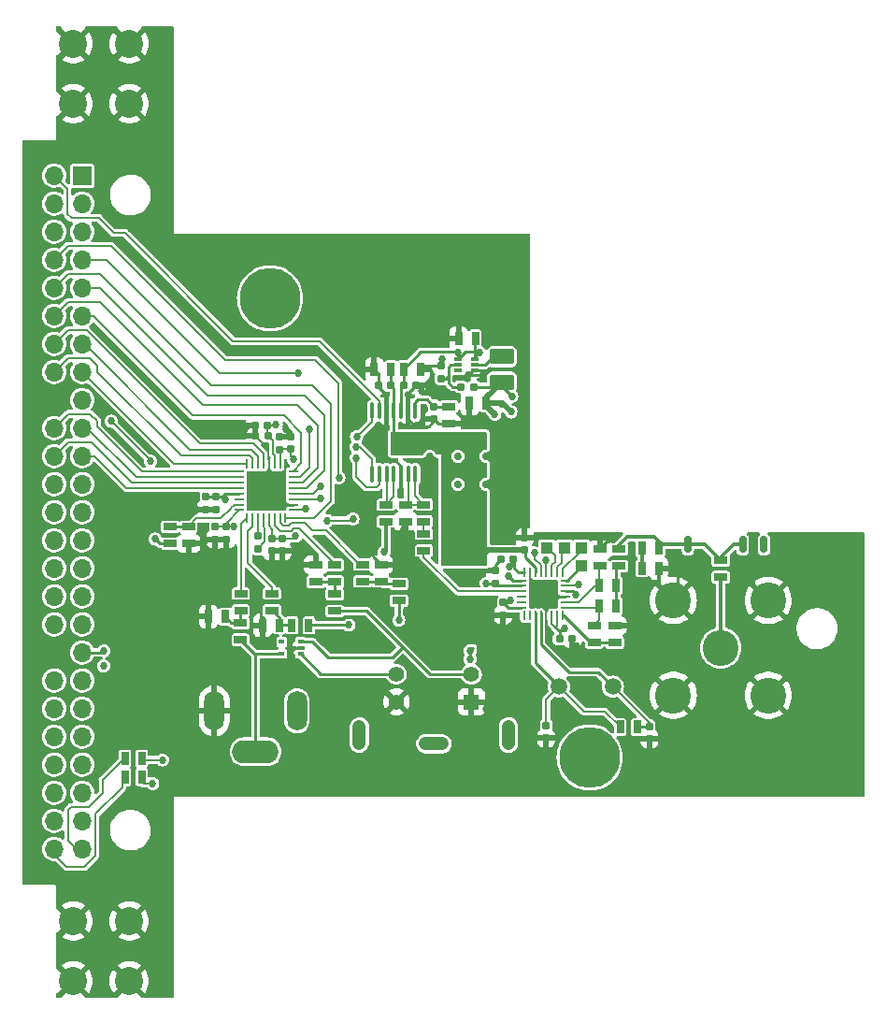
<source format=gbr>
%TF.GenerationSoftware,KiCad,Pcbnew,7.0.10+dfsg-1*%
%TF.CreationDate,2024-01-28T21:13:59+02:00*%
%TF.ProjectId,legacy_av_in,6c656761-6379-45f6-9176-5f696e2e6b69,rev?*%
%TF.SameCoordinates,Original*%
%TF.FileFunction,Copper,L1,Top*%
%TF.FilePolarity,Positive*%
%FSLAX46Y46*%
G04 Gerber Fmt 4.6, Leading zero omitted, Abs format (unit mm)*
G04 Created by KiCad (PCBNEW 7.0.10+dfsg-1) date 2024-01-28 21:13:59*
%MOMM*%
%LPD*%
G01*
G04 APERTURE LIST*
G04 Aperture macros list*
%AMRoundRect*
0 Rectangle with rounded corners*
0 $1 Rounding radius*
0 $2 $3 $4 $5 $6 $7 $8 $9 X,Y pos of 4 corners*
0 Add a 4 corners polygon primitive as box body*
4,1,4,$2,$3,$4,$5,$6,$7,$8,$9,$2,$3,0*
0 Add four circle primitives for the rounded corners*
1,1,$1+$1,$2,$3*
1,1,$1+$1,$4,$5*
1,1,$1+$1,$6,$7*
1,1,$1+$1,$8,$9*
0 Add four rect primitives between the rounded corners*
20,1,$1+$1,$2,$3,$4,$5,0*
20,1,$1+$1,$4,$5,$6,$7,0*
20,1,$1+$1,$6,$7,$8,$9,0*
20,1,$1+$1,$8,$9,$2,$3,0*%
%AMFreePoly0*
4,1,14,0.318306,0.106694,0.381694,0.043306,0.400000,-0.000888,0.400000,-0.062500,0.381694,-0.106694,0.337500,-0.125000,-0.337500,-0.125000,-0.381694,-0.106694,-0.400000,-0.062500,-0.400000,0.062500,-0.381694,0.106694,-0.337500,0.125000,0.274112,0.125000,0.318306,0.106694,0.318306,0.106694,$1*%
%AMFreePoly1*
4,1,14,0.381694,0.106694,0.400000,0.062500,0.400000,0.000888,0.381694,-0.043306,0.318306,-0.106694,0.274112,-0.125000,-0.337500,-0.125000,-0.381694,-0.106694,-0.400000,-0.062500,-0.400000,0.062500,-0.381694,0.106694,-0.337500,0.125000,0.337500,0.125000,0.381694,0.106694,0.381694,0.106694,$1*%
%AMFreePoly2*
4,1,14,0.106694,0.381694,0.125000,0.337500,0.125000,-0.337500,0.106694,-0.381694,0.062500,-0.400000,-0.062500,-0.400000,-0.106694,-0.381694,-0.125000,-0.337500,-0.125000,0.274112,-0.106694,0.318306,-0.043306,0.381694,0.000888,0.400000,0.062500,0.400000,0.106694,0.381694,0.106694,0.381694,$1*%
%AMFreePoly3*
4,1,14,0.043306,0.381694,0.106694,0.318306,0.125000,0.274112,0.125000,-0.337500,0.106694,-0.381694,0.062500,-0.400000,-0.062500,-0.400000,-0.106694,-0.381694,-0.125000,-0.337500,-0.125000,0.337500,-0.106694,0.381694,-0.062500,0.400000,-0.000888,0.400000,0.043306,0.381694,0.043306,0.381694,$1*%
%AMFreePoly4*
4,1,14,0.381694,0.106694,0.400000,0.062500,0.400000,-0.062500,0.381694,-0.106694,0.337500,-0.125000,-0.274112,-0.125000,-0.318306,-0.106694,-0.381694,-0.043306,-0.400000,0.000888,-0.400000,0.062500,-0.381694,0.106694,-0.337500,0.125000,0.337500,0.125000,0.381694,0.106694,0.381694,0.106694,$1*%
%AMFreePoly5*
4,1,14,0.381694,0.106694,0.400000,0.062500,0.400000,-0.062500,0.381694,-0.106694,0.337500,-0.125000,-0.337500,-0.125000,-0.381694,-0.106694,-0.400000,-0.062500,-0.400000,-0.000888,-0.381694,0.043306,-0.318306,0.106694,-0.274112,0.125000,0.337500,0.125000,0.381694,0.106694,0.381694,0.106694,$1*%
%AMFreePoly6*
4,1,14,0.106694,0.381694,0.125000,0.337500,0.125000,-0.274112,0.106694,-0.318306,0.043306,-0.381694,-0.000888,-0.400000,-0.062500,-0.400000,-0.106694,-0.381694,-0.125000,-0.337500,-0.125000,0.337500,-0.106694,0.381694,-0.062500,0.400000,0.062500,0.400000,0.106694,0.381694,0.106694,0.381694,$1*%
%AMFreePoly7*
4,1,14,0.106694,0.381694,0.125000,0.337500,0.125000,-0.337500,0.106694,-0.381694,0.062500,-0.400000,0.000888,-0.400000,-0.043306,-0.381694,-0.106694,-0.318306,-0.125000,-0.274112,-0.125000,0.337500,-0.106694,0.381694,-0.062500,0.400000,0.062500,0.400000,0.106694,0.381694,0.106694,0.381694,$1*%
G04 Aperture macros list end*
%TA.AperFunction,ComponentPad*%
%ADD10R,1.700000X1.700000*%
%TD*%
%TA.AperFunction,ComponentPad*%
%ADD11O,1.700000X1.700000*%
%TD*%
%TA.AperFunction,ComponentPad*%
%ADD12C,2.540000*%
%TD*%
%TA.AperFunction,SMDPad,CuDef*%
%ADD13R,1.143000X0.635000*%
%TD*%
%TA.AperFunction,SMDPad,CuDef*%
%ADD14FreePoly0,270.000000*%
%TD*%
%TA.AperFunction,SMDPad,CuDef*%
%ADD15RoundRect,0.062500X-0.062500X0.337500X-0.062500X-0.337500X0.062500X-0.337500X0.062500X0.337500X0*%
%TD*%
%TA.AperFunction,SMDPad,CuDef*%
%ADD16FreePoly1,270.000000*%
%TD*%
%TA.AperFunction,SMDPad,CuDef*%
%ADD17FreePoly2,270.000000*%
%TD*%
%TA.AperFunction,SMDPad,CuDef*%
%ADD18RoundRect,0.062500X-0.337500X0.062500X-0.337500X-0.062500X0.337500X-0.062500X0.337500X0.062500X0*%
%TD*%
%TA.AperFunction,SMDPad,CuDef*%
%ADD19FreePoly3,270.000000*%
%TD*%
%TA.AperFunction,SMDPad,CuDef*%
%ADD20FreePoly4,270.000000*%
%TD*%
%TA.AperFunction,SMDPad,CuDef*%
%ADD21FreePoly5,270.000000*%
%TD*%
%TA.AperFunction,SMDPad,CuDef*%
%ADD22FreePoly6,270.000000*%
%TD*%
%TA.AperFunction,SMDPad,CuDef*%
%ADD23FreePoly7,270.000000*%
%TD*%
%TA.AperFunction,ComponentPad*%
%ADD24C,0.500000*%
%TD*%
%TA.AperFunction,SMDPad,CuDef*%
%ADD25R,2.400000X2.400000*%
%TD*%
%TA.AperFunction,SMDPad,CuDef*%
%ADD26R,0.635000X1.143000*%
%TD*%
%TA.AperFunction,SMDPad,CuDef*%
%ADD27RoundRect,0.155000X-0.155000X0.212500X-0.155000X-0.212500X0.155000X-0.212500X0.155000X0.212500X0*%
%TD*%
%TA.AperFunction,SMDPad,CuDef*%
%ADD28RoundRect,0.155000X0.212500X0.155000X-0.212500X0.155000X-0.212500X-0.155000X0.212500X-0.155000X0*%
%TD*%
%TA.AperFunction,SMDPad,CuDef*%
%ADD29R,1.000000X1.000000*%
%TD*%
%TA.AperFunction,SMDPad,CuDef*%
%ADD30R,0.500000X0.380000*%
%TD*%
%TA.AperFunction,SMDPad,CuDef*%
%ADD31R,0.650000X0.300000*%
%TD*%
%TA.AperFunction,SMDPad,CuDef*%
%ADD32RoundRect,0.250001X-0.849999X0.462499X-0.849999X-0.462499X0.849999X-0.462499X0.849999X0.462499X0*%
%TD*%
%TA.AperFunction,ComponentPad*%
%ADD33C,1.500000*%
%TD*%
%TA.AperFunction,SMDPad,CuDef*%
%ADD34RoundRect,0.150000X-0.150000X0.587500X-0.150000X-0.587500X0.150000X-0.587500X0.150000X0.587500X0*%
%TD*%
%TA.AperFunction,ComponentPad*%
%ADD35C,5.500000*%
%TD*%
%TA.AperFunction,SMDPad,CuDef*%
%ADD36RoundRect,0.155000X-0.212500X-0.155000X0.212500X-0.155000X0.212500X0.155000X-0.212500X0.155000X0*%
%TD*%
%TA.AperFunction,ComponentPad*%
%ADD37R,1.408000X1.408000*%
%TD*%
%TA.AperFunction,ComponentPad*%
%ADD38C,1.408000*%
%TD*%
%TA.AperFunction,ComponentPad*%
%ADD39O,2.730000X1.230000*%
%TD*%
%TA.AperFunction,ComponentPad*%
%ADD40O,1.230000X2.730000*%
%TD*%
%TA.AperFunction,ComponentPad*%
%ADD41O,4.200000X2.100000*%
%TD*%
%TA.AperFunction,ComponentPad*%
%ADD42O,1.800000X3.600000*%
%TD*%
%TA.AperFunction,SMDPad,CuDef*%
%ADD43RoundRect,0.150000X0.150000X-0.587500X0.150000X0.587500X-0.150000X0.587500X-0.150000X-0.587500X0*%
%TD*%
%TA.AperFunction,SMDPad,CuDef*%
%ADD44RoundRect,0.062500X-0.062500X0.375000X-0.062500X-0.375000X0.062500X-0.375000X0.062500X0.375000X0*%
%TD*%
%TA.AperFunction,SMDPad,CuDef*%
%ADD45RoundRect,0.062500X-0.375000X0.062500X-0.375000X-0.062500X0.375000X-0.062500X0.375000X0.062500X0*%
%TD*%
%TA.AperFunction,ComponentPad*%
%ADD46C,0.600000*%
%TD*%
%TA.AperFunction,SMDPad,CuDef*%
%ADD47R,3.600000X3.600000*%
%TD*%
%TA.AperFunction,SMDPad,CuDef*%
%ADD48RoundRect,0.155000X0.155000X-0.212500X0.155000X0.212500X-0.155000X0.212500X-0.155000X-0.212500X0*%
%TD*%
%TA.AperFunction,SMDPad,CuDef*%
%ADD49RoundRect,0.160000X-0.197500X-0.160000X0.197500X-0.160000X0.197500X0.160000X-0.197500X0.160000X0*%
%TD*%
%TA.AperFunction,ComponentPad*%
%ADD50C,3.250000*%
%TD*%
%TA.AperFunction,SMDPad,CuDef*%
%ADD51RoundRect,0.160000X-0.160000X0.197500X-0.160000X-0.197500X0.160000X-0.197500X0.160000X0.197500X0*%
%TD*%
%TA.AperFunction,SMDPad,CuDef*%
%ADD52R,0.700000X0.340000*%
%TD*%
%TA.AperFunction,SMDPad,CuDef*%
%ADD53RoundRect,0.100000X-0.100000X0.637500X-0.100000X-0.637500X0.100000X-0.637500X0.100000X0.637500X0*%
%TD*%
%TA.AperFunction,ViaPad*%
%ADD54C,0.686000*%
%TD*%
%TA.AperFunction,Conductor*%
%ADD55C,0.200000*%
%TD*%
%TA.AperFunction,Conductor*%
%ADD56C,0.250000*%
%TD*%
%TA.AperFunction,Conductor*%
%ADD57C,0.350000*%
%TD*%
%TA.AperFunction,Conductor*%
%ADD58C,0.500000*%
%TD*%
G04 APERTURE END LIST*
D10*
%TO.P,J1,1,Pin_1*%
%TO.N,/ADV_CLKIN*%
X48925790Y-27248710D03*
D11*
%TO.P,J1,2,Pin_2*%
%TO.N,/PCM_CLKIN*%
X46385790Y-27248710D03*
%TO.P,J1,3,Pin_3*%
%TO.N,unconnected-(J1-Pin_3-Pad3)*%
X48925790Y-29788710D03*
%TO.P,J1,4,Pin_4*%
%TO.N,unconnected-(J1-Pin_4-Pad4)*%
X46385790Y-29788710D03*
%TO.P,J1,5,Pin_5*%
%TO.N,unconnected-(J1-Pin_5-Pad5)*%
X48925790Y-32328710D03*
%TO.P,J1,6,Pin_6*%
%TO.N,unconnected-(J1-Pin_6-Pad6)*%
X46385790Y-32328710D03*
%TO.P,J1,7,Pin_7*%
%TO.N,/PWRDWN_N*%
X48925790Y-34868710D03*
%TO.P,J1,8,Pin_8*%
%TO.N,/RESET_N*%
X46385790Y-34868710D03*
%TO.P,J1,9,Pin_9*%
%TO.N,/ADV_VS*%
X48925790Y-37408710D03*
%TO.P,J1,10,Pin_10*%
%TO.N,/ADV_IRQ*%
X46385790Y-37408710D03*
%TO.P,J1,11,Pin_11*%
%TO.N,/ADV_LLC*%
X48925790Y-39948710D03*
%TO.P,J1,12,Pin_12*%
%TO.N,/ADV_HS*%
X46385790Y-39948710D03*
%TO.P,J1,13,Pin_13*%
%TO.N,/ADV_P6*%
X48925790Y-42488710D03*
%TO.P,J1,14,Pin_14*%
%TO.N,/ADV_P7*%
X46385790Y-42488710D03*
%TO.P,J1,15,Pin_15*%
%TO.N,/ADV_P4*%
X48925790Y-45028710D03*
%TO.P,J1,16,Pin_16*%
%TO.N,/ADV_P5*%
X46385790Y-45028710D03*
%TO.P,J1,17,Pin_17*%
%TO.N,/DVDD5*%
X48925790Y-47568710D03*
%TO.P,J1,18,Pin_18*%
%TO.N,GND*%
X46385790Y-47568710D03*
%TO.P,J1,19,Pin_19*%
%TO.N,/ADV_P2*%
X48925790Y-50108710D03*
%TO.P,J1,20,Pin_20*%
%TO.N,/ADV_P3*%
X46385790Y-50108710D03*
%TO.P,J1,21,Pin_21*%
%TO.N,/ADV_P0*%
X48925790Y-52648710D03*
%TO.P,J1,22,Pin_22*%
%TO.N,/ADV_P1*%
X46385790Y-52648710D03*
%TO.P,J1,23,Pin_23*%
%TO.N,/I2S_BCK_o*%
X48925790Y-55188710D03*
%TO.P,J1,24,Pin_24*%
%TO.N,/I2S_WS_o*%
X46385790Y-55188710D03*
%TO.P,J1,25,Pin_25*%
%TO.N,/I2S_DATA_o*%
X48925790Y-57728710D03*
%TO.P,J1,26,Pin_26*%
%TO.N,unconnected-(J1-Pin_26-Pad26)*%
X46385790Y-57728710D03*
%TO.P,J1,27,Pin_27*%
%TO.N,unconnected-(J1-Pin_27-Pad27)*%
X48925790Y-60268710D03*
%TO.P,J1,28,Pin_28*%
%TO.N,unconnected-(J1-Pin_28-Pad28)*%
X46385790Y-60268710D03*
%TO.P,J1,29,Pin_29*%
%TO.N,unconnected-(J1-Pin_29-Pad29)*%
X48925790Y-62808710D03*
%TO.P,J1,30,Pin_30*%
%TO.N,unconnected-(J1-Pin_30-Pad30)*%
X46385790Y-62808710D03*
%TO.P,J1,31,Pin_31*%
%TO.N,unconnected-(J1-Pin_31-Pad31)*%
X48925790Y-65348710D03*
%TO.P,J1,32,Pin_32*%
%TO.N,unconnected-(J1-Pin_32-Pad32)*%
X46385790Y-65348710D03*
%TO.P,J1,33,Pin_33*%
%TO.N,unconnected-(J1-Pin_33-Pad33)*%
X48925790Y-67888710D03*
%TO.P,J1,34,Pin_34*%
%TO.N,unconnected-(J1-Pin_34-Pad34)*%
X46385790Y-67888710D03*
%TO.P,J1,35,Pin_35*%
%TO.N,/DVDD3v3*%
X48925790Y-70428710D03*
%TO.P,J1,36,Pin_36*%
%TO.N,GND*%
X46385790Y-70428710D03*
%TO.P,J1,37,Pin_37*%
%TO.N,unconnected-(J1-Pin_37-Pad37)*%
X48925790Y-72968710D03*
%TO.P,J1,38,Pin_38*%
%TO.N,unconnected-(J1-Pin_38-Pad38)*%
X46385790Y-72968710D03*
%TO.P,J1,39,Pin_39*%
%TO.N,unconnected-(J1-Pin_39-Pad39)*%
X48925790Y-75508710D03*
%TO.P,J1,40,Pin_40*%
%TO.N,unconnected-(J1-Pin_40-Pad40)*%
X46385790Y-75508710D03*
%TO.P,J1,41,Pin_41*%
%TO.N,unconnected-(J1-Pin_41-Pad41)*%
X48925790Y-78048710D03*
%TO.P,J1,42,Pin_42*%
%TO.N,unconnected-(J1-Pin_42-Pad42)*%
X46385790Y-78048710D03*
%TO.P,J1,43,Pin_43*%
%TO.N,unconnected-(J1-Pin_43-Pad43)*%
X48925790Y-80588710D03*
%TO.P,J1,44,Pin_44*%
%TO.N,unconnected-(J1-Pin_44-Pad44)*%
X46385790Y-80588710D03*
%TO.P,J1,45,Pin_45*%
%TO.N,/I2S_BCK*%
X48925790Y-83128710D03*
%TO.P,J1,46,Pin_46*%
%TO.N,/I2S_WS*%
X46385790Y-83128710D03*
%TO.P,J1,47,Pin_47*%
%TO.N,/I2S_DATA*%
X48925790Y-85668710D03*
%TO.P,J1,48,Pin_48*%
%TO.N,/SPDIF*%
X46385790Y-85668710D03*
%TO.P,J1,49,Pin_49*%
%TO.N,/SDA*%
X48925790Y-88208710D03*
%TO.P,J1,50,Pin_50*%
%TO.N,/SCL*%
X46385790Y-88208710D03*
%TD*%
D12*
%TO.P,ST1,1,Pin_1*%
%TO.N,GND*%
X53190000Y-15300000D03*
X48110000Y-15300000D03*
X53190000Y-20740000D03*
X48110000Y-20740000D03*
%TD*%
%TO.P,ST2,1,Pin_1*%
%TO.N,GND*%
X53190000Y-94720000D03*
X48110000Y-94720000D03*
X53190000Y-100160000D03*
X48110000Y-100160000D03*
%TD*%
D13*
%TO.P,R7,1*%
%TO.N,GND*%
X70100000Y-62486000D03*
%TO.P,R7,2*%
%TO.N,Net-(C4-Pad1)*%
X70100000Y-64010000D03*
%TD*%
D14*
%TO.P,U2,1,GPIO1*%
%TO.N,Net-(U2-GPIO1)*%
X92470000Y-63190000D03*
D15*
%TO.P,U2,2,GPIO2*%
%TO.N,Net-(U2-GPIO2)*%
X91970000Y-63190000D03*
%TO.P,U2,3,AGC2*%
%TO.N,Net-(U2-AGC2)*%
X91470000Y-63190000D03*
%TO.P,U2,4,SCL*%
%TO.N,/SCL_F*%
X90970000Y-63190000D03*
%TO.P,U2,5,SDA*%
%TO.N,/SDA_F*%
X90470000Y-63190000D03*
%TO.P,U2,6,VDD_IO*%
%TO.N,/DVDD3v3*%
X89970000Y-63190000D03*
%TO.P,U2,7,GND*%
%TO.N,GND*%
X89470000Y-63190000D03*
D16*
%TO.P,U2,8,VDD_D*%
%TO.N,/DVDD1v8*%
X88970000Y-63190000D03*
D17*
%TO.P,U2,9,CVBS*%
%TO.N,/CVBS2*%
X88770000Y-63890000D03*
D18*
%TO.P,U2,10,VDD_H*%
%TO.N,/DVDD3v3*%
X88770000Y-64390000D03*
%TO.P,U2,11,SIF/AF*%
%TO.N,/SI_AOUT*%
X88770000Y-64890000D03*
%TO.P,U2,12,DLIF_N*%
%TO.N,unconnected-(U2-DLIF_N-Pad12)*%
X88770000Y-65390000D03*
%TO.P,U2,13,DLIF_P*%
%TO.N,unconnected-(U2-DLIF_P-Pad13)*%
X88770000Y-65890000D03*
D19*
%TO.P,U2,14,VDD_L*%
%TO.N,/DVDD1v8*%
X88770000Y-66390000D03*
D20*
%TO.P,U2,15,LDO_ADJ*%
%TO.N,unconnected-(U2-LDO_ADJ-Pad15)*%
X88970000Y-67090000D03*
D15*
%TO.P,U2,16,XOUT*%
%TO.N,unconnected-(U2-XOUT-Pad16)*%
X89470000Y-67090000D03*
%TO.P,U2,17,XTAL_I*%
%TO.N,Net-(U2-XTAL_I)*%
X89970000Y-67090000D03*
%TO.P,U2,18,XTAL_O*%
%TO.N,Net-(U2-XTAL_O)*%
X90470000Y-67090000D03*
%TO.P,U2,19,GND*%
%TO.N,GND*%
X90970000Y-67090000D03*
%TO.P,U2,20,VDD_H*%
%TO.N,/DVDD3v3*%
X91470000Y-67090000D03*
%TO.P,U2,21,VDD_H*%
X91970000Y-67090000D03*
D21*
%TO.P,U2,22,RF_REF*%
%TO.N,/RF_REF*%
X92470000Y-67090000D03*
D22*
%TO.P,U2,23,RF_IP*%
%TO.N,/RF_IP*%
X92670000Y-66390000D03*
D18*
%TO.P,U2,24,RF_IN*%
%TO.N,/RF_IN*%
X92670000Y-65890000D03*
%TO.P,U2,25,RF_SHLD*%
%TO.N,GND*%
X92670000Y-65390000D03*
%TO.P,U2,26,ADDR*%
%TO.N,Net-(JP1-B)*%
X92670000Y-64890000D03*
%TO.P,U2,27,RSTB*%
%TO.N,/RESET_N*%
X92670000Y-64390000D03*
D23*
%TO.P,U2,28,AGC1*%
%TO.N,Net-(U2-AGC1)*%
X92670000Y-63890000D03*
D24*
%TO.P,U2,29,EP*%
%TO.N,GND*%
X91670000Y-64190000D03*
X90720000Y-64190000D03*
X89770000Y-64190000D03*
X91670000Y-65140000D03*
X90720000Y-65140000D03*
D25*
X90720000Y-65140000D03*
D24*
X89770000Y-65140000D03*
X91670000Y-66090000D03*
X90720000Y-66090000D03*
X89770000Y-66090000D03*
%TD*%
D26*
%TO.P,FB1,1*%
%TO.N,/SDA*%
X52806000Y-80040000D03*
%TO.P,FB1,2*%
%TO.N,/SDA_F*%
X54330000Y-80040000D03*
%TD*%
D27*
%TO.P,C23,1*%
%TO.N,Net-(U2-XTAL_I)*%
X90970000Y-77030000D03*
%TO.P,C23,2*%
%TO.N,GND*%
X90970000Y-78165000D03*
%TD*%
D13*
%TO.P,R11,1*%
%TO.N,GND*%
X58550000Y-60564000D03*
%TO.P,R11,2*%
%TO.N,/ADV_CLKIN_1v8*%
X58550000Y-59040000D03*
%TD*%
D26*
%TO.P,FB2,1*%
%TO.N,/SCL*%
X52806000Y-81700000D03*
%TO.P,FB2,2*%
%TO.N,/SCL_F*%
X54330000Y-81700000D03*
%TD*%
D28*
%TO.P,C15,1*%
%TO.N,/DVDD1v8*%
X65735000Y-49850000D03*
%TO.P,C15,2*%
%TO.N,GND*%
X64600000Y-49850000D03*
%TD*%
%TO.P,C34,1*%
%TO.N,/DVDD1v8*%
X87970000Y-62020000D03*
%TO.P,C34,2*%
%TO.N,GND*%
X86835000Y-62020000D03*
%TD*%
D29*
%TO.P,TP3,1,1*%
%TO.N,Net-(U2-AGC2)*%
X91000000Y-60920000D03*
%TD*%
D30*
%TO.P,D4,1,TVS1*%
%TO.N,/SV_C*%
X68710000Y-70550000D03*
D31*
%TO.P,D4,2,COM*%
%TO.N,GND*%
X68790000Y-70010000D03*
D30*
%TO.P,D4,3,TVS2*%
%TO.N,/SV_Y*%
X68710000Y-69470000D03*
%TO.P,D4,4,TVS3*%
%TO.N,unconnected-(D4-TVS3-Pad4)*%
X67010000Y-69470000D03*
%TO.P,D4,5,TVS4*%
%TO.N,/CVBS1*%
X67010000Y-70550000D03*
%TD*%
D32*
%TO.P,L4,1*%
%TO.N,Net-(U4-SW)*%
X86960000Y-43635000D03*
%TO.P,L4,2*%
%TO.N,/DVDD1v8*%
X86960000Y-45960000D03*
%TD*%
D33*
%TO.P,Y1,1,1*%
%TO.N,Net-(U2-XTAL_I)*%
X92120000Y-73510000D03*
%TO.P,Y1,2,2*%
%TO.N,Net-(U2-XTAL_O)*%
X97000000Y-73510000D03*
%TD*%
D13*
%TO.P,R6,1*%
%TO.N,/SV_C*%
X77630000Y-65734000D03*
%TO.P,R6,2*%
%TO.N,Net-(C5-Pad1)*%
X77630000Y-64210000D03*
%TD*%
D26*
%TO.P,C18,1*%
%TO.N,Net-(C17-Pad1)*%
X97294000Y-64380000D03*
%TO.P,C18,2*%
%TO.N,/RF_IN*%
X95770000Y-64380000D03*
%TD*%
D13*
%TO.P,R14,1*%
%TO.N,Net-(C30-Pad2)*%
X79880000Y-58550000D03*
%TO.P,R14,2*%
%TO.N,Net-(U3-VINL)*%
X79880000Y-57026000D03*
%TD*%
D29*
%TO.P,TP4,1,1*%
%TO.N,Net-(U2-AGC1)*%
X94180000Y-62600000D03*
%TD*%
D13*
%TO.P,C16,1*%
%TO.N,/RF_REF*%
X97180000Y-69514000D03*
%TO.P,C16,2*%
%TO.N,GND*%
X97180000Y-67990000D03*
%TD*%
D26*
%TO.P,L3,1*%
%TO.N,Net-(D3-TVS2)*%
X101160000Y-60970000D03*
%TO.P,L3,2*%
%TO.N,Net-(C21-Pad2)*%
X99636000Y-60970000D03*
%TD*%
D34*
%TO.P,D3,1,TVS1*%
%TO.N,unconnected-(D3-TVS1-Pad1)*%
X110680000Y-60660000D03*
%TO.P,D3,2,TVS2*%
%TO.N,Net-(D3-TVS2)*%
X108780000Y-60660000D03*
%TO.P,D3,3,COM*%
%TO.N,GND*%
X109730000Y-62535000D03*
%TD*%
D35*
%TO.P,MH4,1*%
%TO.N,N/C*%
X94900000Y-79930000D03*
%TD*%
D13*
%TO.P,C30,1*%
%TO.N,/SI_AOUT*%
X79880000Y-61184000D03*
%TO.P,C30,2*%
%TO.N,Net-(C30-Pad2)*%
X79880000Y-59660000D03*
%TD*%
D29*
%TO.P,TP1,1,1*%
%TO.N,Net-(U2-GPIO1)*%
X94180000Y-60920000D03*
%TD*%
%TO.P,TP2,1,1*%
%TO.N,Net-(U2-GPIO2)*%
X92590000Y-60920000D03*
%TD*%
D27*
%TO.P,C8,1*%
%TO.N,/DVDD1v8*%
X60130000Y-56322500D03*
%TO.P,C8,2*%
%TO.N,GND*%
X60130000Y-57457500D03*
%TD*%
%TO.P,C12,1*%
%TO.N,/DVDD1v8*%
X66120000Y-60105000D03*
%TO.P,C12,2*%
%TO.N,GND*%
X66120000Y-61240000D03*
%TD*%
D36*
%TO.P,C27,1*%
%TO.N,/DVDD5*%
X78022500Y-46220000D03*
%TO.P,C27,2*%
%TO.N,GND*%
X79157500Y-46220000D03*
%TD*%
D37*
%TO.P,J4,1*%
%TO.N,GND*%
X84190000Y-74890000D03*
D38*
%TO.P,J4,2*%
X77390000Y-74890000D03*
%TO.P,J4,3*%
%TO.N,/SV_Y*%
X84190000Y-72390000D03*
%TO.P,J4,4*%
%TO.N,/SV_C*%
X77390000Y-72390000D03*
D39*
%TO.P,J4,S1*%
%TO.N,N/C*%
X80790000Y-78690000D03*
D40*
%TO.P,J4,S2*%
X74040000Y-77890000D03*
%TO.P,J4,S3*%
X87540000Y-77890000D03*
%TD*%
D26*
%TO.P,C17,1*%
%TO.N,Net-(C17-Pad1)*%
X97310000Y-66200000D03*
%TO.P,C17,2*%
%TO.N,/RF_IP*%
X95786000Y-66200000D03*
%TD*%
D13*
%TO.P,R10,1*%
%TO.N,/ADV_CLKIN*%
X56900000Y-60564000D03*
%TO.P,R10,2*%
%TO.N,/ADV_CLKIN_1v8*%
X56900000Y-59040000D03*
%TD*%
D27*
%TO.P,C13,1*%
%TO.N,/DVDD1v8*%
X67070000Y-60105000D03*
%TO.P,C13,2*%
%TO.N,GND*%
X67070000Y-61240000D03*
%TD*%
D41*
%TO.P,J3,1,In*%
%TO.N,/CVBS1*%
X64637500Y-79400000D03*
D42*
%TO.P,J3,2,Ext*%
%TO.N,GND*%
X60887500Y-75700000D03*
%TO.P,J3,3*%
%TO.N,N/C*%
X68387500Y-75700000D03*
%TD*%
D27*
%TO.P,C37,1*%
%TO.N,/DVDD1v8*%
X87060000Y-65902500D03*
%TO.P,C37,2*%
%TO.N,GND*%
X87060000Y-67037500D03*
%TD*%
D13*
%TO.P,C5,1*%
%TO.N,Net-(C5-Pad1)*%
X74310000Y-63984000D03*
%TO.P,C5,2*%
%TO.N,/SV_C_AC*%
X74310000Y-62460000D03*
%TD*%
D36*
%TO.P,C36,1*%
%TO.N,/DVDD3v3*%
X92165000Y-69210000D03*
%TO.P,C36,2*%
%TO.N,GND*%
X93300000Y-69210000D03*
%TD*%
D43*
%TO.P,D1,1,K*%
%TO.N,GND*%
X102850000Y-62510000D03*
%TO.P,D1,2,A*%
X104750000Y-62510000D03*
%TO.P,D1,3,K*%
%TO.N,Net-(D3-TVS2)*%
X103800000Y-60635000D03*
%TD*%
D13*
%TO.P,L2,1*%
%TO.N,/RF_IN*%
X95870000Y-62604000D03*
%TO.P,L2,2*%
%TO.N,GND*%
X95870000Y-61080000D03*
%TD*%
%TO.P,C31,1*%
%TO.N,Net-(U3-VINL)*%
X78230000Y-57026000D03*
%TO.P,C31,2*%
%TO.N,GND*%
X78230000Y-58550000D03*
%TD*%
%TO.P,C20,1*%
%TO.N,Net-(J2-In)*%
X106770000Y-63590000D03*
%TO.P,C20,2*%
%TO.N,Net-(D3-TVS2)*%
X106770000Y-62066000D03*
%TD*%
D27*
%TO.P,C10,1*%
%TO.N,/DVDD1v8*%
X61970000Y-59035000D03*
%TO.P,C10,2*%
%TO.N,GND*%
X61970000Y-60170000D03*
%TD*%
D26*
%TO.P,R4,1*%
%TO.N,GND*%
X65260000Y-67960000D03*
%TO.P,R4,2*%
%TO.N,Net-(C3-Pad1)*%
X66784000Y-67960000D03*
%TD*%
D13*
%TO.P,C19,1*%
%TO.N,Net-(D3-TVS2)*%
X97540000Y-61076000D03*
%TO.P,C19,2*%
%TO.N,Net-(C17-Pad1)*%
X97540000Y-62600000D03*
%TD*%
%TO.P,C2,1*%
%TO.N,Net-(C2-Pad1)*%
X63290000Y-66614000D03*
%TO.P,C2,2*%
%TO.N,/CVBS1_AC*%
X63290000Y-65090000D03*
%TD*%
D28*
%TO.P,C14,1*%
%TO.N,/DVDD1v8*%
X65745000Y-50830000D03*
%TO.P,C14,2*%
%TO.N,GND*%
X64610000Y-50830000D03*
%TD*%
D26*
%TO.P,C21,1*%
%TO.N,GND*%
X101160000Y-62790000D03*
%TO.P,C21,2*%
%TO.N,Net-(C21-Pad2)*%
X99636000Y-62790000D03*
%TD*%
D13*
%TO.P,R1,1*%
%TO.N,/CVBS1*%
X63280000Y-69274000D03*
%TO.P,R1,2*%
%TO.N,Net-(C2-Pad1)*%
X63280000Y-67750000D03*
%TD*%
D27*
%TO.P,C1,1*%
%TO.N,Net-(U1-VREFP)*%
X64870000Y-59882500D03*
%TO.P,C1,2*%
%TO.N,Net-(U1-VREFN)*%
X64870000Y-61017500D03*
%TD*%
D44*
%TO.P,U1,1,DGND*%
%TO.N,GND*%
X67350000Y-53340000D03*
%TO.P,U1,2,DVDDIO*%
%TO.N,/DVDD3v3*%
X66850000Y-53340000D03*
%TO.P,U1,3,DVDD*%
%TO.N,/DVDD1v8*%
X66350000Y-53340000D03*
%TO.P,U1,4,DGND*%
%TO.N,GND*%
X65850000Y-53340000D03*
%TO.P,U1,5,P7*%
%TO.N,/ADV_P7*%
X65350000Y-53340000D03*
%TO.P,U1,6,P6*%
%TO.N,/ADV_P6*%
X64850000Y-53340000D03*
%TO.P,U1,7,P5*%
%TO.N,/ADV_P5*%
X64350000Y-53340000D03*
%TO.P,U1,8,P4*%
%TO.N,/ADV_P4*%
X63850000Y-53340000D03*
D45*
%TO.P,U1,9,P3*%
%TO.N,/ADV_P3*%
X63162500Y-54027500D03*
%TO.P,U1,10,P2*%
%TO.N,/ADV_P2*%
X63162500Y-54527500D03*
%TO.P,U1,11,P1*%
%TO.N,/ADV_P1*%
X63162500Y-55027500D03*
%TO.P,U1,12,P0*%
%TO.N,/ADV_P0*%
X63162500Y-55527500D03*
%TO.P,U1,13,DVDD*%
%TO.N,/DVDD1v8*%
X63162500Y-56027500D03*
%TO.P,U1,14,XTALP*%
%TO.N,unconnected-(U1-XTALP-Pad14)*%
X63162500Y-56527500D03*
%TO.P,U1,15,XTALN*%
%TO.N,/ADV_CLKIN_1v8*%
X63162500Y-57027500D03*
%TO.P,U1,16,PVDD*%
%TO.N,/DVDD1v8*%
X63162500Y-57527500D03*
D44*
%TO.P,U1,17,AIN1*%
%TO.N,/CVBS1_AC*%
X63850000Y-58215000D03*
%TO.P,U1,18,AIN2*%
%TO.N,/CVBS2_AC*%
X64350000Y-58215000D03*
%TO.P,U1,19,VREFP*%
%TO.N,Net-(U1-VREFP)*%
X64850000Y-58215000D03*
%TO.P,U1,20,VREFN*%
%TO.N,Net-(U1-VREFN)*%
X65350000Y-58215000D03*
%TO.P,U1,21,AVDD*%
%TO.N,/DVDD1v8*%
X65850000Y-58215000D03*
%TO.P,U1,22,AIN2*%
%TO.N,/SV_Y_AC*%
X66350000Y-58215000D03*
%TO.P,U1,23,AIN3*%
%TO.N,/SV_C_AC*%
X66850000Y-58215000D03*
%TO.P,U1,24,~INTRQ*%
%TO.N,/ADV_IRQ*%
X67350000Y-58215000D03*
D45*
%TO.P,U1,25,~RESET*%
%TO.N,/RESET_N*%
X68037500Y-57527500D03*
%TO.P,U1,26,ALSB*%
%TO.N,GND*%
X68037500Y-57027500D03*
%TO.P,U1,27,SDATA*%
%TO.N,/SDA_F*%
X68037500Y-56527500D03*
%TO.P,U1,28,SCLK*%
%TO.N,/SCL_F*%
X68037500Y-56027500D03*
%TO.P,U1,29,VS/FIELD/SFL*%
%TO.N,/ADV_VS*%
X68037500Y-55527500D03*
%TO.P,U1,30,HS*%
%TO.N,/ADV_HS*%
X68037500Y-55027500D03*
%TO.P,U1,31,~PWRDWN*%
%TO.N,/PWRDWN_N*%
X68037500Y-54527500D03*
%TO.P,U1,32,LLC*%
%TO.N,/ADV_LLC*%
X68037500Y-54027500D03*
D46*
%TO.P,U1,33,DGND*%
%TO.N,GND*%
X67100000Y-54277500D03*
X65600000Y-54277500D03*
X64100000Y-54277500D03*
X67100000Y-55777500D03*
X65600000Y-55777500D03*
D47*
X65600000Y-55777500D03*
D46*
X64100000Y-55777500D03*
X67100000Y-57277500D03*
X65600000Y-57277500D03*
X64100000Y-57277500D03*
%TD*%
D48*
%TO.P,C38,1*%
%TO.N,/DVDD3v3*%
X86340000Y-64157500D03*
%TO.P,C38,2*%
%TO.N,GND*%
X86340000Y-63022500D03*
%TD*%
D27*
%TO.P,C11,1*%
%TO.N,/DVDD1v8*%
X61000000Y-59035000D03*
%TO.P,C11,2*%
%TO.N,GND*%
X61000000Y-60170000D03*
%TD*%
D49*
%TO.P,R16,1*%
%TO.N,Net-(U4-FB)*%
X83202500Y-46360000D03*
%TO.P,R16,2*%
%TO.N,/DVDD1v8*%
X84397500Y-46360000D03*
%TD*%
D13*
%TO.P,L1,1*%
%TO.N,/RF_REF*%
X95310000Y-69504000D03*
%TO.P,L1,2*%
%TO.N,/RF_IP*%
X95310000Y-67980000D03*
%TD*%
%TO.P,C4,1*%
%TO.N,Net-(C4-Pad1)*%
X71800000Y-64004000D03*
%TO.P,C4,2*%
%TO.N,/SV_Y_AC*%
X71800000Y-62480000D03*
%TD*%
%TO.P,C28,1*%
%TO.N,Net-(U3-VREF)*%
X82150000Y-48146000D03*
%TO.P,C28,2*%
%TO.N,GND*%
X82150000Y-49670000D03*
%TD*%
D48*
%TO.P,C7,1*%
%TO.N,/DVDD3v3*%
X66810000Y-52030000D03*
%TO.P,C7,2*%
%TO.N,GND*%
X66810000Y-50895000D03*
%TD*%
D26*
%TO.P,R12,1*%
%TO.N,Net-(U2-XTAL_I)*%
X97666000Y-77170000D03*
%TO.P,R12,2*%
%TO.N,Net-(U2-XTAL_O)*%
X99190000Y-77170000D03*
%TD*%
D27*
%TO.P,C22,1*%
%TO.N,Net-(U2-XTAL_O)*%
X100300000Y-77095000D03*
%TO.P,C22,2*%
%TO.N,GND*%
X100300000Y-78230000D03*
%TD*%
D26*
%TO.P,C24,1*%
%TO.N,/DVDD3v3*%
X76914000Y-44770000D03*
%TO.P,C24,2*%
%TO.N,GND*%
X75390000Y-44770000D03*
%TD*%
D27*
%TO.P,C29,1*%
%TO.N,Net-(U3-VREF)*%
X80810000Y-48135000D03*
%TO.P,C29,2*%
%TO.N,GND*%
X80810000Y-49270000D03*
%TD*%
D50*
%TO.P,J2,1,In*%
%TO.N,Net-(J2-In)*%
X106780000Y-70000000D03*
%TO.P,J2,2,Ext*%
%TO.N,GND*%
X111080000Y-74300000D03*
X111080000Y-65700000D03*
X102480000Y-74300000D03*
X102480000Y-65700000D03*
%TD*%
D13*
%TO.P,R13,1*%
%TO.N,Net-(U3-MD0)*%
X76420000Y-57036000D03*
%TO.P,R13,2*%
%TO.N,/DVDD3v3*%
X76420000Y-58560000D03*
%TD*%
%TO.P,R8,1*%
%TO.N,GND*%
X75990000Y-62466000D03*
%TO.P,R8,2*%
%TO.N,Net-(C5-Pad1)*%
X75990000Y-63990000D03*
%TD*%
D26*
%TO.P,R3,1*%
%TO.N,/CVBS2*%
X69464000Y-67960000D03*
%TO.P,R3,2*%
%TO.N,Net-(C3-Pad1)*%
X67940000Y-67960000D03*
%TD*%
D35*
%TO.P,MH5,1*%
%TO.N,N/C*%
X65950000Y-38360000D03*
%TD*%
D26*
%TO.P,C33,1*%
%TO.N,/DVDD1v8*%
X85550000Y-47880000D03*
%TO.P,C33,2*%
%TO.N,GND*%
X84026000Y-47880000D03*
%TD*%
D48*
%TO.P,C35,1*%
%TO.N,/DVDD3v3*%
X89010000Y-61170000D03*
%TO.P,C35,2*%
%TO.N,GND*%
X89010000Y-60035000D03*
%TD*%
D51*
%TO.P,R17,1*%
%TO.N,GND*%
X81450000Y-44412500D03*
%TO.P,R17,2*%
%TO.N,Net-(U4-FB)*%
X81450000Y-45607500D03*
%TD*%
D26*
%TO.P,R2,1*%
%TO.N,GND*%
X60336000Y-67180000D03*
%TO.P,R2,2*%
%TO.N,Net-(C2-Pad1)*%
X61860000Y-67180000D03*
%TD*%
%TO.P,C32,1*%
%TO.N,/DVDD5*%
X84540000Y-42010000D03*
%TO.P,C32,2*%
%TO.N,GND*%
X83016000Y-42010000D03*
%TD*%
D28*
%TO.P,C25,1*%
%TO.N,/DVDD3v3*%
X76877500Y-46220000D03*
%TO.P,C25,2*%
%TO.N,GND*%
X75742500Y-46220000D03*
%TD*%
D52*
%TO.P,U4,1,GND*%
%TO.N,GND*%
X84500000Y-44900000D03*
%TO.P,U4,2,SW*%
%TO.N,Net-(U4-SW)*%
X84500000Y-44400000D03*
%TO.P,U4,3,VIN*%
%TO.N,/DVDD5*%
X84500000Y-43900000D03*
%TO.P,U4,4,EN*%
X83000000Y-43900000D03*
%TO.P,U4,5,FB*%
%TO.N,Net-(U4-FB)*%
X83000000Y-44400000D03*
%TO.P,U4,6,PG*%
%TO.N,unconnected-(U4-PG-Pad6)*%
X83000000Y-44900000D03*
%TD*%
D13*
%TO.P,R5,1*%
%TO.N,/SV_Y*%
X71810000Y-66674000D03*
%TO.P,R5,2*%
%TO.N,Net-(C4-Pad1)*%
X71810000Y-65150000D03*
%TD*%
D27*
%TO.P,C9,1*%
%TO.N,/DVDD1v8*%
X61050000Y-56322500D03*
%TO.P,C9,2*%
%TO.N,GND*%
X61050000Y-57457500D03*
%TD*%
D13*
%TO.P,C3,1*%
%TO.N,Net-(C3-Pad1)*%
X66120000Y-66604000D03*
%TO.P,C3,2*%
%TO.N,/CVBS2_AC*%
X66120000Y-65080000D03*
%TD*%
D48*
%TO.P,C6,1*%
%TO.N,/DVDD3v3*%
X67780000Y-52025000D03*
%TO.P,C6,2*%
%TO.N,GND*%
X67780000Y-50890000D03*
%TD*%
D26*
%TO.P,C26,1*%
%TO.N,/DVDD5*%
X78046000Y-44750000D03*
%TO.P,C26,2*%
%TO.N,GND*%
X79570000Y-44750000D03*
%TD*%
D53*
%TO.P,U3,1,VREF*%
%TO.N,Net-(U3-VREF)*%
X79100000Y-48547500D03*
%TO.P,U3,2,AGND*%
%TO.N,GND*%
X78450000Y-48547500D03*
%TO.P,U3,3,VCC*%
%TO.N,/DVDD5*%
X77800000Y-48547500D03*
%TO.P,U3,4,VDD*%
%TO.N,/DVDD3v3*%
X77150000Y-48547500D03*
%TO.P,U3,5,DGND*%
%TO.N,GND*%
X76500000Y-48547500D03*
%TO.P,U3,6,SCKI*%
%TO.N,/PCM_CLKIN*%
X75850000Y-48547500D03*
%TO.P,U3,7,LRCK*%
%TO.N,/I2S_WS_o*%
X75200000Y-48547500D03*
%TO.P,U3,8,BCK*%
%TO.N,/I2S_BCK_o*%
X75200000Y-54272500D03*
%TO.P,U3,9,DOUT*%
%TO.N,/I2S_DATA_o*%
X75850000Y-54272500D03*
%TO.P,U3,10,MD0*%
%TO.N,Net-(U3-MD0)*%
X76500000Y-54272500D03*
%TO.P,U3,11,MD1*%
X77150000Y-54272500D03*
%TO.P,U3,12,FMT*%
%TO.N,GND*%
X77800000Y-54272500D03*
%TO.P,U3,13,VINL*%
%TO.N,Net-(U3-VINL)*%
X78450000Y-54272500D03*
%TO.P,U3,14,VINR*%
X79100000Y-54272500D03*
%TD*%
D54*
%TO.N,GND*%
X105818408Y-78046427D03*
X52478408Y-62806427D03*
X49938408Y-24706427D03*
X103278408Y-80586427D03*
X44858408Y-62806427D03*
X55018408Y-65346427D03*
X82958408Y-78046427D03*
X85498408Y-67886427D03*
X75338408Y-75506427D03*
X85498408Y-80586427D03*
X67360000Y-50180000D03*
X88038408Y-34866427D03*
X52478408Y-65346427D03*
X44858408Y-47566427D03*
X108358408Y-75506427D03*
X77878408Y-78046427D03*
X88038408Y-80586427D03*
X75240000Y-60690000D03*
X44858408Y-67886427D03*
X49938408Y-93286427D03*
X52478408Y-78046427D03*
X80418408Y-37406427D03*
X118518408Y-70426427D03*
X55018408Y-17086427D03*
X44858408Y-37406427D03*
X75900000Y-51070000D03*
X118518408Y-65346427D03*
X63700000Y-50247000D03*
X77878408Y-39946427D03*
X80418408Y-67886427D03*
X62638408Y-72966427D03*
X44858408Y-83126427D03*
X44858408Y-29786427D03*
X83390000Y-63260000D03*
X55018408Y-70426427D03*
X62638408Y-34866427D03*
X55018408Y-78046427D03*
X115978408Y-78046427D03*
X77878408Y-37406427D03*
X110898408Y-62806427D03*
X59990000Y-60390000D03*
X80418408Y-52646427D03*
X105818408Y-75506427D03*
X59240000Y-57500000D03*
X55018408Y-24706427D03*
X44858408Y-32326427D03*
X79710000Y-46710000D03*
X44858408Y-39946427D03*
X93690000Y-69810000D03*
X82958408Y-39946427D03*
X52478408Y-70426427D03*
X85498408Y-55186427D03*
X67718408Y-72966427D03*
X115978408Y-80586427D03*
X91160000Y-68900000D03*
X77878408Y-34866427D03*
X83930000Y-45280000D03*
X57558408Y-70426427D03*
X57558408Y-57726427D03*
X55018408Y-27246427D03*
X85498408Y-70426427D03*
X49938408Y-22166427D03*
X44858408Y-42486427D03*
X67718408Y-34866427D03*
X55018408Y-22166427D03*
X49938408Y-17086427D03*
X108358408Y-72966427D03*
X55018408Y-32326427D03*
X85498408Y-75506427D03*
X52478408Y-57726427D03*
X57558408Y-34866427D03*
X88038408Y-39946427D03*
X80418408Y-70426427D03*
X44858408Y-72966427D03*
X44858408Y-55186427D03*
X78070000Y-59290000D03*
X72798408Y-37406427D03*
X108358408Y-67886427D03*
X67718408Y-62806427D03*
X52478408Y-72966427D03*
X88038408Y-72966427D03*
X57558408Y-62806427D03*
X55018408Y-72966427D03*
X44858408Y-60266427D03*
X100738408Y-70426427D03*
X113438408Y-65346427D03*
X80418408Y-75506427D03*
X67718408Y-65346427D03*
X44858408Y-50106427D03*
X85498408Y-72966427D03*
X108358408Y-80586427D03*
X60098408Y-70426427D03*
X44858408Y-52646427D03*
X49938408Y-95826427D03*
X77878408Y-80586427D03*
X72798408Y-75506427D03*
X115978408Y-75506427D03*
X44858408Y-57726427D03*
X82958408Y-37406427D03*
X82958408Y-80586427D03*
X72798408Y-34866427D03*
X110898408Y-78046427D03*
X88038408Y-75506427D03*
X75930000Y-52480000D03*
X90578408Y-80586427D03*
X88038408Y-57726427D03*
X44858408Y-34866427D03*
X60098408Y-37406427D03*
X108358408Y-65346427D03*
X52478408Y-24706427D03*
X44858408Y-27246427D03*
X82958408Y-67886427D03*
X113438408Y-78046427D03*
X110898408Y-70426427D03*
X55018408Y-93286427D03*
X118518408Y-72966427D03*
X44858408Y-85666427D03*
X105818408Y-72966427D03*
X55018408Y-62806427D03*
X80418408Y-55186427D03*
X80418408Y-34866427D03*
X85498408Y-52646427D03*
X52478408Y-67886427D03*
X88038408Y-52646427D03*
X60098408Y-72966427D03*
X49938408Y-19626427D03*
X44858408Y-88206427D03*
X113438408Y-72966427D03*
X75338408Y-78046427D03*
X80418408Y-80586427D03*
X115978408Y-62806427D03*
X118518408Y-67886427D03*
X47398408Y-90746427D03*
X60098408Y-65346427D03*
X62638408Y-70426427D03*
X55018408Y-95826427D03*
X81560000Y-43830000D03*
X44858408Y-45026427D03*
X72798408Y-39946427D03*
X108358408Y-78046427D03*
X108358408Y-62806427D03*
X44858408Y-65346427D03*
X105818408Y-65346427D03*
X60098408Y-62806427D03*
X44858408Y-80586427D03*
X88038408Y-50106427D03*
X70258408Y-37406427D03*
X55018408Y-98366427D03*
X98198408Y-70426427D03*
X80418408Y-39946427D03*
X75338408Y-37406427D03*
X88038408Y-70426427D03*
X85498408Y-37406427D03*
X103278408Y-70426427D03*
X57558408Y-65346427D03*
X47398408Y-24706427D03*
X113438408Y-80586427D03*
X70258408Y-39946427D03*
X55018408Y-75506427D03*
X60098408Y-50106427D03*
X85150000Y-45400000D03*
X118518408Y-62806427D03*
X49938408Y-98366427D03*
X75338408Y-39946427D03*
X103278408Y-78046427D03*
X75338408Y-34866427D03*
X88038408Y-55186427D03*
X82958408Y-52646427D03*
X118518408Y-80586427D03*
X77878408Y-42486427D03*
X62638408Y-75506427D03*
X113438408Y-70426427D03*
X85498408Y-78046427D03*
X72798408Y-42486427D03*
X80418408Y-65346427D03*
X105818408Y-80586427D03*
X55018408Y-90746427D03*
X57558408Y-75506427D03*
X82958408Y-34866427D03*
X44858408Y-70426427D03*
X55018408Y-19626427D03*
X67880000Y-71320000D03*
X52478408Y-75506427D03*
X85498408Y-34866427D03*
X100738408Y-80586427D03*
X113438408Y-75506427D03*
X62638408Y-39946427D03*
X118518408Y-75506427D03*
X52478408Y-90746427D03*
X70258408Y-34866427D03*
X75338408Y-65346427D03*
X115978408Y-72966427D03*
X57558408Y-78046427D03*
X72798408Y-78046427D03*
X44858408Y-75506427D03*
X49938408Y-90746427D03*
X44858408Y-78046427D03*
X65178408Y-34866427D03*
X52478408Y-60266427D03*
X113438408Y-62806427D03*
X85498408Y-39946427D03*
X55018408Y-67886427D03*
X95658408Y-70426427D03*
X75338408Y-42486427D03*
X88038408Y-67886427D03*
X96590000Y-60240000D03*
X78030000Y-61420000D03*
X115978408Y-65346427D03*
X110898408Y-80586427D03*
X75338408Y-80586427D03*
X57558408Y-72966427D03*
X82958408Y-55186427D03*
X118518408Y-78046427D03*
X72798408Y-80586427D03*
X57558408Y-67886427D03*
X88038408Y-37406427D03*
X60098408Y-34866427D03*
%TO.N,/DVDD3v3*%
X50910000Y-70260000D03*
X50880000Y-71630000D03*
X68070000Y-52940000D03*
X85530000Y-64178000D03*
X76260000Y-61340000D03*
X92590000Y-68270000D03*
X83620000Y-62140000D03*
X84070000Y-70250000D03*
X85030000Y-62190000D03*
X84060000Y-71020000D03*
X82250000Y-62180000D03*
%TO.N,/DVDD5*%
X82940000Y-43250000D03*
X84880000Y-43230000D03*
%TO.N,/DVDD1v8*%
X87850000Y-47230000D03*
X87730000Y-65680000D03*
X66500000Y-49780000D03*
X87770000Y-48640000D03*
X87610000Y-62650000D03*
X86960000Y-47890000D03*
X68280000Y-59890000D03*
X62620000Y-59010000D03*
X61930000Y-56570000D03*
X86310000Y-48840000D03*
%TO.N,/SV_C*%
X77610000Y-67510000D03*
%TO.N,/SDA_F*%
X70500000Y-56510000D03*
X73450000Y-58340000D03*
X56210000Y-80150000D03*
X89911998Y-61420000D03*
X71140000Y-58470000D03*
%TO.N,/SCL_F*%
X70520000Y-55350000D03*
X90960000Y-62030000D03*
X55320000Y-82270000D03*
%TO.N,/ADV_CLKIN*%
X51560000Y-49480000D03*
X55540000Y-60150000D03*
X55110000Y-53100000D03*
%TO.N,/PWRDWN_N*%
X68500000Y-45120000D03*
X69510000Y-50220000D03*
%TO.N,/RESET_N*%
X69210000Y-57370000D03*
X93880000Y-64260000D03*
X72180000Y-54600000D03*
%TO.N,/I2S_BCK_o*%
X73770000Y-51810000D03*
%TO.N,/I2S_WS_o*%
X73790000Y-50860000D03*
%TO.N,/I2S_DATA_o*%
X73760000Y-52800000D03*
%TO.N,Net-(JP1-B)*%
X93680000Y-65180000D03*
%TO.N,/CVBS2*%
X73100000Y-67940000D03*
X87550000Y-63510000D03*
%TD*%
D55*
%TO.N,GND*%
X65850000Y-52902501D02*
X65760000Y-52812501D01*
D56*
X83627500Y-63022500D02*
X83390000Y-63260000D01*
X75742500Y-45122500D02*
X75390000Y-44770000D01*
X78230000Y-58550000D02*
X78230000Y-59130000D01*
X80810000Y-49460000D02*
X80810000Y-49270000D01*
X82150000Y-49670000D02*
X81210000Y-49670000D01*
X95870000Y-61080000D02*
X95870000Y-60960000D01*
X78450000Y-48547500D02*
X78450000Y-49284999D01*
D55*
X60210000Y-60170000D02*
X59990000Y-60390000D01*
D57*
X101160000Y-64380000D02*
X102480000Y-65700000D01*
D56*
X68160000Y-70010000D02*
X67880000Y-70290000D01*
X67350000Y-57027500D02*
X67100000Y-57277500D01*
X75742500Y-46412500D02*
X75742500Y-46220000D01*
D55*
X65850000Y-53340000D02*
X65850000Y-52902501D01*
D56*
X68790000Y-70010000D02*
X68160000Y-70010000D01*
X79907500Y-44412500D02*
X79570000Y-44750000D01*
D55*
X61970000Y-60170000D02*
X61000000Y-60170000D01*
D56*
X78230000Y-59130000D02*
X78070000Y-59290000D01*
X83280000Y-49670000D02*
X84026000Y-48924000D01*
D55*
X67300000Y-54077500D02*
X65600000Y-55777500D01*
D56*
X86340000Y-63022500D02*
X83627500Y-63022500D01*
X76500000Y-47170000D02*
X75742500Y-46412500D01*
X104750000Y-63430000D02*
X102480000Y-65700000D01*
X102850000Y-65330000D02*
X102480000Y-65700000D01*
X75742500Y-46220000D02*
X75742500Y-45122500D01*
X81450000Y-44412500D02*
X79907500Y-44412500D01*
D55*
X65760000Y-51990000D02*
X64610000Y-50840000D01*
X89470000Y-63190000D02*
X89475150Y-63195150D01*
D56*
X90970000Y-65390000D02*
X90720000Y-65140000D01*
D55*
X90970000Y-67090000D02*
X90970000Y-68710000D01*
D56*
X76500000Y-48547500D02*
X76500000Y-47170000D01*
X81210000Y-49670000D02*
X80810000Y-49270000D01*
D55*
X90970000Y-66340000D02*
X90720000Y-66090000D01*
D56*
X84500000Y-44900000D02*
X84310000Y-44900000D01*
X75990000Y-62466000D02*
X75240000Y-61716000D01*
X95870000Y-60960000D02*
X96590000Y-60240000D01*
X78450000Y-48547500D02*
X78450000Y-46927500D01*
D58*
X64600000Y-49850000D02*
X64600000Y-50820000D01*
D55*
X89475150Y-63195150D02*
X89475150Y-63895150D01*
D56*
X75990000Y-62466000D02*
X76984000Y-62466000D01*
X80350000Y-49920000D02*
X80810000Y-49460000D01*
X109730000Y-64350000D02*
X111080000Y-65700000D01*
D57*
X101160000Y-62790000D02*
X101160000Y-64380000D01*
D56*
X77800000Y-53535001D02*
X77324999Y-53060000D01*
X83930000Y-45280000D02*
X85030000Y-45280000D01*
X77324999Y-53060000D02*
X76510000Y-53060000D01*
X77800000Y-54272500D02*
X77800000Y-53535001D01*
X86340000Y-63022500D02*
X86340000Y-62515000D01*
X76510000Y-53060000D02*
X75930000Y-52480000D01*
X75240000Y-61716000D02*
X75240000Y-60690000D01*
X79220000Y-46220000D02*
X79710000Y-46710000D01*
D55*
X89475150Y-63895150D02*
X89770000Y-64190000D01*
D56*
X81450000Y-43940000D02*
X81560000Y-43830000D01*
D55*
X64610000Y-50840000D02*
X64610000Y-50830000D01*
D58*
X64600000Y-50820000D02*
X64610000Y-50830000D01*
X67775000Y-50895000D02*
X67780000Y-50890000D01*
D56*
X81450000Y-44412500D02*
X81450000Y-43940000D01*
X102850000Y-62510000D02*
X102850000Y-65330000D01*
D57*
X93300000Y-69210000D02*
X93300000Y-69420000D01*
D55*
X67350000Y-53340000D02*
X67300000Y-53390000D01*
D56*
X109730000Y-62535000D02*
X109730000Y-64350000D01*
X104750000Y-62510000D02*
X104750000Y-63430000D01*
X86340000Y-62515000D02*
X86835000Y-62020000D01*
X67880000Y-70290000D02*
X67880000Y-71320000D01*
D57*
X93300000Y-69420000D02*
X93690000Y-69810000D01*
D55*
X90970000Y-67090000D02*
X90970000Y-66340000D01*
D58*
X67780000Y-50890000D02*
X67780000Y-50600000D01*
X66810000Y-50895000D02*
X67775000Y-50895000D01*
X64600000Y-49850000D02*
X64097000Y-49850000D01*
D55*
X67300000Y-53390000D02*
X67300000Y-54077500D01*
D58*
X64097000Y-49850000D02*
X63700000Y-50247000D01*
D55*
X90970000Y-68710000D02*
X91160000Y-68900000D01*
D56*
X76984000Y-62466000D02*
X78030000Y-61420000D01*
X97180000Y-67990000D02*
X100190000Y-67990000D01*
X82150000Y-49670000D02*
X83280000Y-49670000D01*
D55*
X65760000Y-52812501D02*
X65760000Y-51990000D01*
D56*
X79157500Y-46220000D02*
X79220000Y-46220000D01*
X68037500Y-57027500D02*
X67350000Y-57027500D01*
X78450000Y-46927500D02*
X79157500Y-46220000D01*
X61050000Y-57457500D02*
X60130000Y-57457500D01*
X78450000Y-49284999D02*
X79085001Y-49920000D01*
D55*
X61000000Y-60170000D02*
X60210000Y-60170000D01*
D56*
X92670000Y-65390000D02*
X90970000Y-65390000D01*
X79085001Y-49920000D02*
X80350000Y-49920000D01*
X60130000Y-57457500D02*
X59282500Y-57457500D01*
X59282500Y-57457500D02*
X59240000Y-57500000D01*
D58*
X67780000Y-50600000D02*
X67360000Y-50180000D01*
D56*
X85030000Y-45280000D02*
X85150000Y-45400000D01*
X84026000Y-48924000D02*
X84026000Y-47880000D01*
X100190000Y-67990000D02*
X102480000Y-65700000D01*
X84310000Y-44900000D02*
X83930000Y-45280000D01*
%TO.N,/DVDD3v3*%
X86340000Y-64157500D02*
X85550500Y-64157500D01*
X77150000Y-48547500D02*
X77150000Y-50830000D01*
X76914000Y-46183500D02*
X76877500Y-46220000D01*
X48925790Y-70428710D02*
X50741290Y-70428710D01*
D58*
X83620000Y-62140000D02*
X82290000Y-62140000D01*
D55*
X67780000Y-52025000D02*
X66815000Y-52025000D01*
D56*
X85550500Y-64157500D02*
X85530000Y-64178000D01*
D58*
X83670000Y-62190000D02*
X83620000Y-62140000D01*
D56*
X86572500Y-64390000D02*
X86340000Y-64157500D01*
D58*
X85030000Y-62190000D02*
X83670000Y-62190000D01*
D57*
X76420000Y-58560000D02*
X76420000Y-61180000D01*
D58*
X85030000Y-61840000D02*
X85030000Y-62190000D01*
D56*
X77150000Y-48547500D02*
X77150000Y-46492500D01*
X84070000Y-71010000D02*
X84060000Y-71020000D01*
X89080000Y-61850260D02*
X89080000Y-61447500D01*
D55*
X67780000Y-52025000D02*
X67780000Y-52650000D01*
D56*
X50741290Y-70428710D02*
X50910000Y-70260000D01*
D55*
X67780000Y-52650000D02*
X68070000Y-52940000D01*
D56*
X89970000Y-62740260D02*
X89080000Y-61850260D01*
X84313000Y-70007000D02*
X84070000Y-70250000D01*
D58*
X82290000Y-62140000D02*
X82250000Y-62180000D01*
D56*
X76914000Y-44770000D02*
X76914000Y-46183500D01*
X92430000Y-68270000D02*
X92590000Y-68270000D01*
D55*
X91470000Y-67090000D02*
X91470000Y-67840000D01*
D56*
X88770000Y-64390000D02*
X86572500Y-64390000D01*
D58*
X89010000Y-61170000D02*
X85700000Y-61170000D01*
D56*
X89080000Y-61447500D02*
X89080000Y-61850000D01*
D58*
X85700000Y-61170000D02*
X85030000Y-61840000D01*
D56*
X89970000Y-63190000D02*
X89970000Y-62740260D01*
D55*
X66850000Y-52070000D02*
X66810000Y-52030000D01*
X91970000Y-67090000D02*
X91970000Y-68020000D01*
D56*
X92165000Y-68535000D02*
X92430000Y-68270000D01*
D55*
X91470000Y-67840000D02*
X91810000Y-68180000D01*
X66815000Y-52025000D02*
X66810000Y-52030000D01*
X66850000Y-53340000D02*
X66850000Y-52070000D01*
X91970000Y-68020000D02*
X91810000Y-68180000D01*
D56*
X84070000Y-70250000D02*
X84070000Y-71010000D01*
X77150000Y-46492500D02*
X76877500Y-46220000D01*
D57*
X76420000Y-61180000D02*
X76260000Y-61340000D01*
D56*
X92165000Y-68535000D02*
X91810000Y-68180000D01*
X92165000Y-69210000D02*
X92165000Y-68535000D01*
D55*
%TO.N,Net-(U1-VREFP)*%
X64850000Y-58215000D02*
X64850000Y-59862500D01*
X64850000Y-59862500D02*
X64870000Y-59882500D01*
%TO.N,Net-(U1-VREFN)*%
X65480000Y-59160000D02*
X65350000Y-59030000D01*
X65350000Y-59030000D02*
X65350000Y-58215000D01*
X64870000Y-61017500D02*
X65480000Y-60407500D01*
X65480000Y-60407500D02*
X65480000Y-59160000D01*
D56*
%TO.N,Net-(C2-Pad1)*%
X63280000Y-67750000D02*
X63280000Y-66624000D01*
X63280000Y-67750000D02*
X62430000Y-67750000D01*
X63280000Y-66624000D02*
X63290000Y-66614000D01*
X62430000Y-67750000D02*
X61860000Y-67180000D01*
%TO.N,/DVDD5*%
X79594000Y-43202000D02*
X78046000Y-44750000D01*
X83000000Y-43900000D02*
X83000000Y-43850000D01*
X77800000Y-48547500D02*
X77800000Y-46442500D01*
X84500000Y-43900000D02*
X84500000Y-43670000D01*
X84500000Y-43610000D02*
X84880000Y-43230000D01*
X83000000Y-43850000D02*
X83640000Y-43210000D01*
X77800000Y-46442500D02*
X78022500Y-46220000D01*
X84500000Y-42050000D02*
X84540000Y-42010000D01*
X84500000Y-43670000D02*
X84500000Y-43610000D01*
X83640000Y-43210000D02*
X84500000Y-43210000D01*
X78022500Y-44773500D02*
X78046000Y-44750000D01*
X82892000Y-43202000D02*
X79594000Y-43202000D01*
X84500000Y-43210000D02*
X84500000Y-42050000D01*
X84500000Y-43670000D02*
X84500000Y-43210000D01*
X83000000Y-43310000D02*
X82940000Y-43250000D01*
X83000000Y-43900000D02*
X83000000Y-43310000D01*
X82940000Y-43250000D02*
X82892000Y-43202000D01*
X78022500Y-46220000D02*
X78022500Y-44773500D01*
D55*
%TO.N,/SCL*%
X47497080Y-89820000D02*
X49120000Y-89820000D01*
X49120000Y-89820000D02*
X50150000Y-88790000D01*
X50150000Y-88790000D02*
X50150000Y-85040000D01*
X45885790Y-88208710D02*
X47497080Y-89820000D01*
X52586000Y-82604000D02*
X52586000Y-81890000D01*
X50150000Y-85040000D02*
X52586000Y-82604000D01*
%TO.N,/SDA*%
X47640000Y-84680000D02*
X47920000Y-84400000D01*
X47920000Y-84400000D02*
X49540000Y-84400000D01*
X49540000Y-84400000D02*
X50770000Y-83170000D01*
X50770000Y-81966000D02*
X52586000Y-80150000D01*
X47640000Y-87422920D02*
X47640000Y-84680000D01*
X48425790Y-88208710D02*
X47640000Y-87422920D01*
X50770000Y-83170000D02*
X50770000Y-81966000D01*
%TO.N,/CVBS1_AC*%
X63850000Y-58215000D02*
X63300000Y-58765000D01*
X63300000Y-58765000D02*
X63300000Y-65040000D01*
D56*
%TO.N,Net-(C3-Pad1)*%
X67950000Y-67910000D02*
X66790000Y-67910000D01*
X66790000Y-67910000D02*
X66780000Y-67900000D01*
X66780000Y-67900000D02*
X66780000Y-67264000D01*
X66780000Y-67264000D02*
X66120000Y-66604000D01*
D55*
%TO.N,/CVBS2_AC*%
X66120000Y-64500000D02*
X66120000Y-65080000D01*
X64350000Y-59010000D02*
X63960000Y-59400000D01*
X63960000Y-59400000D02*
X63960000Y-62340000D01*
X63960000Y-62340000D02*
X66120000Y-64500000D01*
X64350000Y-58215000D02*
X64350000Y-59010000D01*
D56*
%TO.N,Net-(C4-Pad1)*%
X71810000Y-65150000D02*
X71810000Y-64014000D01*
X71800000Y-64004000D02*
X70106000Y-64004000D01*
X71810000Y-64014000D02*
X71800000Y-64004000D01*
X70106000Y-64004000D02*
X70100000Y-64010000D01*
D55*
%TO.N,/SV_Y_AC*%
X66855686Y-59400000D02*
X67860660Y-59400000D01*
X66350000Y-58894314D02*
X66855686Y-59400000D01*
X68580000Y-59220000D02*
X71800000Y-62440000D01*
X68040660Y-59220000D02*
X68580000Y-59220000D01*
X71800000Y-62440000D02*
X71800000Y-62480000D01*
X66350000Y-58215000D02*
X66350000Y-58894314D01*
X67860660Y-59400000D02*
X68040660Y-59220000D01*
D56*
%TO.N,Net-(C5-Pad1)*%
X74310000Y-63984000D02*
X75984000Y-63984000D01*
X75984000Y-63984000D02*
X75990000Y-63990000D01*
X77630000Y-64210000D02*
X76210000Y-64210000D01*
X76210000Y-64210000D02*
X75990000Y-63990000D01*
D55*
%TO.N,/SV_C_AC*%
X69070000Y-58700000D02*
X69760000Y-59390000D01*
X67880000Y-58700000D02*
X69070000Y-58700000D01*
X71030000Y-59390000D02*
X74100000Y-62460000D01*
X74100000Y-62460000D02*
X74310000Y-62460000D01*
X67135614Y-58952500D02*
X67627500Y-58952500D01*
X69760000Y-59390000D02*
X71030000Y-59390000D01*
X66850000Y-58215000D02*
X66850000Y-58666886D01*
X66850000Y-58666886D02*
X67135614Y-58952500D01*
X67627500Y-58952500D02*
X67880000Y-58700000D01*
%TO.N,/DVDD1v8*%
X66120000Y-59230000D02*
X65850000Y-58960000D01*
X66180000Y-52415262D02*
X66180000Y-51265000D01*
D56*
X60130000Y-56322500D02*
X61050000Y-56322500D01*
D55*
X62595000Y-59035000D02*
X62620000Y-59010000D01*
X66350000Y-53340000D02*
X66350000Y-52585262D01*
D58*
X86960000Y-47890000D02*
X87020000Y-47890000D01*
D56*
X86960000Y-45960000D02*
X86960000Y-46340000D01*
D55*
X65735000Y-49850000D02*
X66430000Y-49850000D01*
D58*
X86950000Y-47880000D02*
X86960000Y-47890000D01*
D56*
X87547500Y-66390000D02*
X87060000Y-65902500D01*
X61857500Y-56027500D02*
X61562500Y-56322500D01*
D55*
X65735000Y-50820000D02*
X65745000Y-50830000D01*
X67070000Y-60105000D02*
X66120000Y-60105000D01*
D56*
X87970000Y-62020000D02*
X87970000Y-62290000D01*
D55*
X65735000Y-49850000D02*
X65735000Y-50820000D01*
X61970000Y-58720000D02*
X61970000Y-59035000D01*
D58*
X85550000Y-48080000D02*
X86310000Y-48840000D01*
D56*
X86960000Y-46340000D02*
X87850000Y-47230000D01*
X88440000Y-63190000D02*
X88970000Y-63190000D01*
D55*
X65850000Y-58960000D02*
X65850000Y-58215000D01*
D56*
X88067500Y-62817500D02*
X88067500Y-62230000D01*
X61050000Y-56322500D02*
X61682500Y-56322500D01*
D55*
X67070000Y-60105000D02*
X67835000Y-60105000D01*
X61000000Y-59035000D02*
X61970000Y-59035000D01*
D56*
X87507500Y-65902500D02*
X87730000Y-65680000D01*
X87060000Y-65902500D02*
X87507500Y-65902500D01*
D55*
X61970000Y-59035000D02*
X62595000Y-59035000D01*
D56*
X61682500Y-56322500D02*
X61930000Y-56570000D01*
X84397500Y-46360000D02*
X86560000Y-46360000D01*
D55*
X67835000Y-60105000D02*
X68065000Y-60105000D01*
X66430000Y-49850000D02*
X66500000Y-49780000D01*
D58*
X85550000Y-47370000D02*
X86960000Y-45960000D01*
D56*
X88440000Y-63190000D02*
X88067500Y-62817500D01*
X63162500Y-56027500D02*
X61857500Y-56027500D01*
D58*
X85550000Y-47880000D02*
X85550000Y-47370000D01*
D55*
X63162500Y-57527500D02*
X61970000Y-58720000D01*
X66350000Y-52585262D02*
X66180000Y-52415262D01*
X68065000Y-60105000D02*
X68280000Y-59890000D01*
D56*
X88770000Y-66390000D02*
X87547500Y-66390000D01*
X87970000Y-62290000D02*
X87610000Y-62650000D01*
D58*
X85550000Y-47880000D02*
X86950000Y-47880000D01*
D56*
X86560000Y-46360000D02*
X86960000Y-45960000D01*
D55*
X66180000Y-51265000D02*
X65745000Y-50830000D01*
D56*
X61562500Y-56322500D02*
X61050000Y-56322500D01*
D58*
X87020000Y-47890000D02*
X87770000Y-48640000D01*
X85550000Y-47880000D02*
X85550000Y-48080000D01*
D55*
X66120000Y-59230000D02*
X66120000Y-60105000D01*
D56*
%TO.N,/RF_REF*%
X97170000Y-69504000D02*
X97180000Y-69514000D01*
X94974000Y-69504000D02*
X95310000Y-69504000D01*
X92560000Y-67090000D02*
X94974000Y-69504000D01*
X92470000Y-67090000D02*
X92560000Y-67090000D01*
X95310000Y-69504000D02*
X97170000Y-69504000D01*
%TO.N,Net-(C17-Pad1)*%
X97294000Y-64380000D02*
X97294000Y-66184000D01*
X97290000Y-64376000D02*
X97294000Y-64380000D01*
D57*
X97310000Y-64696000D02*
X97294000Y-64680000D01*
X97290000Y-64676000D02*
X97294000Y-64680000D01*
D56*
X97290000Y-62610000D02*
X97290000Y-64376000D01*
X97294000Y-66184000D02*
X97310000Y-66200000D01*
D55*
%TO.N,/RF_IP*%
X95676000Y-66090000D02*
X95786000Y-66200000D01*
X95786000Y-66500000D02*
X95786000Y-67504000D01*
X92670000Y-66390000D02*
X95596000Y-66390000D01*
X95596000Y-66390000D02*
X95786000Y-66200000D01*
X95786000Y-67504000D02*
X95310000Y-67980000D01*
%TO.N,/RF_IN*%
X95770000Y-62704000D02*
X95870000Y-62604000D01*
X95389340Y-64380000D02*
X95770000Y-64380000D01*
X93879340Y-65890000D02*
X95389340Y-64380000D01*
X92670000Y-65890000D02*
X93879340Y-65890000D01*
X95770000Y-64380000D02*
X95770000Y-62704000D01*
D57*
%TO.N,Net-(D3-TVS2)*%
X106770000Y-62066000D02*
X105339000Y-60635000D01*
X101160000Y-60340000D02*
X101160000Y-60970000D01*
X107910000Y-60660000D02*
X108780000Y-60660000D01*
X103800000Y-60635000D02*
X101495000Y-60635000D01*
X106770000Y-61800000D02*
X107910000Y-60660000D01*
X106770000Y-62066000D02*
X106770000Y-61800000D01*
X97290000Y-61086000D02*
X97290000Y-60950000D01*
X105339000Y-60635000D02*
X103800000Y-60635000D01*
X97290000Y-60950000D02*
X98280000Y-59960000D01*
X98280000Y-59960000D02*
X100780000Y-59960000D01*
X100780000Y-59960000D02*
X101160000Y-60340000D01*
%TO.N,Net-(J2-In)*%
X106770000Y-63590000D02*
X106770000Y-69990000D01*
X106770000Y-69990000D02*
X106780000Y-70000000D01*
%TO.N,Net-(C21-Pad2)*%
X99636000Y-60970000D02*
X99636000Y-62790000D01*
D56*
%TO.N,Net-(U2-XTAL_O)*%
X90470000Y-69660000D02*
X90470000Y-66790000D01*
X93020000Y-72210000D02*
X90470000Y-69660000D01*
X100225000Y-77170000D02*
X100300000Y-77095000D01*
X97000000Y-73510000D02*
X95700000Y-72210000D01*
X99190000Y-77170000D02*
X100225000Y-77170000D01*
D55*
X100300000Y-76810000D02*
X100300000Y-77095000D01*
D56*
X95700000Y-72210000D02*
X93020000Y-72210000D01*
D55*
X97000000Y-73510000D02*
X100300000Y-76810000D01*
%TO.N,Net-(U2-XTAL_I)*%
X90970000Y-77030000D02*
X90970000Y-74660000D01*
X90970000Y-74660000D02*
X92120000Y-73510000D01*
X92120000Y-73510000D02*
X94370000Y-75760000D01*
D56*
X89970000Y-66790000D02*
X89970000Y-71360000D01*
D55*
X94370000Y-75760000D02*
X96256000Y-75760000D01*
X96256000Y-75760000D02*
X97666000Y-77170000D01*
D56*
X89970000Y-71360000D02*
X92120000Y-73510000D01*
%TO.N,Net-(U3-VREF)*%
X79340000Y-47530000D02*
X79100000Y-47770000D01*
X79100000Y-47770000D02*
X79100000Y-48547500D01*
X80805000Y-48135000D02*
X80200000Y-47530000D01*
X80200000Y-47530000D02*
X79340000Y-47530000D01*
X80810000Y-48135000D02*
X82139000Y-48135000D01*
X82139000Y-48135000D02*
X82150000Y-48146000D01*
X80810000Y-48135000D02*
X80805000Y-48135000D01*
D55*
%TO.N,/SI_AOUT*%
X79880000Y-61780000D02*
X79880000Y-61184000D01*
X88770000Y-64890000D02*
X82990000Y-64890000D01*
X82990000Y-64890000D02*
X79880000Y-61780000D01*
%TO.N,Net-(C30-Pad2)*%
X79880000Y-58550000D02*
X79880000Y-59660000D01*
%TO.N,Net-(U3-VINL)*%
X79100000Y-56246000D02*
X79880000Y-57026000D01*
X79100000Y-54272500D02*
X79100000Y-56246000D01*
X78450000Y-54272500D02*
X78450000Y-56806000D01*
X78450000Y-56806000D02*
X78230000Y-57026000D01*
X79880000Y-57026000D02*
X78230000Y-57026000D01*
D56*
%TO.N,/SV_C*%
X77630000Y-67490000D02*
X77610000Y-67510000D01*
X77630000Y-65734000D02*
X77630000Y-67490000D01*
X70550000Y-72390000D02*
X68710000Y-70550000D01*
X77390000Y-72390000D02*
X70550000Y-72390000D01*
%TO.N,/SV_Y*%
X68710000Y-69470000D02*
X69800000Y-69470000D01*
X77010000Y-70890000D02*
X77960000Y-69940000D01*
X71810000Y-66674000D02*
X74694000Y-66674000D01*
X77960000Y-69940000D02*
X80410000Y-72390000D01*
X69800000Y-69470000D02*
X71220000Y-70890000D01*
X77490000Y-69470000D02*
X77960000Y-69940000D01*
X71220000Y-70890000D02*
X77010000Y-70890000D01*
X80410000Y-72390000D02*
X84190000Y-72390000D01*
X74694000Y-66674000D02*
X77490000Y-69470000D01*
%TO.N,/CVBS1*%
X64637500Y-79400000D02*
X64637500Y-70631500D01*
X64637500Y-70631500D02*
X63280000Y-69274000D01*
X64637500Y-70631500D02*
X64719000Y-70550000D01*
X64719000Y-70550000D02*
X67010000Y-70550000D01*
D55*
%TO.N,/SDA_F*%
X73320000Y-58470000D02*
X73450000Y-58340000D01*
X90470000Y-62512979D02*
X90470000Y-63190000D01*
X71140000Y-58470000D02*
X73320000Y-58470000D01*
X89911998Y-61954977D02*
X90470000Y-62512979D01*
X68037500Y-56527500D02*
X70482500Y-56527500D01*
X89911998Y-61420000D02*
X89911998Y-61954977D01*
X70482500Y-56527500D02*
X70500000Y-56510000D01*
X56210000Y-80150000D02*
X54110000Y-80150000D01*
%TO.N,/SCL_F*%
X55290000Y-82300000D02*
X54520000Y-82300000D01*
X69842500Y-56027500D02*
X68037500Y-56027500D01*
X54520000Y-82300000D02*
X54110000Y-81890000D01*
X55290000Y-82300000D02*
X55320000Y-82270000D01*
X90970000Y-63190000D02*
X90970000Y-62040000D01*
X54390000Y-81610000D02*
X54110000Y-81890000D01*
X90970000Y-62040000D02*
X90960000Y-62030000D01*
X70520000Y-55350000D02*
X69842500Y-56027500D01*
D56*
%TO.N,/ADV_CLKIN*%
X55954000Y-60564000D02*
X55540000Y-60150000D01*
D55*
X55110000Y-53030000D02*
X55110000Y-53100000D01*
X51560000Y-49480000D02*
X55110000Y-53030000D01*
D56*
X56900000Y-60564000D02*
X55954000Y-60564000D01*
D55*
%TO.N,/PCM_CLKIN*%
X47980000Y-31080000D02*
X47600000Y-30700000D01*
X50450000Y-31080000D02*
X47980000Y-31080000D01*
X75850000Y-47660000D02*
X70410000Y-42220000D01*
X75850000Y-48547500D02*
X75850000Y-47660000D01*
X51820000Y-32450000D02*
X50450000Y-31080000D01*
X62590000Y-42220000D02*
X52820000Y-32450000D01*
X52820000Y-32450000D02*
X51820000Y-32450000D01*
X47600000Y-28462920D02*
X46385790Y-27248710D01*
X47600000Y-30700000D02*
X47600000Y-28462920D01*
X70410000Y-42220000D02*
X62590000Y-42220000D01*
%TO.N,/PWRDWN_N*%
X68500000Y-45120000D02*
X61360000Y-45120000D01*
X51108710Y-34868710D02*
X48925790Y-34868710D01*
X68624740Y-54527500D02*
X68037500Y-54527500D01*
X69510000Y-50220000D02*
X69510000Y-53642240D01*
X61360000Y-45120000D02*
X51108710Y-34868710D01*
X69510000Y-53642240D02*
X68624740Y-54527500D01*
%TO.N,/RESET_N*%
X70060000Y-43940000D02*
X61870000Y-43940000D01*
X92670000Y-64390000D02*
X93750000Y-64390000D01*
X69052500Y-57527500D02*
X68037500Y-57527500D01*
X69210000Y-57370000D02*
X69052500Y-57527500D01*
X51530000Y-33600000D02*
X47654500Y-33600000D01*
X61870000Y-43940000D02*
X51530000Y-33600000D01*
X72140000Y-54560000D02*
X72140000Y-46020000D01*
X72140000Y-46020000D02*
X70060000Y-43940000D01*
X93750000Y-64390000D02*
X93880000Y-64260000D01*
X47654500Y-33600000D02*
X46385790Y-34868710D01*
X72180000Y-54600000D02*
X72140000Y-54560000D01*
%TO.N,/ADV_P1*%
X47664500Y-51370000D02*
X46385790Y-52648710D01*
X62927500Y-55030000D02*
X53410000Y-55030000D01*
X53410000Y-55030000D02*
X49750000Y-51370000D01*
X49750000Y-51370000D02*
X47664500Y-51370000D01*
%TO.N,/ADV_P0*%
X63162500Y-55527500D02*
X63160000Y-55530000D01*
X52920000Y-55530000D02*
X50038710Y-52648710D01*
X63160000Y-55530000D02*
X52920000Y-55530000D01*
X50038710Y-52648710D02*
X48925790Y-52648710D01*
%TO.N,/ADV_P3*%
X62927500Y-54030000D02*
X54350000Y-54030000D01*
X50280000Y-49960000D02*
X50280000Y-49480000D01*
X49620000Y-48820000D02*
X47674500Y-48820000D01*
X54350000Y-54030000D02*
X50280000Y-49960000D01*
X50280000Y-49480000D02*
X49620000Y-48820000D01*
X47674500Y-48820000D02*
X46385790Y-50108710D01*
%TO.N,/ADV_P2*%
X62927500Y-54530000D02*
X53820000Y-54530000D01*
X53820000Y-54530000D02*
X49398710Y-50108710D01*
X49398710Y-50108710D02*
X48925790Y-50108710D01*
%TO.N,/ADV_P5*%
X57890000Y-52600000D02*
X50300000Y-45010000D01*
X47634500Y-43780000D02*
X46385790Y-45028710D01*
X49610000Y-43780000D02*
X47634500Y-43780000D01*
X64350000Y-52860000D02*
X64090000Y-52600000D01*
X50300000Y-45010000D02*
X50300000Y-44470000D01*
X50300000Y-44470000D02*
X49610000Y-43780000D01*
X64350000Y-53340000D02*
X64350000Y-52860000D01*
X64090000Y-52600000D02*
X57890000Y-52600000D01*
%TO.N,/ADV_P4*%
X57237080Y-53340000D02*
X48925790Y-45028710D01*
X63850000Y-53340000D02*
X57237080Y-53340000D01*
%TO.N,/ADV_P7*%
X49330000Y-41240000D02*
X47634500Y-41240000D01*
X64450000Y-51500000D02*
X59590000Y-51500000D01*
X47634500Y-41240000D02*
X46385790Y-42488710D01*
X59590000Y-51500000D02*
X49330000Y-41240000D01*
X65350000Y-52400000D02*
X64450000Y-51500000D01*
X65350000Y-53340000D02*
X65350000Y-52400000D01*
%TO.N,/ADV_P6*%
X64250000Y-52030000D02*
X58700000Y-52030000D01*
X64850000Y-53340000D02*
X64850000Y-52630000D01*
X64850000Y-52630000D02*
X64250000Y-52030000D01*
X49158710Y-42488710D02*
X48925790Y-42488710D01*
X58700000Y-52030000D02*
X49158710Y-42488710D01*
%TO.N,/ADV_LLC*%
X49928710Y-39948710D02*
X48925790Y-39948710D01*
X68770000Y-53295000D02*
X68770000Y-50520000D01*
X68037500Y-54027500D02*
X68770000Y-53295000D01*
X67230000Y-48980000D02*
X58960000Y-48980000D01*
X68770000Y-50520000D02*
X67230000Y-48980000D01*
X58960000Y-48980000D02*
X49928710Y-39948710D01*
%TO.N,/ADV_IRQ*%
X67350000Y-58215000D02*
X67355000Y-58220000D01*
X71450000Y-47900000D02*
X69770000Y-46220000D01*
X71450000Y-56740000D02*
X71450000Y-47900000D01*
X69970000Y-58220000D02*
X71450000Y-56740000D01*
X50580000Y-36150000D02*
X47644500Y-36150000D01*
X47644500Y-36150000D02*
X46385790Y-37408710D01*
X69770000Y-46220000D02*
X60650000Y-46220000D01*
X67355000Y-58220000D02*
X69970000Y-58220000D01*
X60650000Y-46220000D02*
X50580000Y-36150000D01*
%TO.N,/ADV_HS*%
X59900000Y-48020000D02*
X50580000Y-38700000D01*
X68892500Y-55027500D02*
X70270000Y-53650000D01*
X70270000Y-49890000D02*
X68400000Y-48020000D01*
X47634500Y-38700000D02*
X46385790Y-39948710D01*
X68037500Y-55027500D02*
X68892500Y-55027500D01*
X68400000Y-48020000D02*
X59900000Y-48020000D01*
X50580000Y-38700000D02*
X47634500Y-38700000D01*
X70270000Y-53650000D02*
X70270000Y-49890000D01*
%TO.N,/ADV_VS*%
X69060000Y-47160000D02*
X70830000Y-48930000D01*
X70830000Y-48930000D02*
X70830000Y-53950000D01*
X60270000Y-47160000D02*
X69060000Y-47160000D01*
X50518710Y-37408710D02*
X60270000Y-47160000D01*
X48925790Y-37408710D02*
X50518710Y-37408710D01*
X70830000Y-53950000D02*
X69252500Y-55527500D01*
X69252500Y-55527500D02*
X68037500Y-55527500D01*
%TO.N,/I2S_BCK_o*%
X73770000Y-51810000D02*
X74060000Y-51810000D01*
X75200000Y-52950000D02*
X75200000Y-54272500D01*
X74060000Y-51810000D02*
X75200000Y-52950000D01*
%TO.N,/I2S_WS_o*%
X73870000Y-50860000D02*
X73790000Y-50860000D01*
X75200000Y-48547500D02*
X75200000Y-49530000D01*
X75200000Y-49530000D02*
X73870000Y-50860000D01*
%TO.N,/I2S_DATA_o*%
X75850000Y-55220000D02*
X75590000Y-55480000D01*
X74680000Y-55480000D02*
X73760000Y-54560000D01*
X73760000Y-54560000D02*
X73760000Y-52800000D01*
X75850000Y-54272500D02*
X75850000Y-55220000D01*
X49124500Y-57530000D02*
X48925790Y-57728710D01*
X75590000Y-55480000D02*
X74680000Y-55480000D01*
%TO.N,unconnected-(J1-Pin_27-Pad27)*%
X48947080Y-60290000D02*
X48925790Y-60268710D01*
%TO.N,unconnected-(J1-Pin_43-Pad43)*%
X49451290Y-80588710D02*
X48425790Y-80588710D01*
D56*
%TO.N,Net-(JP1-B)*%
X92670000Y-64890000D02*
X93390000Y-64890000D01*
X93390000Y-64890000D02*
X93680000Y-65180000D01*
%TO.N,/CVBS2*%
X87930000Y-63890000D02*
X87550000Y-63510000D01*
X88770000Y-63890000D02*
X87930000Y-63890000D01*
X73070000Y-67910000D02*
X73100000Y-67940000D01*
X69474000Y-67910000D02*
X73070000Y-67910000D01*
D55*
%TO.N,/ADV_CLKIN_1v8*%
X62710614Y-57027500D02*
X62390000Y-57348114D01*
X62390000Y-57348114D02*
X62390000Y-57373694D01*
X59300000Y-58290000D02*
X58550000Y-59040000D01*
D56*
X56900000Y-59040000D02*
X58550000Y-59040000D01*
D55*
X61473694Y-58290000D02*
X59300000Y-58290000D01*
X62390000Y-57373694D02*
X61473694Y-58290000D01*
X63162500Y-57027500D02*
X62710614Y-57027500D01*
%TO.N,Net-(U3-MD0)*%
X76500000Y-54272500D02*
X76500000Y-56956000D01*
X77150000Y-54272500D02*
X77150000Y-56306000D01*
X76500000Y-56956000D02*
X76420000Y-57036000D01*
X77150000Y-56306000D02*
X76420000Y-57036000D01*
%TO.N,Net-(U2-GPIO1)*%
X92470000Y-62840000D02*
X93960000Y-61350000D01*
X92470000Y-63190000D02*
X92470000Y-62840000D01*
X93960000Y-61350000D02*
X93960000Y-60920000D01*
%TO.N,Net-(U2-GPIO2)*%
X92370000Y-62290000D02*
X92370000Y-60920000D01*
X91970000Y-62690000D02*
X92370000Y-62290000D01*
X91970000Y-63190000D02*
X91970000Y-62690000D01*
%TO.N,Net-(U2-AGC2)*%
X91760000Y-62234314D02*
X91760000Y-61620000D01*
X91470000Y-63190000D02*
X91470000Y-62524314D01*
X91060000Y-60920000D02*
X90780000Y-60920000D01*
X91470000Y-62524314D02*
X91760000Y-62234314D01*
X91760000Y-61620000D02*
X91060000Y-60920000D01*
D56*
%TO.N,Net-(U2-AGC1)*%
X92890000Y-63890000D02*
X94180000Y-62600000D01*
X92670000Y-63890000D02*
X92890000Y-63890000D01*
%TO.N,Net-(U4-SW)*%
X85440000Y-44400000D02*
X86205000Y-43635000D01*
X86205000Y-43635000D02*
X86960000Y-43635000D01*
X84500000Y-44400000D02*
X85440000Y-44400000D01*
%TO.N,Net-(U4-FB)*%
X83000000Y-44400000D02*
X82330000Y-44400000D01*
X82100000Y-46000000D02*
X82460000Y-46360000D01*
X81450000Y-45607500D02*
X81892500Y-45607500D01*
X82100000Y-44630000D02*
X82100000Y-45400000D01*
X82460000Y-46360000D02*
X83202500Y-46360000D01*
X81892500Y-45607500D02*
X82100000Y-45400000D01*
X82330000Y-44400000D02*
X82100000Y-44630000D01*
X82100000Y-45400000D02*
X82100000Y-46000000D01*
%TD*%
%TA.AperFunction,Conductor*%
%TO.N,/DVDD3v3*%
G36*
X85543022Y-50489749D02*
G01*
X85588837Y-50542501D01*
X85600102Y-50594038D01*
X85601203Y-51925424D01*
X85581574Y-51992480D01*
X85528808Y-52038279D01*
X85493389Y-52048466D01*
X85365183Y-52065345D01*
X85343473Y-52068204D01*
X85343472Y-52068204D01*
X85199096Y-52128006D01*
X85075119Y-52223138D01*
X84979987Y-52347115D01*
X84920185Y-52491491D01*
X84920185Y-52491492D01*
X84899787Y-52646426D01*
X84899787Y-52646427D01*
X84920185Y-52801361D01*
X84920186Y-52801365D01*
X84979985Y-52945735D01*
X84979986Y-52945737D01*
X84979987Y-52945738D01*
X85075119Y-53069716D01*
X85199097Y-53164848D01*
X85343473Y-53224650D01*
X85494582Y-53244544D01*
X85558478Y-53272811D01*
X85596949Y-53331135D01*
X85602396Y-53367380D01*
X85603304Y-54465148D01*
X85583675Y-54532204D01*
X85530909Y-54578003D01*
X85495490Y-54588190D01*
X85343473Y-54608204D01*
X85343472Y-54608204D01*
X85199096Y-54668006D01*
X85075119Y-54763138D01*
X84979987Y-54887115D01*
X84920185Y-55031491D01*
X84920185Y-55031492D01*
X84899787Y-55186426D01*
X84899787Y-55186427D01*
X84920185Y-55341361D01*
X84920186Y-55341365D01*
X84979985Y-55485735D01*
X84979986Y-55485737D01*
X84979987Y-55485738D01*
X85075119Y-55609716D01*
X85199097Y-55704848D01*
X85343473Y-55764650D01*
X85496683Y-55784820D01*
X85560578Y-55813086D01*
X85599049Y-55871411D01*
X85604496Y-55907656D01*
X85609897Y-62435897D01*
X85590268Y-62502953D01*
X85537502Y-62548752D01*
X85485897Y-62560000D01*
X81553876Y-62560000D01*
X81486837Y-62540315D01*
X81441082Y-62487511D01*
X81429876Y-62436124D01*
X81423367Y-55907656D01*
X81422648Y-55186427D01*
X82359787Y-55186427D01*
X82380185Y-55341361D01*
X82380186Y-55341365D01*
X82439985Y-55485735D01*
X82439986Y-55485737D01*
X82439987Y-55485738D01*
X82535119Y-55609716D01*
X82659097Y-55704848D01*
X82803473Y-55764650D01*
X82940382Y-55782674D01*
X82958407Y-55785048D01*
X82958408Y-55785048D01*
X82958409Y-55785048D01*
X82974555Y-55782922D01*
X83113343Y-55764650D01*
X83257719Y-55704848D01*
X83381697Y-55609716D01*
X83476829Y-55485738D01*
X83536631Y-55341362D01*
X83557029Y-55186427D01*
X83536631Y-55031492D01*
X83476829Y-54887117D01*
X83476828Y-54887116D01*
X83476828Y-54887115D01*
X83381698Y-54763139D01*
X83257716Y-54668004D01*
X83113346Y-54608205D01*
X83113344Y-54608204D01*
X83113343Y-54608204D01*
X83035875Y-54598005D01*
X82958409Y-54587806D01*
X82958407Y-54587806D01*
X82803473Y-54608204D01*
X82803472Y-54608204D01*
X82659096Y-54668006D01*
X82535119Y-54763138D01*
X82439987Y-54887115D01*
X82380185Y-55031491D01*
X82380185Y-55031492D01*
X82359787Y-55186426D01*
X82359787Y-55186427D01*
X81422648Y-55186427D01*
X81420116Y-52646427D01*
X82359787Y-52646427D01*
X82380185Y-52801361D01*
X82380186Y-52801365D01*
X82439985Y-52945735D01*
X82439986Y-52945737D01*
X82439987Y-52945738D01*
X82535119Y-53069716D01*
X82659097Y-53164848D01*
X82803473Y-53224650D01*
X82940382Y-53242674D01*
X82958407Y-53245048D01*
X82958408Y-53245048D01*
X82958409Y-53245048D01*
X82974555Y-53242922D01*
X83113343Y-53224650D01*
X83257719Y-53164848D01*
X83381697Y-53069716D01*
X83476829Y-52945738D01*
X83536631Y-52801362D01*
X83557029Y-52646427D01*
X83536631Y-52491492D01*
X83476829Y-52347117D01*
X83476828Y-52347116D01*
X83476828Y-52347115D01*
X83381698Y-52223139D01*
X83257716Y-52128004D01*
X83113346Y-52068205D01*
X83113344Y-52068204D01*
X83113343Y-52068204D01*
X83035875Y-52058005D01*
X82958409Y-52047806D01*
X82958407Y-52047806D01*
X82803473Y-52068204D01*
X82803472Y-52068204D01*
X82659096Y-52128006D01*
X82535119Y-52223138D01*
X82439987Y-52347115D01*
X82380185Y-52491491D01*
X82380185Y-52491492D01*
X82359787Y-52646426D01*
X82359787Y-52646427D01*
X81420116Y-52646427D01*
X81420000Y-52530000D01*
X81420000Y-52529999D01*
X81419999Y-52529999D01*
X81097128Y-52532118D01*
X81029960Y-52512874D01*
X80983860Y-52460371D01*
X80981753Y-52455574D01*
X80936828Y-52347115D01*
X80841698Y-52223139D01*
X80717716Y-52128004D01*
X80573346Y-52068205D01*
X80573344Y-52068204D01*
X80573343Y-52068204D01*
X80495875Y-52058005D01*
X80418409Y-52047806D01*
X80418407Y-52047806D01*
X80263473Y-52068204D01*
X80263472Y-52068204D01*
X80119096Y-52128006D01*
X79995119Y-52223138D01*
X79899987Y-52347116D01*
X79851365Y-52464500D01*
X79807524Y-52518903D01*
X79741229Y-52540968D01*
X79737618Y-52541044D01*
X76974215Y-52559184D01*
X76907048Y-52539940D01*
X76860947Y-52487438D01*
X76849402Y-52435786D01*
X76840598Y-50604451D01*
X76859960Y-50537320D01*
X76912544Y-50491312D01*
X76964450Y-50479857D01*
X85475962Y-50470141D01*
X85543022Y-50489749D01*
G37*
%TD.AperFunction*%
%TD*%
%TA.AperFunction,Conductor*%
%TO.N,GND*%
G36*
X47402316Y-100639822D02*
G01*
X47522009Y-100780735D01*
X47669195Y-100892623D01*
X47715269Y-100913939D01*
X47044045Y-101585163D01*
X47044193Y-101586735D01*
X47030638Y-101656426D01*
X46981558Y-101707726D01*
X46918743Y-101724500D01*
X46651500Y-101724500D01*
X46583379Y-101704498D01*
X46536886Y-101650842D01*
X46525500Y-101598500D01*
X46525500Y-101349641D01*
X46545502Y-101281520D01*
X46599158Y-101235027D01*
X46658566Y-101223839D01*
X46685440Y-101225348D01*
X47356806Y-100553982D01*
X47402316Y-100639822D01*
G37*
%TD.AperFunction*%
%TA.AperFunction,Conductor*%
G36*
X52070615Y-13715502D02*
G01*
X52117108Y-13769158D01*
X52127944Y-13833265D01*
X52124045Y-13874835D01*
X52794922Y-14545712D01*
X52672569Y-14619331D01*
X52538342Y-14746477D01*
X52434587Y-14899505D01*
X52433364Y-14902574D01*
X51765439Y-14234650D01*
X51765438Y-14234650D01*
X51716829Y-14295606D01*
X51716826Y-14295609D01*
X51583583Y-14526393D01*
X51583581Y-14526397D01*
X51486228Y-14774452D01*
X51486227Y-14774454D01*
X51426928Y-15034256D01*
X51407014Y-15300000D01*
X51426928Y-15565743D01*
X51486227Y-15825545D01*
X51486228Y-15825547D01*
X51583581Y-16073602D01*
X51583583Y-16073606D01*
X51716826Y-16304390D01*
X51716829Y-16304395D01*
X51765438Y-16365348D01*
X51765440Y-16365348D01*
X52436806Y-15693982D01*
X52482316Y-15779822D01*
X52602009Y-15920735D01*
X52749195Y-16032623D01*
X52795269Y-16053939D01*
X52124045Y-16725163D01*
X52124045Y-16725165D01*
X52298497Y-16844105D01*
X52298504Y-16844109D01*
X52538598Y-16959733D01*
X52538610Y-16959738D01*
X52793237Y-17038280D01*
X52793249Y-17038282D01*
X53056761Y-17078000D01*
X53323239Y-17078000D01*
X53586750Y-17038282D01*
X53586762Y-17038280D01*
X53841389Y-16959738D01*
X53841401Y-16959733D01*
X54081495Y-16844109D01*
X54255953Y-16725164D01*
X54255953Y-16725163D01*
X53585077Y-16054286D01*
X53707431Y-15980669D01*
X53841658Y-15853523D01*
X53945413Y-15700495D01*
X53946635Y-15697425D01*
X54614559Y-16365349D01*
X54663174Y-16304388D01*
X54796416Y-16073606D01*
X54796418Y-16073602D01*
X54893771Y-15825547D01*
X54893772Y-15825545D01*
X54953071Y-15565743D01*
X54972985Y-15300000D01*
X54953071Y-15034256D01*
X54893772Y-14774454D01*
X54893771Y-14774452D01*
X54796418Y-14526397D01*
X54796416Y-14526393D01*
X54663176Y-14295615D01*
X54663171Y-14295607D01*
X54614560Y-14234650D01*
X54614558Y-14234650D01*
X53943192Y-14906016D01*
X53897684Y-14820178D01*
X53777991Y-14679265D01*
X53630805Y-14567377D01*
X53584729Y-14546059D01*
X54255953Y-13874835D01*
X54252055Y-13833265D01*
X54265610Y-13763574D01*
X54314690Y-13712274D01*
X54377505Y-13695500D01*
X57088500Y-13695500D01*
X57156621Y-13715502D01*
X57203114Y-13769158D01*
X57214500Y-13821500D01*
X57214500Y-32449867D01*
X57212398Y-32460435D01*
X57212399Y-32479999D01*
X57214498Y-32485067D01*
X57214499Y-32485072D01*
X57214500Y-32485072D01*
X57220483Y-32499517D01*
X57240000Y-32507601D01*
X57259575Y-32507601D01*
X57270137Y-32505500D01*
X89398500Y-32505500D01*
X89466621Y-32525502D01*
X89513114Y-32579158D01*
X89524500Y-32631500D01*
X89524500Y-59068841D01*
X89504498Y-59136962D01*
X89450842Y-59183455D01*
X89380568Y-59193559D01*
X89361016Y-59189136D01*
X89285392Y-59165571D01*
X89285388Y-59165570D01*
X89264000Y-59163626D01*
X89264000Y-59781000D01*
X89827999Y-59781000D01*
X89827999Y-59768912D01*
X89821930Y-59702115D01*
X89821930Y-59702114D01*
X89817839Y-59688984D01*
X89816670Y-59617997D01*
X89854065Y-59557647D01*
X89918151Y-59527095D01*
X89938134Y-59525500D01*
X97808562Y-59525500D01*
X97876683Y-59545502D01*
X97923176Y-59599158D01*
X97933280Y-59669432D01*
X97903786Y-59734012D01*
X97897657Y-59740595D01*
X97167157Y-60471095D01*
X97104845Y-60505121D01*
X97078062Y-60508000D01*
X96948626Y-60508000D01*
X96880505Y-60487998D01*
X96847758Y-60457510D01*
X96804402Y-60399594D01*
X96687465Y-60312055D01*
X96550593Y-60261005D01*
X96490097Y-60254500D01*
X96124000Y-60254500D01*
X96124000Y-61208000D01*
X96103998Y-61276121D01*
X96050342Y-61322614D01*
X95998000Y-61334000D01*
X95742000Y-61334000D01*
X95673879Y-61313998D01*
X95627386Y-61260342D01*
X95616000Y-61208000D01*
X95616000Y-60254500D01*
X95249902Y-60254500D01*
X95189406Y-60261005D01*
X95052533Y-60312056D01*
X95048605Y-60314201D01*
X95044235Y-60315151D01*
X95044094Y-60315204D01*
X95044086Y-60315183D01*
X94979230Y-60329288D01*
X94912711Y-60304474D01*
X94883460Y-60273611D01*
X94860601Y-60239399D01*
X94785918Y-60189498D01*
X94777739Y-60184033D01*
X94704677Y-60169500D01*
X94704674Y-60169500D01*
X93655326Y-60169500D01*
X93655322Y-60169500D01*
X93582260Y-60184033D01*
X93499398Y-60239399D01*
X93489765Y-60253817D01*
X93435288Y-60299345D01*
X93364845Y-60308193D01*
X93300801Y-60277552D01*
X93280235Y-60253817D01*
X93270601Y-60239399D01*
X93187739Y-60184033D01*
X93114677Y-60169500D01*
X93114674Y-60169500D01*
X92065326Y-60169500D01*
X92065322Y-60169500D01*
X91992260Y-60184033D01*
X91909398Y-60239399D01*
X91899765Y-60253817D01*
X91845288Y-60299345D01*
X91774845Y-60308193D01*
X91710801Y-60277552D01*
X91690235Y-60253817D01*
X91680601Y-60239399D01*
X91597739Y-60184033D01*
X91524677Y-60169500D01*
X91524674Y-60169500D01*
X90475326Y-60169500D01*
X90475322Y-60169500D01*
X90402260Y-60184033D01*
X90319399Y-60239399D01*
X90264033Y-60322260D01*
X90249500Y-60395322D01*
X90249500Y-60728826D01*
X90229498Y-60796947D01*
X90175842Y-60843440D01*
X90105568Y-60853544D01*
X90075286Y-60845237D01*
X90066931Y-60841776D01*
X89911998Y-60821379D01*
X89911995Y-60821379D01*
X89825088Y-60832820D01*
X89754940Y-60821880D01*
X89701842Y-60774752D01*
X89682652Y-60706398D01*
X89700815Y-60642712D01*
X89774031Y-60521600D01*
X89821930Y-60367883D01*
X89828000Y-60301088D01*
X89828000Y-60289000D01*
X88192001Y-60289000D01*
X88192001Y-60301087D01*
X88198069Y-60367883D01*
X88241112Y-60506015D01*
X88242281Y-60577002D01*
X88204887Y-60637352D01*
X88140800Y-60667905D01*
X88120817Y-60669500D01*
X85989832Y-60669500D01*
X85921711Y-60649498D01*
X85875218Y-60595842D01*
X85863832Y-60543604D01*
X85863201Y-59781000D01*
X88192000Y-59781000D01*
X88756000Y-59781000D01*
X88756000Y-59163626D01*
X88755999Y-59163626D01*
X88734611Y-59165570D01*
X88580898Y-59213469D01*
X88580897Y-59213469D01*
X88443111Y-59296764D01*
X88443106Y-59296768D01*
X88329268Y-59410606D01*
X88329264Y-59410611D01*
X88245969Y-59548397D01*
X88245969Y-59548398D01*
X88198069Y-59702116D01*
X88192000Y-59768911D01*
X88192000Y-59781000D01*
X85863201Y-59781000D01*
X85863150Y-59719450D01*
X85859996Y-55907445D01*
X85857159Y-55869685D01*
X85851712Y-55833440D01*
X85849932Y-55823059D01*
X85812331Y-55730731D01*
X85773860Y-55672406D01*
X85745492Y-55636771D01*
X85663944Y-55579429D01*
X85663942Y-55579428D01*
X85663941Y-55579427D01*
X85600058Y-55551166D01*
X85600037Y-55551158D01*
X85530034Y-55531506D01*
X85530025Y-55531504D01*
X85426619Y-55517891D01*
X85394847Y-55509378D01*
X85343275Y-55488016D01*
X85314789Y-55471569D01*
X85270502Y-55437586D01*
X85247248Y-55414333D01*
X85213260Y-55370040D01*
X85196818Y-55341559D01*
X85175457Y-55289990D01*
X85166943Y-55258219D01*
X85159656Y-55202869D01*
X85159656Y-55169979D01*
X85161080Y-55159163D01*
X85166943Y-55114629D01*
X85175452Y-55082874D01*
X85196819Y-55031287D01*
X85213262Y-55002809D01*
X85247244Y-54958522D01*
X85270500Y-54935266D01*
X85314793Y-54901278D01*
X85343269Y-54884838D01*
X85394854Y-54863471D01*
X85426611Y-54854962D01*
X85528840Y-54841504D01*
X85566112Y-54833736D01*
X85601531Y-54823549D01*
X85611798Y-54820361D01*
X85698387Y-54770958D01*
X85751153Y-54725159D01*
X85782751Y-54692357D01*
X85828885Y-54603983D01*
X85848514Y-54536927D01*
X85858804Y-54464937D01*
X85857896Y-53367169D01*
X85855059Y-53329409D01*
X85849612Y-53293164D01*
X85847832Y-53282781D01*
X85810230Y-53190453D01*
X85771759Y-53132129D01*
X85771757Y-53132126D01*
X85771755Y-53132123D01*
X85743398Y-53096501D01*
X85743395Y-53096498D01*
X85743394Y-53096497D01*
X85661846Y-53039154D01*
X85661843Y-53039152D01*
X85661835Y-53039148D01*
X85597959Y-53010890D01*
X85597938Y-53010883D01*
X85527934Y-52991230D01*
X85527927Y-52991229D01*
X85426618Y-52977891D01*
X85394847Y-52969378D01*
X85383512Y-52964683D01*
X85359110Y-52954575D01*
X85343275Y-52948016D01*
X85314789Y-52931569D01*
X85270502Y-52897586D01*
X85247248Y-52874333D01*
X85213260Y-52830040D01*
X85196818Y-52801559D01*
X85175457Y-52749990D01*
X85166943Y-52718219D01*
X85159656Y-52662869D01*
X85159656Y-52629979D01*
X85166943Y-52574629D01*
X85175452Y-52542874D01*
X85196819Y-52491287D01*
X85213263Y-52462808D01*
X85247244Y-52418522D01*
X85270500Y-52395266D01*
X85314793Y-52361278D01*
X85343269Y-52344838D01*
X85394854Y-52323471D01*
X85426611Y-52314962D01*
X85526740Y-52301780D01*
X85526750Y-52301778D01*
X85526751Y-52301778D01*
X85554026Y-52296093D01*
X85564011Y-52294012D01*
X85599430Y-52283825D01*
X85609697Y-52280637D01*
X85696286Y-52231234D01*
X85749052Y-52185435D01*
X85780650Y-52152633D01*
X85826784Y-52064259D01*
X85846413Y-51997203D01*
X85856703Y-51925213D01*
X85855602Y-50593827D01*
X85849709Y-50539479D01*
X85838444Y-50487942D01*
X85831170Y-50461539D01*
X85781741Y-50374965D01*
X85735926Y-50322213D01*
X85735913Y-50322201D01*
X85735907Y-50322194D01*
X85703118Y-50290626D01*
X85703115Y-50290624D01*
X85614733Y-50244520D01*
X85614720Y-50244514D01*
X85547672Y-50224910D01*
X85547668Y-50224909D01*
X85547667Y-50224909D01*
X85475670Y-50214641D01*
X85475668Y-50214641D01*
X83350459Y-50217066D01*
X83282315Y-50197142D01*
X83235761Y-50143539D01*
X83225037Y-50077595D01*
X83229499Y-50036095D01*
X83229500Y-50036085D01*
X83229500Y-49924000D01*
X82022000Y-49924000D01*
X81953879Y-49903998D01*
X81907386Y-49850342D01*
X81896000Y-49798000D01*
X81896000Y-49542000D01*
X81916002Y-49473879D01*
X81969658Y-49427386D01*
X82022000Y-49416000D01*
X83229500Y-49416000D01*
X83229500Y-49303914D01*
X83229499Y-49303902D01*
X83222994Y-49243406D01*
X83171944Y-49106535D01*
X83171944Y-49106534D01*
X83084404Y-48989595D01*
X82967465Y-48902055D01*
X82967462Y-48902054D01*
X82908436Y-48880038D01*
X82851601Y-48837491D01*
X82826791Y-48770971D01*
X82841883Y-48701597D01*
X82882468Y-48657218D01*
X82902101Y-48644101D01*
X82957466Y-48561240D01*
X82958729Y-48554889D01*
X82991634Y-48491981D01*
X83053327Y-48456847D01*
X83124222Y-48460645D01*
X83181810Y-48502168D01*
X83202564Y-48553545D01*
X83205193Y-48552925D01*
X83207004Y-48560591D01*
X83258055Y-48697464D01*
X83258055Y-48697465D01*
X83345595Y-48814404D01*
X83462534Y-48901944D01*
X83599406Y-48952994D01*
X83659902Y-48959499D01*
X83659915Y-48959500D01*
X83772000Y-48959500D01*
X83772000Y-47752000D01*
X83792002Y-47683879D01*
X83845658Y-47637386D01*
X83898000Y-47626000D01*
X84154000Y-47626000D01*
X84222121Y-47646002D01*
X84268614Y-47699658D01*
X84280000Y-47752000D01*
X84280000Y-48959500D01*
X84392085Y-48959500D01*
X84392097Y-48959499D01*
X84452593Y-48952994D01*
X84589464Y-48901944D01*
X84589465Y-48901944D01*
X84706404Y-48814404D01*
X84793944Y-48697465D01*
X84815960Y-48638438D01*
X84858507Y-48581602D01*
X84925027Y-48556791D01*
X84994401Y-48571882D01*
X85038782Y-48612470D01*
X85049354Y-48628293D01*
X85051899Y-48632101D01*
X85134760Y-48687466D01*
X85207826Y-48702000D01*
X85411995Y-48702000D01*
X85480116Y-48722002D01*
X85501090Y-48738904D01*
X85698626Y-48936439D01*
X85728115Y-48987513D01*
X85728617Y-48987306D01*
X85730193Y-48991112D01*
X85731235Y-48992916D01*
X85731774Y-48994929D01*
X85791577Y-49139310D01*
X85886710Y-49263289D01*
X86010689Y-49358422D01*
X86083845Y-49388723D01*
X86155065Y-49418223D01*
X86310000Y-49438621D01*
X86464935Y-49418223D01*
X86560577Y-49378607D01*
X86609310Y-49358422D01*
X86733289Y-49263289D01*
X86828422Y-49139310D01*
X86860612Y-49061594D01*
X86888223Y-48994935D01*
X86908621Y-48840000D01*
X86903465Y-48800837D01*
X86914404Y-48730689D01*
X86961532Y-48677590D01*
X87029886Y-48658400D01*
X87097764Y-48679211D01*
X87117482Y-48695296D01*
X87158626Y-48736440D01*
X87188115Y-48787513D01*
X87188617Y-48787306D01*
X87190193Y-48791112D01*
X87191235Y-48792916D01*
X87191774Y-48794929D01*
X87251577Y-48939310D01*
X87346710Y-49063289D01*
X87470689Y-49158422D01*
X87561731Y-49196131D01*
X87615065Y-49218223D01*
X87770000Y-49238621D01*
X87924935Y-49218223D01*
X88033199Y-49173379D01*
X88069310Y-49158422D01*
X88193289Y-49063289D01*
X88288422Y-48939310D01*
X88312972Y-48880038D01*
X88348223Y-48794935D01*
X88368621Y-48640000D01*
X88367238Y-48629499D01*
X88354245Y-48530804D01*
X88348223Y-48485065D01*
X88288421Y-48340690D01*
X88193289Y-48216711D01*
X88193287Y-48216709D01*
X88193286Y-48216708D01*
X88069310Y-48121577D01*
X87917306Y-48058617D01*
X87918216Y-48056418D01*
X87868012Y-48025818D01*
X87836991Y-47961957D01*
X87845419Y-47891463D01*
X87890622Y-47836715D01*
X87944799Y-47816140D01*
X88004935Y-47808223D01*
X88095977Y-47770512D01*
X88149310Y-47748422D01*
X88273289Y-47653289D01*
X88368422Y-47529310D01*
X88404693Y-47441742D01*
X88428223Y-47384935D01*
X88448621Y-47230000D01*
X88428223Y-47075065D01*
X88368421Y-46930690D01*
X88273289Y-46806711D01*
X88273287Y-46806710D01*
X88268261Y-46800159D01*
X88270555Y-46798398D01*
X88243241Y-46748376D01*
X88248306Y-46677561D01*
X88252355Y-46668695D01*
X88278728Y-46597983D01*
X88304091Y-46529982D01*
X88310500Y-46470372D01*
X88310500Y-45449628D01*
X88304091Y-45390018D01*
X88253796Y-45255170D01*
X88226756Y-45219049D01*
X88167546Y-45139953D01*
X88052329Y-45053703D01*
X87917482Y-45003409D01*
X87917485Y-45003409D01*
X87857877Y-44997000D01*
X87857872Y-44997000D01*
X86062128Y-44997000D01*
X86062122Y-44997000D01*
X86002516Y-45003409D01*
X85867670Y-45053703D01*
X85752453Y-45139953D01*
X85666203Y-45255170D01*
X85615909Y-45390016D01*
X85609500Y-45449622D01*
X85609500Y-45858500D01*
X85589498Y-45926621D01*
X85535842Y-45973114D01*
X85483500Y-45984500D01*
X85012226Y-45984500D01*
X84944105Y-45964498D01*
X84923131Y-45947596D01*
X84883018Y-45907483D01*
X84839294Y-45863759D01*
X84839292Y-45863758D01*
X84839293Y-45863758D01*
X84746085Y-45816267D01*
X84694470Y-45767519D01*
X84677404Y-45698604D01*
X84700305Y-45631402D01*
X84755902Y-45587250D01*
X84803288Y-45578000D01*
X84898585Y-45578000D01*
X84898597Y-45577999D01*
X84959093Y-45571494D01*
X85095964Y-45520444D01*
X85095965Y-45520444D01*
X85212904Y-45432904D01*
X85300444Y-45315965D01*
X85300444Y-45315964D01*
X85351494Y-45179093D01*
X85357999Y-45118597D01*
X85358000Y-45118585D01*
X85358000Y-45070000D01*
X84899655Y-45070000D01*
X84831534Y-45049998D01*
X84785041Y-44996342D01*
X84774937Y-44926068D01*
X84804431Y-44861488D01*
X84864157Y-44823104D01*
X84875073Y-44820421D01*
X84922220Y-44811042D01*
X84947740Y-44805966D01*
X84961555Y-44796734D01*
X85029307Y-44775520D01*
X85031557Y-44775500D01*
X85387989Y-44775500D01*
X85413847Y-44778181D01*
X85424268Y-44780367D01*
X85455548Y-44776467D01*
X85471028Y-44775506D01*
X85471096Y-44775500D01*
X85471114Y-44775500D01*
X85491589Y-44772082D01*
X85496678Y-44771340D01*
X85548626Y-44764866D01*
X85548627Y-44764865D01*
X85548630Y-44764865D01*
X85556136Y-44762630D01*
X85563606Y-44760065D01*
X85563610Y-44760065D01*
X85609639Y-44735154D01*
X85614155Y-44732829D01*
X85661211Y-44709826D01*
X85661215Y-44709822D01*
X85667603Y-44705261D01*
X85673824Y-44700420D01*
X85673826Y-44700419D01*
X85677239Y-44696712D01*
X85709258Y-44661929D01*
X85712841Y-44658194D01*
X85782787Y-44588248D01*
X85845097Y-44554224D01*
X85915911Y-44559288D01*
X86002518Y-44591591D01*
X86062128Y-44598000D01*
X86062133Y-44598000D01*
X87857867Y-44598000D01*
X87857872Y-44598000D01*
X87917482Y-44591591D01*
X88052330Y-44541296D01*
X88167546Y-44455046D01*
X88253796Y-44339830D01*
X88304091Y-44204982D01*
X88310500Y-44145372D01*
X88310500Y-43124628D01*
X88304091Y-43065018D01*
X88253796Y-42930170D01*
X88167546Y-42814953D01*
X88052329Y-42728703D01*
X87917482Y-42678409D01*
X87917485Y-42678409D01*
X87857877Y-42672000D01*
X87857872Y-42672000D01*
X86062128Y-42672000D01*
X86062122Y-42672000D01*
X86002516Y-42678409D01*
X85867670Y-42728703D01*
X85752453Y-42814953D01*
X85666203Y-42930170D01*
X85651135Y-42970568D01*
X85608588Y-43027403D01*
X85542067Y-43052213D01*
X85472693Y-43037121D01*
X85422492Y-42986918D01*
X85416675Y-42974760D01*
X85398421Y-42930690D01*
X85303289Y-42806711D01*
X85303287Y-42806709D01*
X85303286Y-42806708D01*
X85179309Y-42711577D01*
X85172156Y-42707447D01*
X85173791Y-42704613D01*
X85130452Y-42669639D01*
X85108077Y-42602260D01*
X85108000Y-42597849D01*
X85108000Y-41413825D01*
X85107999Y-41413822D01*
X85102904Y-41388210D01*
X85093466Y-41340760D01*
X85038101Y-41257899D01*
X84955240Y-41202534D01*
X84955239Y-41202533D01*
X84882177Y-41188000D01*
X84882174Y-41188000D01*
X84197826Y-41188000D01*
X84197822Y-41188000D01*
X84124760Y-41202533D01*
X84041898Y-41257899D01*
X84028781Y-41277531D01*
X83974304Y-41323059D01*
X83903861Y-41331907D01*
X83839817Y-41301265D01*
X83805960Y-41251562D01*
X83783943Y-41192533D01*
X83696404Y-41075595D01*
X83579465Y-40988055D01*
X83442593Y-40937005D01*
X83382097Y-40930500D01*
X83270000Y-40930500D01*
X83270000Y-42138000D01*
X83249998Y-42206121D01*
X83196342Y-42252614D01*
X83144000Y-42264000D01*
X82190500Y-42264000D01*
X82190500Y-42630097D01*
X82196622Y-42687030D01*
X82184017Y-42756899D01*
X82135639Y-42808861D01*
X82071344Y-42826500D01*
X79646011Y-42826500D01*
X79620153Y-42823818D01*
X79616801Y-42823115D01*
X79609729Y-42821632D01*
X79581342Y-42825171D01*
X79578450Y-42825532D01*
X79562931Y-42826495D01*
X79562883Y-42826499D01*
X79542426Y-42829913D01*
X79537279Y-42830663D01*
X79485378Y-42837133D01*
X79477822Y-42839382D01*
X79470389Y-42841934D01*
X79424421Y-42866811D01*
X79419793Y-42869193D01*
X79372795Y-42892169D01*
X79366382Y-42896748D01*
X79360174Y-42901580D01*
X79324741Y-42940069D01*
X79321139Y-42943823D01*
X78373865Y-43891096D01*
X78311555Y-43925120D01*
X78284772Y-43928000D01*
X77703822Y-43928000D01*
X77630760Y-43942533D01*
X77537580Y-44004794D01*
X77535467Y-44001631D01*
X77492293Y-44025193D01*
X77421479Y-44020111D01*
X77395540Y-44006832D01*
X77329242Y-43962535D01*
X77329239Y-43962533D01*
X77256177Y-43948000D01*
X77256174Y-43948000D01*
X76571826Y-43948000D01*
X76571822Y-43948000D01*
X76498760Y-43962533D01*
X76415898Y-44017899D01*
X76402781Y-44037531D01*
X76348304Y-44083059D01*
X76277861Y-44091907D01*
X76213817Y-44061265D01*
X76179960Y-44011562D01*
X76157943Y-43952533D01*
X76070404Y-43835595D01*
X75953465Y-43748055D01*
X75816593Y-43697005D01*
X75756097Y-43690500D01*
X75644000Y-43690500D01*
X75644000Y-44898000D01*
X75623998Y-44966121D01*
X75570342Y-45012614D01*
X75518000Y-45024000D01*
X74564500Y-45024000D01*
X74564500Y-45390097D01*
X74571005Y-45450593D01*
X74625204Y-45595906D01*
X74623821Y-45596421D01*
X74636840Y-45656285D01*
X74612026Y-45722804D01*
X74555188Y-45765348D01*
X74484372Y-45770409D01*
X74422067Y-45736385D01*
X73201682Y-44516000D01*
X74564500Y-44516000D01*
X75136000Y-44516000D01*
X75136000Y-43690500D01*
X75023902Y-43690500D01*
X74963406Y-43697005D01*
X74826535Y-43748055D01*
X74826534Y-43748055D01*
X74709595Y-43835595D01*
X74622055Y-43952534D01*
X74622055Y-43952535D01*
X74571005Y-44089406D01*
X74564500Y-44149902D01*
X74564500Y-44516000D01*
X73201682Y-44516000D01*
X70692785Y-42007103D01*
X70676396Y-41986922D01*
X70671437Y-41979331D01*
X70671433Y-41979327D01*
X70648627Y-41961577D01*
X70638568Y-41952693D01*
X70637301Y-41951620D01*
X70621674Y-41940463D01*
X70617498Y-41937349D01*
X70579127Y-41907484D01*
X70579126Y-41907483D01*
X70579123Y-41907482D01*
X70572670Y-41903989D01*
X70566068Y-41900761D01*
X70566066Y-41900760D01*
X70540012Y-41893003D01*
X70519447Y-41886880D01*
X70514493Y-41885293D01*
X70468485Y-41869499D01*
X70461257Y-41868293D01*
X70453953Y-41867382D01*
X70406817Y-41869332D01*
X70405379Y-41869392D01*
X70400173Y-41869500D01*
X62787372Y-41869500D01*
X62719251Y-41849498D01*
X62698277Y-41832595D01*
X62621682Y-41756000D01*
X82190500Y-41756000D01*
X82762000Y-41756000D01*
X82762000Y-40930500D01*
X82649902Y-40930500D01*
X82589406Y-40937005D01*
X82452535Y-40988055D01*
X82452534Y-40988055D01*
X82335595Y-41075595D01*
X82248055Y-41192534D01*
X82248055Y-41192535D01*
X82197005Y-41329406D01*
X82190500Y-41389902D01*
X82190500Y-41756000D01*
X62621682Y-41756000D01*
X59225682Y-38360000D01*
X62944415Y-38360000D01*
X62953105Y-38509210D01*
X62964738Y-38708927D01*
X63025431Y-39053136D01*
X63125674Y-39387971D01*
X63125676Y-39387977D01*
X63125677Y-39387978D01*
X63264109Y-39708901D01*
X63264111Y-39708904D01*
X63438870Y-40011596D01*
X63647588Y-40291953D01*
X63778586Y-40430803D01*
X63887445Y-40546186D01*
X63905062Y-40560968D01*
X64062756Y-40693289D01*
X64155193Y-40770852D01*
X64441189Y-40958955D01*
X64447207Y-40962913D01*
X64759549Y-41119777D01*
X64923769Y-41179548D01*
X65087980Y-41239316D01*
X65087981Y-41239316D01*
X65087989Y-41239319D01*
X65428086Y-41319923D01*
X65626460Y-41343109D01*
X65775238Y-41360500D01*
X65775241Y-41360500D01*
X66124762Y-41360500D01*
X66254942Y-41345283D01*
X66471914Y-41319923D01*
X66812011Y-41239319D01*
X67140451Y-41119777D01*
X67452793Y-40962913D01*
X67744811Y-40770849D01*
X68012558Y-40546183D01*
X68252412Y-40291953D01*
X68461130Y-40011596D01*
X68635889Y-39708904D01*
X68774326Y-39387971D01*
X68874569Y-39053136D01*
X68935262Y-38708927D01*
X68955585Y-38360000D01*
X68935262Y-38011073D01*
X68874569Y-37666864D01*
X68774326Y-37332029D01*
X68635889Y-37011096D01*
X68461130Y-36708404D01*
X68252412Y-36428047D01*
X68012558Y-36173817D01*
X68012556Y-36173816D01*
X68012554Y-36173813D01*
X67744806Y-35949147D01*
X67452800Y-35757091D01*
X67452796Y-35757089D01*
X67452793Y-35757087D01*
X67140451Y-35600223D01*
X67140446Y-35600221D01*
X67140441Y-35600219D01*
X66812019Y-35480683D01*
X66812012Y-35480681D01*
X66812011Y-35480681D01*
X66621016Y-35435414D01*
X66471919Y-35400078D01*
X66471909Y-35400076D01*
X66124762Y-35359500D01*
X66124759Y-35359500D01*
X65775241Y-35359500D01*
X65775238Y-35359500D01*
X65428090Y-35400076D01*
X65428080Y-35400078D01*
X65087989Y-35480681D01*
X65087980Y-35480683D01*
X64759558Y-35600219D01*
X64759553Y-35600221D01*
X64447199Y-35757091D01*
X64155193Y-35949147D01*
X63887445Y-36173813D01*
X63647589Y-36428045D01*
X63438873Y-36708399D01*
X63438863Y-36708415D01*
X63264112Y-37011093D01*
X63264109Y-37011098D01*
X63125677Y-37332021D01*
X63125674Y-37332029D01*
X63041918Y-37611793D01*
X63025431Y-37666864D01*
X63025431Y-37666865D01*
X62964738Y-38011074D01*
X62964737Y-38011083D01*
X62944415Y-38360000D01*
X59225682Y-38360000D01*
X53102785Y-32237103D01*
X53086396Y-32216922D01*
X53081437Y-32209331D01*
X53081433Y-32209327D01*
X53058627Y-32191577D01*
X53048568Y-32182693D01*
X53047301Y-32181620D01*
X53031674Y-32170463D01*
X53027498Y-32167349D01*
X52989127Y-32137484D01*
X52989126Y-32137483D01*
X52989123Y-32137482D01*
X52982670Y-32133989D01*
X52976068Y-32130761D01*
X52976066Y-32130760D01*
X52950012Y-32123003D01*
X52929447Y-32116880D01*
X52924493Y-32115293D01*
X52878485Y-32099499D01*
X52871257Y-32098293D01*
X52863953Y-32097382D01*
X52816817Y-32099332D01*
X52815379Y-32099392D01*
X52810173Y-32099500D01*
X52017371Y-32099500D01*
X51949250Y-32079498D01*
X51928276Y-32062595D01*
X51333086Y-31467405D01*
X50732785Y-30867103D01*
X50716396Y-30846922D01*
X50711437Y-30839331D01*
X50711433Y-30839327D01*
X50688627Y-30821577D01*
X50678568Y-30812693D01*
X50677301Y-30811620D01*
X50661674Y-30800463D01*
X50657498Y-30797349D01*
X50619127Y-30767484D01*
X50619126Y-30767483D01*
X50619123Y-30767482D01*
X50612670Y-30763989D01*
X50606068Y-30760761D01*
X50606066Y-30760760D01*
X50580012Y-30753003D01*
X50559447Y-30746880D01*
X50554493Y-30745293D01*
X50508485Y-30729499D01*
X50501257Y-30728293D01*
X50493953Y-30727382D01*
X50446817Y-30729332D01*
X50445379Y-30729392D01*
X50440173Y-30729500D01*
X49847425Y-30729500D01*
X49779304Y-30709498D01*
X49732811Y-30655842D01*
X49722707Y-30585568D01*
X49746875Y-30527568D01*
X49804999Y-30450597D01*
X49865463Y-30370531D01*
X49956372Y-30187960D01*
X50012187Y-29991793D01*
X50031005Y-29788710D01*
X50012187Y-29585627D01*
X49956372Y-29389460D01*
X49865463Y-29206889D01*
X49760402Y-29067765D01*
X51445788Y-29067765D01*
X51475412Y-29337014D01*
X51543928Y-29599090D01*
X51649869Y-29848389D01*
X51649870Y-29848390D01*
X51790982Y-30079610D01*
X51964255Y-30287820D01*
X51964257Y-30287822D01*
X51964259Y-30287824D01*
X52069236Y-30381883D01*
X52165998Y-30468582D01*
X52391910Y-30618044D01*
X52637176Y-30733020D01*
X52896569Y-30811060D01*
X52896572Y-30811060D01*
X52896574Y-30811061D01*
X53164557Y-30850500D01*
X53164561Y-30850500D01*
X53367631Y-30850500D01*
X53570156Y-30835677D01*
X53570160Y-30835676D01*
X53570161Y-30835676D01*
X53692404Y-30808445D01*
X53834553Y-30776780D01*
X54087558Y-30680014D01*
X54323777Y-30547441D01*
X54538177Y-30381888D01*
X54726186Y-30186881D01*
X54883799Y-29966579D01*
X55007656Y-29725675D01*
X55095118Y-29469305D01*
X55119718Y-29336119D01*
X55144318Y-29202941D01*
X55144319Y-29202930D01*
X55154212Y-28932235D01*
X55139338Y-28797058D01*
X55124587Y-28662985D01*
X55081785Y-28499266D01*
X55056072Y-28400912D01*
X55018175Y-28311734D01*
X54950130Y-28151610D01*
X54932904Y-28123384D01*
X54809018Y-27920390D01*
X54635745Y-27712180D01*
X54635741Y-27712177D01*
X54635740Y-27712175D01*
X54434012Y-27531427D01*
X54434002Y-27531418D01*
X54208090Y-27381956D01*
X53962824Y-27266980D01*
X53805392Y-27219615D01*
X53703425Y-27188938D01*
X53435442Y-27149500D01*
X53435439Y-27149500D01*
X53232369Y-27149500D01*
X53029839Y-27164323D01*
X53029838Y-27164323D01*
X52765456Y-27223217D01*
X52765441Y-27223222D01*
X52512441Y-27319986D01*
X52276229Y-27452555D01*
X52276225Y-27452557D01*
X52061818Y-27618116D01*
X51873815Y-27813117D01*
X51873810Y-27813123D01*
X51716203Y-28033417D01*
X51716196Y-28033427D01*
X51592343Y-28274324D01*
X51592342Y-28274327D01*
X51504883Y-28530689D01*
X51504880Y-28530702D01*
X51455681Y-28797058D01*
X51455680Y-28797069D01*
X51445788Y-29067765D01*
X49760402Y-29067765D01*
X49742555Y-29044131D01*
X49591830Y-28906728D01*
X49591829Y-28906727D01*
X49418438Y-28799368D01*
X49418431Y-28799364D01*
X49418427Y-28799362D01*
X49301923Y-28754228D01*
X49228247Y-28725686D01*
X49161419Y-28713194D01*
X49027766Y-28688210D01*
X48823814Y-28688210D01*
X48723574Y-28706948D01*
X48623332Y-28725686D01*
X48475980Y-28782770D01*
X48433153Y-28799362D01*
X48433152Y-28799362D01*
X48433151Y-28799363D01*
X48433141Y-28799368D01*
X48259750Y-28906727D01*
X48259749Y-28906728D01*
X48161386Y-28996398D01*
X48097568Y-29027509D01*
X48027062Y-29019179D01*
X47972252Y-28974053D01*
X47950540Y-28906458D01*
X47950500Y-28903283D01*
X47950500Y-28512333D01*
X47953181Y-28486477D01*
X47955042Y-28477605D01*
X47955041Y-28477601D01*
X47955042Y-28477599D01*
X47955357Y-28470002D01*
X47978157Y-28402766D01*
X48033689Y-28358531D01*
X48081249Y-28349210D01*
X49800464Y-28349210D01*
X49873530Y-28334676D01*
X49956391Y-28279311D01*
X50011756Y-28196450D01*
X50026290Y-28123384D01*
X50026290Y-26374036D01*
X50011756Y-26300970D01*
X49956391Y-26218109D01*
X49873530Y-26162744D01*
X49873529Y-26162743D01*
X49800467Y-26148210D01*
X49800464Y-26148210D01*
X48051116Y-26148210D01*
X48051112Y-26148210D01*
X47978050Y-26162743D01*
X47895189Y-26218109D01*
X47839823Y-26300970D01*
X47825290Y-26374032D01*
X47825290Y-27888338D01*
X47805288Y-27956459D01*
X47751632Y-28002952D01*
X47681358Y-28013056D01*
X47616778Y-27983562D01*
X47610195Y-27977433D01*
X47435384Y-27802622D01*
X47401358Y-27740310D01*
X47406423Y-27669495D01*
X47411686Y-27657368D01*
X47416372Y-27647960D01*
X47472187Y-27451793D01*
X47491005Y-27248710D01*
X47472187Y-27045627D01*
X47416372Y-26849460D01*
X47325463Y-26666889D01*
X47325460Y-26666885D01*
X47202555Y-26504131D01*
X47051830Y-26366728D01*
X47051829Y-26366727D01*
X46878438Y-26259368D01*
X46878431Y-26259364D01*
X46878427Y-26259362D01*
X46761923Y-26214228D01*
X46688247Y-26185686D01*
X46565516Y-26162744D01*
X46487766Y-26148210D01*
X46283814Y-26148210D01*
X46206069Y-26162743D01*
X46083332Y-26185686D01*
X45935980Y-26242770D01*
X45893153Y-26259362D01*
X45893152Y-26259362D01*
X45893151Y-26259363D01*
X45893141Y-26259368D01*
X45719750Y-26366727D01*
X45719749Y-26366728D01*
X45569024Y-26504131D01*
X45446119Y-26666885D01*
X45355206Y-26849464D01*
X45299393Y-27045625D01*
X45280575Y-27248710D01*
X45299393Y-27451794D01*
X45355206Y-27647955D01*
X45355207Y-27647957D01*
X45355208Y-27647960D01*
X45446117Y-27830531D01*
X45446118Y-27830532D01*
X45446119Y-27830534D01*
X45569024Y-27993288D01*
X45719749Y-28130691D01*
X45719750Y-28130692D01*
X45893141Y-28238051D01*
X45893144Y-28238052D01*
X45893153Y-28238058D01*
X46083334Y-28311734D01*
X46283814Y-28349210D01*
X46283816Y-28349210D01*
X46487764Y-28349210D01*
X46487766Y-28349210D01*
X46688246Y-28311734D01*
X46771943Y-28279310D01*
X46802612Y-28267429D01*
X46873358Y-28261472D01*
X46936094Y-28294709D01*
X46937223Y-28295825D01*
X47212595Y-28571197D01*
X47246621Y-28633509D01*
X47249500Y-28660292D01*
X47249500Y-28802959D01*
X47229498Y-28871080D01*
X47175842Y-28917573D01*
X47105568Y-28927677D01*
X47057976Y-28907868D01*
X47056784Y-28909795D01*
X46878438Y-28799368D01*
X46878431Y-28799364D01*
X46878427Y-28799362D01*
X46761923Y-28754228D01*
X46688247Y-28725686D01*
X46621419Y-28713194D01*
X46487766Y-28688210D01*
X46283814Y-28688210D01*
X46183574Y-28706948D01*
X46083332Y-28725686D01*
X45935980Y-28782770D01*
X45893153Y-28799362D01*
X45893152Y-28799362D01*
X45893151Y-28799363D01*
X45893141Y-28799368D01*
X45719750Y-28906727D01*
X45719749Y-28906728D01*
X45569024Y-29044131D01*
X45446119Y-29206885D01*
X45355206Y-29389464D01*
X45299393Y-29585625D01*
X45280575Y-29788710D01*
X45299393Y-29991794D01*
X45355206Y-30187955D01*
X45355207Y-30187957D01*
X45355208Y-30187960D01*
X45446117Y-30370531D01*
X45446118Y-30370532D01*
X45446119Y-30370534D01*
X45569024Y-30533288D01*
X45719749Y-30670691D01*
X45719750Y-30670692D01*
X45893141Y-30778051D01*
X45893144Y-30778052D01*
X45893153Y-30778058D01*
X46083334Y-30851734D01*
X46283814Y-30889210D01*
X46283816Y-30889210D01*
X46487764Y-30889210D01*
X46487766Y-30889210D01*
X46688246Y-30851734D01*
X46878427Y-30778058D01*
X46989155Y-30709498D01*
X47051828Y-30670693D01*
X47052679Y-30670051D01*
X47053158Y-30669869D01*
X47056784Y-30667625D01*
X47057223Y-30668334D01*
X47119094Y-30644960D01*
X47188531Y-30659759D01*
X47238944Y-30709749D01*
X47253644Y-30755012D01*
X47259426Y-30801392D01*
X47261526Y-30808445D01*
X47263907Y-30815381D01*
X47287057Y-30858159D01*
X47289440Y-30862788D01*
X47310801Y-30906483D01*
X47315064Y-30912453D01*
X47319581Y-30918257D01*
X47355373Y-30951206D01*
X47359130Y-30954812D01*
X47697213Y-31292895D01*
X47713599Y-31313071D01*
X47718562Y-31320667D01*
X47718565Y-31320671D01*
X47741368Y-31338419D01*
X47751432Y-31347306D01*
X47752688Y-31348370D01*
X47752693Y-31348375D01*
X47764403Y-31356736D01*
X47768327Y-31359537D01*
X47772479Y-31362633D01*
X47810874Y-31392517D01*
X47810876Y-31392517D01*
X47817357Y-31396024D01*
X47823936Y-31399241D01*
X47853738Y-31408113D01*
X47870550Y-31413118D01*
X47875480Y-31414697D01*
X47921512Y-31430500D01*
X47921513Y-31430500D01*
X47928754Y-31431708D01*
X47936046Y-31432617D01*
X47966216Y-31431369D01*
X48035106Y-31448538D01*
X48083777Y-31500225D01*
X48096777Y-31570022D01*
X48071976Y-31633192D01*
X47986119Y-31746885D01*
X47895206Y-31929464D01*
X47839393Y-32125625D01*
X47820575Y-32328710D01*
X47839393Y-32531794D01*
X47895206Y-32727955D01*
X47895207Y-32727957D01*
X47895208Y-32727960D01*
X47986117Y-32910531D01*
X47986118Y-32910532D01*
X47986119Y-32910534D01*
X48089602Y-33047568D01*
X48114692Y-33113984D01*
X48099892Y-33183421D01*
X48049901Y-33233833D01*
X47989052Y-33249500D01*
X47703919Y-33249500D01*
X47678061Y-33246818D01*
X47669184Y-33244956D01*
X47642551Y-33248277D01*
X47640505Y-33248532D01*
X47627065Y-33249366D01*
X47625460Y-33249499D01*
X47608019Y-33252409D01*
X47606526Y-33252658D01*
X47601383Y-33253408D01*
X47553107Y-33259426D01*
X47546060Y-33261524D01*
X47539117Y-33263908D01*
X47496338Y-33287058D01*
X47491712Y-33289440D01*
X47448012Y-33310804D01*
X47442047Y-33315062D01*
X47436243Y-33319579D01*
X47403291Y-33355374D01*
X47399687Y-33359129D01*
X46937222Y-33821594D01*
X46874910Y-33855620D01*
X46804095Y-33850555D01*
X46802611Y-33849991D01*
X46688247Y-33805686D01*
X46621419Y-33793194D01*
X46487766Y-33768210D01*
X46283814Y-33768210D01*
X46183574Y-33786948D01*
X46083332Y-33805686D01*
X45935980Y-33862770D01*
X45893153Y-33879362D01*
X45893152Y-33879362D01*
X45893151Y-33879363D01*
X45893141Y-33879368D01*
X45719750Y-33986727D01*
X45719749Y-33986728D01*
X45569024Y-34124131D01*
X45446119Y-34286885D01*
X45355206Y-34469464D01*
X45299393Y-34665625D01*
X45280575Y-34868710D01*
X45299393Y-35071794D01*
X45355206Y-35267955D01*
X45355207Y-35267957D01*
X45355208Y-35267960D01*
X45446117Y-35450531D01*
X45446118Y-35450532D01*
X45446119Y-35450534D01*
X45569024Y-35613288D01*
X45719749Y-35750691D01*
X45719750Y-35750692D01*
X45893141Y-35858051D01*
X45893144Y-35858052D01*
X45893153Y-35858058D01*
X46083334Y-35931734D01*
X46283814Y-35969210D01*
X46283816Y-35969210D01*
X46487764Y-35969210D01*
X46487766Y-35969210D01*
X46688246Y-35931734D01*
X46878427Y-35858058D01*
X47051831Y-35750691D01*
X47202554Y-35613289D01*
X47212423Y-35600221D01*
X47302693Y-35480683D01*
X47325463Y-35450531D01*
X47416372Y-35267960D01*
X47472187Y-35071793D01*
X47491005Y-34868710D01*
X47472187Y-34665627D01*
X47416372Y-34469460D01*
X47411686Y-34460050D01*
X47399230Y-34390156D01*
X47426538Y-34324622D01*
X47435373Y-34314806D01*
X47762777Y-33987404D01*
X47825089Y-33953379D01*
X47851872Y-33950500D01*
X47987103Y-33950500D01*
X48055224Y-33970502D01*
X48101717Y-34024158D01*
X48111821Y-34094432D01*
X48087654Y-34152432D01*
X47986117Y-34286888D01*
X47895206Y-34469464D01*
X47839393Y-34665625D01*
X47820575Y-34868710D01*
X47839393Y-35071794D01*
X47895206Y-35267955D01*
X47895207Y-35267957D01*
X47895208Y-35267960D01*
X47986117Y-35450531D01*
X47986118Y-35450532D01*
X47986119Y-35450534D01*
X48097153Y-35597568D01*
X48122243Y-35663984D01*
X48107443Y-35733421D01*
X48057452Y-35783833D01*
X47996603Y-35799500D01*
X47693919Y-35799500D01*
X47668061Y-35796818D01*
X47659184Y-35794956D01*
X47632551Y-35798277D01*
X47630505Y-35798532D01*
X47617065Y-35799366D01*
X47615460Y-35799499D01*
X47598019Y-35802409D01*
X47596526Y-35802658D01*
X47591383Y-35803408D01*
X47543107Y-35809426D01*
X47536072Y-35811521D01*
X47529113Y-35813910D01*
X47486324Y-35837065D01*
X47481699Y-35839446D01*
X47438013Y-35860803D01*
X47432026Y-35865078D01*
X47426244Y-35869578D01*
X47393292Y-35905373D01*
X47389688Y-35909128D01*
X46937222Y-36361594D01*
X46874910Y-36395620D01*
X46804095Y-36390555D01*
X46802611Y-36389991D01*
X46688247Y-36345686D01*
X46621419Y-36333194D01*
X46487766Y-36308210D01*
X46283814Y-36308210D01*
X46183574Y-36326948D01*
X46083332Y-36345686D01*
X45935980Y-36402770D01*
X45893153Y-36419362D01*
X45893152Y-36419362D01*
X45893151Y-36419363D01*
X45893141Y-36419368D01*
X45719750Y-36526727D01*
X45719749Y-36526728D01*
X45569024Y-36664131D01*
X45446119Y-36826885D01*
X45355206Y-37009464D01*
X45299393Y-37205625D01*
X45280575Y-37408710D01*
X45299393Y-37611794D01*
X45355206Y-37807955D01*
X45355207Y-37807957D01*
X45355208Y-37807960D01*
X45446117Y-37990531D01*
X45446118Y-37990532D01*
X45446119Y-37990534D01*
X45569024Y-38153288D01*
X45719749Y-38290691D01*
X45719750Y-38290692D01*
X45893141Y-38398051D01*
X45893144Y-38398052D01*
X45893153Y-38398058D01*
X46083334Y-38471734D01*
X46283814Y-38509210D01*
X46283816Y-38509210D01*
X46487764Y-38509210D01*
X46487766Y-38509210D01*
X46688246Y-38471734D01*
X46878427Y-38398058D01*
X47051831Y-38290691D01*
X47202554Y-38153289D01*
X47206875Y-38147568D01*
X47233281Y-38112599D01*
X47325463Y-37990531D01*
X47416372Y-37807960D01*
X47472187Y-37611793D01*
X47491005Y-37408710D01*
X47472187Y-37205627D01*
X47416838Y-37011098D01*
X47416373Y-37009463D01*
X47411687Y-37000052D01*
X47399230Y-36930156D01*
X47426538Y-36864622D01*
X47435373Y-36854806D01*
X47752777Y-36537404D01*
X47815089Y-36503379D01*
X47841872Y-36500500D01*
X47979552Y-36500500D01*
X48047673Y-36520502D01*
X48094166Y-36574158D01*
X48104270Y-36644432D01*
X48080102Y-36702432D01*
X47986119Y-36826885D01*
X47895206Y-37009464D01*
X47839393Y-37205625D01*
X47820575Y-37408710D01*
X47839393Y-37611794D01*
X47895206Y-37807955D01*
X47895207Y-37807957D01*
X47895208Y-37807960D01*
X47986117Y-37990531D01*
X47986118Y-37990532D01*
X47986119Y-37990534D01*
X48104705Y-38147568D01*
X48129795Y-38213984D01*
X48114995Y-38283421D01*
X48065004Y-38333833D01*
X48004155Y-38349500D01*
X47683919Y-38349500D01*
X47658061Y-38346818D01*
X47649184Y-38344956D01*
X47622551Y-38348277D01*
X47620505Y-38348532D01*
X47607067Y-38349366D01*
X47605468Y-38349499D01*
X47605462Y-38349500D01*
X47605460Y-38349500D01*
X47594541Y-38351322D01*
X47586509Y-38352662D01*
X47581363Y-38353411D01*
X47533104Y-38359427D01*
X47526088Y-38361515D01*
X47519116Y-38363908D01*
X47476320Y-38387068D01*
X47471693Y-38389450D01*
X47428010Y-38410805D01*
X47422052Y-38415058D01*
X47416242Y-38419581D01*
X47383292Y-38455373D01*
X47379688Y-38459128D01*
X46937222Y-38901594D01*
X46874910Y-38935620D01*
X46804095Y-38930555D01*
X46802611Y-38929991D01*
X46688247Y-38885686D01*
X46621419Y-38873194D01*
X46487766Y-38848210D01*
X46283814Y-38848210D01*
X46183574Y-38866948D01*
X46083332Y-38885686D01*
X45935980Y-38942770D01*
X45893153Y-38959362D01*
X45893152Y-38959362D01*
X45893151Y-38959363D01*
X45893141Y-38959368D01*
X45719750Y-39066727D01*
X45719749Y-39066728D01*
X45569024Y-39204131D01*
X45446119Y-39366885D01*
X45355206Y-39549464D01*
X45299393Y-39745625D01*
X45280575Y-39948710D01*
X45299393Y-40151794D01*
X45355206Y-40347955D01*
X45355207Y-40347957D01*
X45355208Y-40347960D01*
X45446117Y-40530531D01*
X45446118Y-40530532D01*
X45446119Y-40530534D01*
X45569024Y-40693288D01*
X45719749Y-40830691D01*
X45719750Y-40830692D01*
X45893141Y-40938051D01*
X45893144Y-40938052D01*
X45893153Y-40938058D01*
X46083334Y-41011734D01*
X46283814Y-41049210D01*
X46283816Y-41049210D01*
X46487764Y-41049210D01*
X46487766Y-41049210D01*
X46688246Y-41011734D01*
X46878427Y-40938058D01*
X47051831Y-40830691D01*
X47202554Y-40693289D01*
X47206875Y-40687568D01*
X47312418Y-40547805D01*
X47325463Y-40530531D01*
X47416372Y-40347960D01*
X47472187Y-40151793D01*
X47491005Y-39948710D01*
X47472187Y-39745627D01*
X47416372Y-39549460D01*
X47411689Y-39540056D01*
X47399229Y-39470164D01*
X47426534Y-39404628D01*
X47435373Y-39394807D01*
X47742778Y-39087404D01*
X47805090Y-39053379D01*
X47831873Y-39050500D01*
X47972000Y-39050500D01*
X48040121Y-39070502D01*
X48086614Y-39124158D01*
X48096718Y-39194432D01*
X48072550Y-39252432D01*
X47986119Y-39366885D01*
X47895206Y-39549464D01*
X47839393Y-39745625D01*
X47820575Y-39948710D01*
X47839393Y-40151794D01*
X47895206Y-40347955D01*
X47895207Y-40347957D01*
X47895208Y-40347960D01*
X47986117Y-40530531D01*
X47986118Y-40530532D01*
X47986119Y-40530534D01*
X48104705Y-40687568D01*
X48129795Y-40753984D01*
X48114995Y-40823421D01*
X48065004Y-40873833D01*
X48004155Y-40889500D01*
X47683919Y-40889500D01*
X47658061Y-40886818D01*
X47649184Y-40884956D01*
X47622551Y-40888277D01*
X47620505Y-40888532D01*
X47607067Y-40889366D01*
X47605468Y-40889499D01*
X47605462Y-40889500D01*
X47605460Y-40889500D01*
X47592946Y-40891588D01*
X47586509Y-40892662D01*
X47581363Y-40893411D01*
X47533104Y-40899427D01*
X47526088Y-40901515D01*
X47519116Y-40903908D01*
X47476320Y-40927068D01*
X47471693Y-40929450D01*
X47428010Y-40950805D01*
X47422052Y-40955058D01*
X47416242Y-40959581D01*
X47383292Y-40995373D01*
X47379688Y-40999128D01*
X46937222Y-41441594D01*
X46874910Y-41475620D01*
X46804095Y-41470555D01*
X46802611Y-41469991D01*
X46688247Y-41425686D01*
X46621419Y-41413194D01*
X46487766Y-41388210D01*
X46283814Y-41388210D01*
X46183574Y-41406948D01*
X46083332Y-41425686D01*
X45935980Y-41482770D01*
X45893153Y-41499362D01*
X45893152Y-41499362D01*
X45893151Y-41499363D01*
X45893141Y-41499368D01*
X45719750Y-41606727D01*
X45719749Y-41606728D01*
X45569024Y-41744131D01*
X45446119Y-41906885D01*
X45355206Y-42089464D01*
X45299393Y-42285625D01*
X45280575Y-42488710D01*
X45299393Y-42691794D01*
X45355206Y-42887955D01*
X45355207Y-42887957D01*
X45355208Y-42887960D01*
X45446117Y-43070531D01*
X45446118Y-43070532D01*
X45446119Y-43070534D01*
X45569024Y-43233288D01*
X45719749Y-43370691D01*
X45719750Y-43370692D01*
X45893141Y-43478051D01*
X45893144Y-43478052D01*
X45893153Y-43478058D01*
X46083334Y-43551734D01*
X46283814Y-43589210D01*
X46283816Y-43589210D01*
X46487764Y-43589210D01*
X46487766Y-43589210D01*
X46688246Y-43551734D01*
X46878427Y-43478058D01*
X47051831Y-43370691D01*
X47202554Y-43233289D01*
X47206875Y-43227568D01*
X47233281Y-43192599D01*
X47325463Y-43070531D01*
X47416372Y-42887960D01*
X47472187Y-42691793D01*
X47491005Y-42488710D01*
X47472187Y-42285627D01*
X47416372Y-42089460D01*
X47411689Y-42080056D01*
X47399229Y-42010164D01*
X47426534Y-41944628D01*
X47435373Y-41934807D01*
X47742778Y-41627404D01*
X47805090Y-41593379D01*
X47831873Y-41590500D01*
X47972000Y-41590500D01*
X48040121Y-41610502D01*
X48086614Y-41664158D01*
X48096718Y-41734432D01*
X48072550Y-41792432D01*
X47986119Y-41906885D01*
X47895206Y-42089464D01*
X47839393Y-42285625D01*
X47820575Y-42488710D01*
X47839393Y-42691794D01*
X47895206Y-42887955D01*
X47895207Y-42887957D01*
X47895208Y-42887960D01*
X47986117Y-43070531D01*
X47986118Y-43070532D01*
X47986119Y-43070534D01*
X48104705Y-43227568D01*
X48129795Y-43293984D01*
X48114995Y-43363421D01*
X48065004Y-43413833D01*
X48004155Y-43429500D01*
X47683919Y-43429500D01*
X47658061Y-43426818D01*
X47649184Y-43424956D01*
X47622551Y-43428277D01*
X47620505Y-43428532D01*
X47607067Y-43429366D01*
X47605468Y-43429499D01*
X47605462Y-43429500D01*
X47605460Y-43429500D01*
X47592946Y-43431588D01*
X47586509Y-43432662D01*
X47581363Y-43433411D01*
X47533104Y-43439427D01*
X47526088Y-43441515D01*
X47519116Y-43443908D01*
X47476320Y-43467068D01*
X47471693Y-43469450D01*
X47428010Y-43490805D01*
X47422052Y-43495058D01*
X47416242Y-43499581D01*
X47383292Y-43535373D01*
X47379688Y-43539128D01*
X46937222Y-43981594D01*
X46874910Y-44015620D01*
X46804095Y-44010555D01*
X46802611Y-44009991D01*
X46688247Y-43965686D01*
X46608837Y-43950842D01*
X46487766Y-43928210D01*
X46283814Y-43928210D01*
X46207187Y-43942534D01*
X46083332Y-43965686D01*
X45948556Y-44017899D01*
X45893153Y-44039362D01*
X45893152Y-44039362D01*
X45893151Y-44039363D01*
X45893141Y-44039368D01*
X45719750Y-44146727D01*
X45719749Y-44146728D01*
X45569024Y-44284131D01*
X45446119Y-44446885D01*
X45446117Y-44446888D01*
X45446117Y-44446889D01*
X45442055Y-44455046D01*
X45355206Y-44629464D01*
X45299393Y-44825625D01*
X45280575Y-45028710D01*
X45299393Y-45231794D01*
X45355206Y-45427955D01*
X45355207Y-45427957D01*
X45355208Y-45427960D01*
X45446117Y-45610531D01*
X45446118Y-45610532D01*
X45446119Y-45610534D01*
X45569024Y-45773288D01*
X45719749Y-45910691D01*
X45719750Y-45910692D01*
X45893141Y-46018051D01*
X45893144Y-46018052D01*
X45893153Y-46018058D01*
X46083334Y-46091734D01*
X46283814Y-46129210D01*
X46283816Y-46129210D01*
X46487764Y-46129210D01*
X46487766Y-46129210D01*
X46688246Y-46091734D01*
X46878427Y-46018058D01*
X47051831Y-45910691D01*
X47202554Y-45773289D01*
X47206912Y-45767519D01*
X47268614Y-45685811D01*
X47325463Y-45610531D01*
X47416372Y-45427960D01*
X47472187Y-45231793D01*
X47491005Y-45028710D01*
X47472187Y-44825627D01*
X47416372Y-44629460D01*
X47411689Y-44620056D01*
X47399229Y-44550164D01*
X47426534Y-44484628D01*
X47435373Y-44474807D01*
X47742778Y-44167404D01*
X47805090Y-44133379D01*
X47831873Y-44130500D01*
X47972000Y-44130500D01*
X48040121Y-44150502D01*
X48086614Y-44204158D01*
X48096718Y-44274432D01*
X48072550Y-44332432D01*
X47986119Y-44446885D01*
X47986117Y-44446888D01*
X47986117Y-44446889D01*
X47982055Y-44455046D01*
X47895206Y-44629464D01*
X47839393Y-44825625D01*
X47820575Y-45028710D01*
X47839393Y-45231794D01*
X47895206Y-45427955D01*
X47895207Y-45427957D01*
X47895208Y-45427960D01*
X47986117Y-45610531D01*
X47986118Y-45610532D01*
X47986119Y-45610534D01*
X48109024Y-45773288D01*
X48259749Y-45910691D01*
X48259750Y-45910692D01*
X48433141Y-46018051D01*
X48433144Y-46018052D01*
X48433153Y-46018058D01*
X48623334Y-46091734D01*
X48823814Y-46129210D01*
X48823816Y-46129210D01*
X49027764Y-46129210D01*
X49027766Y-46129210D01*
X49228246Y-46091734D01*
X49319594Y-46056346D01*
X49342612Y-46047429D01*
X49413358Y-46041472D01*
X49476094Y-46074709D01*
X49477223Y-46075825D01*
X56865803Y-53464405D01*
X56899829Y-53526717D01*
X56894764Y-53597532D01*
X56852217Y-53654368D01*
X56785697Y-53679179D01*
X56776708Y-53679500D01*
X55668927Y-53679500D01*
X55600806Y-53659498D01*
X55554313Y-53605842D01*
X55544209Y-53535568D01*
X55568965Y-53476796D01*
X55628422Y-53399310D01*
X55658041Y-53327801D01*
X55688223Y-53254935D01*
X55708621Y-53100000D01*
X55708159Y-53096494D01*
X55689214Y-52952595D01*
X55688223Y-52945065D01*
X55628421Y-52800690D01*
X55533289Y-52676711D01*
X55533287Y-52676709D01*
X55533286Y-52676708D01*
X55409310Y-52581577D01*
X55264935Y-52521777D01*
X55114470Y-52501967D01*
X55049543Y-52473244D01*
X55041822Y-52466140D01*
X52190582Y-49614900D01*
X52156556Y-49552588D01*
X52154755Y-49509362D01*
X52158621Y-49480000D01*
X52138223Y-49325065D01*
X52078421Y-49180690D01*
X51983289Y-49056711D01*
X51983287Y-49056709D01*
X51983286Y-49056708D01*
X51859310Y-48961577D01*
X51714935Y-48901777D01*
X51560000Y-48881379D01*
X51405066Y-48901776D01*
X51260691Y-48961578D01*
X51260688Y-48961580D01*
X51136711Y-49056711D01*
X51041580Y-49180688D01*
X51041578Y-49180691D01*
X50981776Y-49325066D01*
X50961379Y-49479999D01*
X50961379Y-49480000D01*
X50981777Y-49634935D01*
X51041577Y-49779310D01*
X51136710Y-49903289D01*
X51260689Y-49998422D01*
X51339803Y-50031191D01*
X51405065Y-50058223D01*
X51560000Y-50078621D01*
X51589359Y-50074755D01*
X51659505Y-50085693D01*
X51694900Y-50110582D01*
X54487560Y-52903242D01*
X54521586Y-52965554D01*
X54523387Y-53008782D01*
X54511379Y-53099998D01*
X54511379Y-53100000D01*
X54531777Y-53254935D01*
X54591577Y-53399310D01*
X54651035Y-53476796D01*
X54676636Y-53543016D01*
X54662371Y-53612565D01*
X54612770Y-53663361D01*
X54551073Y-53679500D01*
X54547372Y-53679500D01*
X54479251Y-53659498D01*
X54458277Y-53642595D01*
X50667405Y-49851723D01*
X50633379Y-49789411D01*
X50630500Y-49762628D01*
X50630500Y-49529419D01*
X50633182Y-49503559D01*
X50635043Y-49494683D01*
X50631468Y-49466006D01*
X50630633Y-49452566D01*
X50630500Y-49450959D01*
X50627341Y-49432028D01*
X50626590Y-49426874D01*
X50620574Y-49378612D01*
X50618467Y-49371537D01*
X50616093Y-49364620D01*
X50592947Y-49321852D01*
X50590571Y-49317238D01*
X50569198Y-49273516D01*
X50569194Y-49273512D01*
X50564927Y-49267535D01*
X50560420Y-49261744D01*
X50524625Y-49228792D01*
X50520868Y-49225186D01*
X49902785Y-48607103D01*
X49886396Y-48586922D01*
X49881437Y-48579331D01*
X49881433Y-48579327D01*
X49858627Y-48561577D01*
X49848568Y-48552693D01*
X49847301Y-48551620D01*
X49831674Y-48540463D01*
X49827498Y-48537349D01*
X49789127Y-48507484D01*
X49789126Y-48507483D01*
X49789123Y-48507482D01*
X49780937Y-48503051D01*
X49767843Y-48494889D01*
X49767784Y-48494847D01*
X49723888Y-48439047D01*
X49717128Y-48368372D01*
X49740305Y-48316267D01*
X49777081Y-48267568D01*
X49865463Y-48150531D01*
X49956372Y-47967960D01*
X50012187Y-47771793D01*
X50031005Y-47568710D01*
X50012187Y-47365627D01*
X49956372Y-47169460D01*
X49865463Y-46986889D01*
X49845086Y-46959905D01*
X49742555Y-46824131D01*
X49591830Y-46686728D01*
X49591829Y-46686727D01*
X49418438Y-46579368D01*
X49418431Y-46579364D01*
X49418427Y-46579362D01*
X49290962Y-46529982D01*
X49228247Y-46505686D01*
X49135645Y-46488376D01*
X49027766Y-46468210D01*
X48823814Y-46468210D01*
X48743496Y-46483224D01*
X48623332Y-46505686D01*
X48475980Y-46562770D01*
X48433153Y-46579362D01*
X48433152Y-46579362D01*
X48433151Y-46579363D01*
X48433141Y-46579368D01*
X48259750Y-46686727D01*
X48259749Y-46686728D01*
X48109024Y-46824131D01*
X47986119Y-46986885D01*
X47986117Y-46986888D01*
X47986117Y-46986889D01*
X47985635Y-46987857D01*
X47895206Y-47169464D01*
X47839393Y-47365625D01*
X47820575Y-47568710D01*
X47839393Y-47771794D01*
X47895206Y-47967955D01*
X47895207Y-47967957D01*
X47895208Y-47967960D01*
X47986117Y-48150531D01*
X47986118Y-48150532D01*
X47986119Y-48150534D01*
X48074499Y-48267568D01*
X48099589Y-48333983D01*
X48084789Y-48403420D01*
X48034798Y-48453833D01*
X47973949Y-48469500D01*
X47723913Y-48469500D01*
X47698057Y-48466818D01*
X47693540Y-48465871D01*
X47689182Y-48464957D01*
X47663458Y-48468164D01*
X47660511Y-48468532D01*
X47647040Y-48469368D01*
X47645457Y-48469499D01*
X47626510Y-48472661D01*
X47621362Y-48473411D01*
X47573107Y-48479426D01*
X47566074Y-48481520D01*
X47559115Y-48483909D01*
X47516338Y-48507058D01*
X47511712Y-48509440D01*
X47468012Y-48530804D01*
X47462047Y-48535062D01*
X47456243Y-48539579D01*
X47423291Y-48575374D01*
X47419687Y-48579129D01*
X46937222Y-49061594D01*
X46874910Y-49095620D01*
X46804095Y-49090555D01*
X46802611Y-49089991D01*
X46801751Y-49089658D01*
X46784939Y-49083145D01*
X46688247Y-49045686D01*
X46621419Y-49033194D01*
X46487766Y-49008210D01*
X46283814Y-49008210D01*
X46183574Y-49026948D01*
X46083332Y-49045686D01*
X45941612Y-49100589D01*
X45893153Y-49119362D01*
X45893152Y-49119362D01*
X45893151Y-49119363D01*
X45893141Y-49119368D01*
X45719750Y-49226727D01*
X45719749Y-49226728D01*
X45569024Y-49364131D01*
X45446119Y-49526885D01*
X45446117Y-49526888D01*
X45446117Y-49526889D01*
X45432221Y-49554796D01*
X45355206Y-49709464D01*
X45299393Y-49905625D01*
X45280575Y-50108710D01*
X45299393Y-50311794D01*
X45355206Y-50507955D01*
X45355207Y-50507957D01*
X45355208Y-50507960D01*
X45446117Y-50690531D01*
X45446118Y-50690532D01*
X45446119Y-50690534D01*
X45569024Y-50853288D01*
X45719749Y-50990691D01*
X45719750Y-50990692D01*
X45893141Y-51098051D01*
X45893144Y-51098052D01*
X45893153Y-51098058D01*
X46083334Y-51171734D01*
X46283814Y-51209210D01*
X46283816Y-51209210D01*
X46487764Y-51209210D01*
X46487766Y-51209210D01*
X46688246Y-51171734D01*
X46878427Y-51098058D01*
X47051831Y-50990691D01*
X47202554Y-50853289D01*
X47325463Y-50690531D01*
X47416372Y-50507960D01*
X47472187Y-50311793D01*
X47491005Y-50108710D01*
X47472187Y-49905627D01*
X47416372Y-49709460D01*
X47411689Y-49700056D01*
X47399229Y-49630164D01*
X47426534Y-49564628D01*
X47435373Y-49554807D01*
X47782778Y-49207404D01*
X47845090Y-49173379D01*
X47871873Y-49170500D01*
X48002207Y-49170500D01*
X48070328Y-49190502D01*
X48116821Y-49244158D01*
X48126925Y-49314432D01*
X48102757Y-49372432D01*
X47986119Y-49526885D01*
X47986117Y-49526888D01*
X47986117Y-49526889D01*
X47972221Y-49554796D01*
X47895206Y-49709464D01*
X47839393Y-49905625D01*
X47820575Y-50108710D01*
X47839393Y-50311794D01*
X47895206Y-50507955D01*
X47895207Y-50507957D01*
X47895208Y-50507960D01*
X47986117Y-50690531D01*
X47986118Y-50690532D01*
X47986119Y-50690534D01*
X48082050Y-50817568D01*
X48107140Y-50883984D01*
X48092340Y-50953421D01*
X48042349Y-51003833D01*
X47981500Y-51019500D01*
X47713919Y-51019500D01*
X47688061Y-51016818D01*
X47679184Y-51014956D01*
X47652551Y-51018277D01*
X47650505Y-51018532D01*
X47637065Y-51019366D01*
X47635460Y-51019499D01*
X47618760Y-51022286D01*
X47616526Y-51022658D01*
X47611383Y-51023408D01*
X47563107Y-51029426D01*
X47556060Y-51031524D01*
X47549117Y-51033908D01*
X47506338Y-51057058D01*
X47501712Y-51059440D01*
X47458012Y-51080804D01*
X47452047Y-51085062D01*
X47446243Y-51089579D01*
X47413291Y-51125374D01*
X47409687Y-51129129D01*
X46937222Y-51601594D01*
X46874910Y-51635620D01*
X46804095Y-51630555D01*
X46802611Y-51629991D01*
X46688247Y-51585686D01*
X46596592Y-51568553D01*
X46487766Y-51548210D01*
X46283814Y-51548210D01*
X46183574Y-51566948D01*
X46083332Y-51585686D01*
X45936434Y-51642595D01*
X45893153Y-51659362D01*
X45893152Y-51659362D01*
X45893151Y-51659363D01*
X45893141Y-51659368D01*
X45719750Y-51766727D01*
X45719749Y-51766728D01*
X45569024Y-51904131D01*
X45446119Y-52066885D01*
X45355206Y-52249464D01*
X45299393Y-52445625D01*
X45280575Y-52648710D01*
X45299393Y-52851794D01*
X45355206Y-53047955D01*
X45355207Y-53047957D01*
X45355208Y-53047960D01*
X45446117Y-53230531D01*
X45446118Y-53230532D01*
X45446119Y-53230534D01*
X45569024Y-53393288D01*
X45719749Y-53530691D01*
X45719750Y-53530692D01*
X45893141Y-53638051D01*
X45893144Y-53638052D01*
X45893153Y-53638058D01*
X46083334Y-53711734D01*
X46283814Y-53749210D01*
X46283816Y-53749210D01*
X46487764Y-53749210D01*
X46487766Y-53749210D01*
X46688246Y-53711734D01*
X46878427Y-53638058D01*
X47051831Y-53530691D01*
X47202554Y-53393289D01*
X47205175Y-53389819D01*
X47252008Y-53327801D01*
X47325463Y-53230531D01*
X47416372Y-53047960D01*
X47472187Y-52851793D01*
X47491005Y-52648710D01*
X47472187Y-52445627D01*
X47416372Y-52249460D01*
X47411689Y-52240056D01*
X47399229Y-52170164D01*
X47426534Y-52104628D01*
X47435373Y-52094807D01*
X47772778Y-51757404D01*
X47835090Y-51723379D01*
X47861873Y-51720500D01*
X47994655Y-51720500D01*
X48062776Y-51740502D01*
X48109269Y-51794158D01*
X48119373Y-51864432D01*
X48095205Y-51922432D01*
X47986119Y-52066885D01*
X47895206Y-52249464D01*
X47839393Y-52445625D01*
X47820575Y-52648710D01*
X47839393Y-52851794D01*
X47895206Y-53047955D01*
X47895207Y-53047957D01*
X47895208Y-53047960D01*
X47986117Y-53230531D01*
X47986118Y-53230532D01*
X47986119Y-53230534D01*
X48109024Y-53393288D01*
X48259749Y-53530691D01*
X48259750Y-53530692D01*
X48433141Y-53638051D01*
X48433144Y-53638052D01*
X48433153Y-53638058D01*
X48623334Y-53711734D01*
X48823814Y-53749210D01*
X48823816Y-53749210D01*
X49027764Y-53749210D01*
X49027766Y-53749210D01*
X49228246Y-53711734D01*
X49418427Y-53638058D01*
X49591831Y-53530691D01*
X49742554Y-53393289D01*
X49745175Y-53389819D01*
X49778415Y-53345801D01*
X49865463Y-53230531D01*
X49873630Y-53214128D01*
X49921897Y-53162067D01*
X49990651Y-53144363D01*
X50058061Y-53166641D01*
X50075515Y-53181197D01*
X52637213Y-55742895D01*
X52653598Y-55763070D01*
X52658563Y-55770669D01*
X52681380Y-55788428D01*
X52691432Y-55797306D01*
X52692686Y-55798368D01*
X52692693Y-55798375D01*
X52692699Y-55798379D01*
X52692700Y-55798380D01*
X52708325Y-55809536D01*
X52712464Y-55812621D01*
X52750874Y-55842517D01*
X52750875Y-55842517D01*
X52750876Y-55842518D01*
X52757331Y-55846011D01*
X52763928Y-55849235D01*
X52763933Y-55849239D01*
X52810552Y-55863118D01*
X52815501Y-55864704D01*
X52861512Y-55880500D01*
X52861515Y-55880500D01*
X52868754Y-55881708D01*
X52876046Y-55882617D01*
X52924620Y-55880607D01*
X52929827Y-55880500D01*
X59453268Y-55880500D01*
X59521389Y-55900502D01*
X59567882Y-55954158D01*
X59577986Y-56024432D01*
X59577742Y-56026041D01*
X59569500Y-56078084D01*
X59569500Y-56566916D01*
X59578967Y-56626688D01*
X59579414Y-56629508D01*
X59570314Y-56699919D01*
X59544061Y-56738314D01*
X59449264Y-56833111D01*
X59365969Y-56970897D01*
X59365969Y-56970898D01*
X59318069Y-57124616D01*
X59312000Y-57191411D01*
X59312000Y-57203500D01*
X61178000Y-57203500D01*
X61246121Y-57223502D01*
X61292614Y-57277158D01*
X61304000Y-57329500D01*
X61304000Y-57585500D01*
X61283998Y-57653621D01*
X61230342Y-57700114D01*
X61178000Y-57711500D01*
X59312001Y-57711500D01*
X59312001Y-57723587D01*
X59318069Y-57790384D01*
X59319370Y-57796922D01*
X59316685Y-57797456D01*
X59317630Y-57856307D01*
X59280210Y-57916642D01*
X59216111Y-57947168D01*
X59211768Y-57947786D01*
X59198607Y-57949426D01*
X59191574Y-57951520D01*
X59184615Y-57953909D01*
X59141838Y-57977058D01*
X59137212Y-57979440D01*
X59093512Y-58000804D01*
X59087547Y-58005062D01*
X59081743Y-58009579D01*
X59048803Y-58045361D01*
X59045200Y-58049116D01*
X58659223Y-58435095D01*
X58596911Y-58469120D01*
X58570127Y-58472000D01*
X57953822Y-58472000D01*
X57880760Y-58486533D01*
X57795001Y-58543835D01*
X57727248Y-58565049D01*
X57658781Y-58546265D01*
X57654999Y-58543835D01*
X57569239Y-58486533D01*
X57496177Y-58472000D01*
X57496174Y-58472000D01*
X56303826Y-58472000D01*
X56303822Y-58472000D01*
X56230760Y-58486533D01*
X56147899Y-58541899D01*
X56092533Y-58624760D01*
X56078000Y-58697822D01*
X56078000Y-59382177D01*
X56092533Y-59455239D01*
X56092534Y-59455240D01*
X56147899Y-59538101D01*
X56230760Y-59593466D01*
X56303826Y-59608000D01*
X57496174Y-59608000D01*
X57569240Y-59593466D01*
X57577087Y-59588223D01*
X57654999Y-59536165D01*
X57722752Y-59514950D01*
X57791218Y-59533733D01*
X57795001Y-59536164D01*
X57797898Y-59538099D01*
X57797899Y-59538101D01*
X57817531Y-59551218D01*
X57863058Y-59605693D01*
X57871907Y-59676136D01*
X57841267Y-59740181D01*
X57791563Y-59774038D01*
X57732537Y-59796054D01*
X57732534Y-59796055D01*
X57615595Y-59883595D01*
X57569248Y-59945509D01*
X57512412Y-59988056D01*
X57468380Y-59996000D01*
X56303817Y-59996000D01*
X56234125Y-60009863D01*
X56163411Y-60003535D01*
X56107345Y-59959980D01*
X56093139Y-59934509D01*
X56058421Y-59850690D01*
X55963289Y-59726711D01*
X55963287Y-59726709D01*
X55963286Y-59726708D01*
X55839310Y-59631577D01*
X55694935Y-59571777D01*
X55540000Y-59551379D01*
X55385066Y-59571776D01*
X55240691Y-59631578D01*
X55240688Y-59631580D01*
X55116711Y-59726711D01*
X55021580Y-59850688D01*
X55021578Y-59850691D01*
X54961776Y-59995066D01*
X54941379Y-60149999D01*
X54941379Y-60150000D01*
X54961777Y-60304935D01*
X55021577Y-60449310D01*
X55116710Y-60573289D01*
X55240689Y-60668422D01*
X55331731Y-60706131D01*
X55385065Y-60728223D01*
X55540000Y-60748621D01*
X55540000Y-60748620D01*
X55540001Y-60748621D01*
X55548259Y-60748621D01*
X55548259Y-60750454D01*
X55608247Y-60759798D01*
X55643658Y-60784695D01*
X55651701Y-60792738D01*
X55668086Y-60812913D01*
X55673916Y-60821836D01*
X55698799Y-60841203D01*
X55710418Y-60851464D01*
X55710489Y-60851525D01*
X55727366Y-60863574D01*
X55731524Y-60866673D01*
X55772811Y-60898809D01*
X55772813Y-60898809D01*
X55779731Y-60902553D01*
X55786798Y-60906008D01*
X55786801Y-60906010D01*
X55836350Y-60920761D01*
X55836916Y-60920930D01*
X55841874Y-60922519D01*
X55875173Y-60933950D01*
X55891340Y-60939500D01*
X55891346Y-60939500D01*
X55899107Y-60940795D01*
X55906911Y-60941768D01*
X55959143Y-60939607D01*
X55964350Y-60939500D01*
X55998632Y-60939500D01*
X56066753Y-60959502D01*
X56103397Y-60995498D01*
X56147899Y-61062101D01*
X56230760Y-61117466D01*
X56303826Y-61132000D01*
X57468380Y-61132000D01*
X57536501Y-61152002D01*
X57569248Y-61182491D01*
X57615595Y-61244404D01*
X57732534Y-61331944D01*
X57869406Y-61382994D01*
X57929902Y-61389499D01*
X57929915Y-61389500D01*
X58296000Y-61389500D01*
X58296000Y-60818000D01*
X58804000Y-60818000D01*
X58804000Y-61389500D01*
X59170085Y-61389500D01*
X59170097Y-61389499D01*
X59230593Y-61382994D01*
X59367464Y-61331944D01*
X59367465Y-61331944D01*
X59484404Y-61244404D01*
X59571944Y-61127465D01*
X59571944Y-61127464D01*
X59622994Y-60990593D01*
X59629499Y-60930097D01*
X59629500Y-60930085D01*
X59629500Y-60818000D01*
X58804000Y-60818000D01*
X58296000Y-60818000D01*
X58296000Y-60436000D01*
X58299523Y-60424000D01*
X60182001Y-60424000D01*
X60182001Y-60436087D01*
X60188069Y-60502883D01*
X60235969Y-60656601D01*
X60235969Y-60656602D01*
X60319264Y-60794388D01*
X60319268Y-60794393D01*
X60433106Y-60908231D01*
X60433111Y-60908235D01*
X60570897Y-60991530D01*
X60724612Y-61039430D01*
X60745999Y-61041373D01*
X60746000Y-61041372D01*
X60746000Y-60424000D01*
X61254000Y-60424000D01*
X61254000Y-61041373D01*
X61275386Y-61039430D01*
X61275387Y-61039430D01*
X61429101Y-60991530D01*
X61433287Y-60989647D01*
X61503616Y-60979929D01*
X61536713Y-60989647D01*
X61540898Y-60991530D01*
X61694612Y-61039430D01*
X61715999Y-61041373D01*
X61716000Y-61041372D01*
X61716000Y-60424000D01*
X61254000Y-60424000D01*
X60746000Y-60424000D01*
X60182001Y-60424000D01*
X58299523Y-60424000D01*
X58316002Y-60367879D01*
X58369658Y-60321386D01*
X58422000Y-60310000D01*
X59629500Y-60310000D01*
X59629500Y-60197914D01*
X59629499Y-60197902D01*
X59622994Y-60137406D01*
X59571944Y-60000535D01*
X59571944Y-60000534D01*
X59484404Y-59883595D01*
X59367465Y-59796055D01*
X59367462Y-59796054D01*
X59308436Y-59774038D01*
X59251601Y-59731491D01*
X59226791Y-59664971D01*
X59241883Y-59595597D01*
X59282468Y-59551218D01*
X59302101Y-59538101D01*
X59357466Y-59455240D01*
X59372000Y-59382174D01*
X59372000Y-58766500D01*
X59392002Y-58698379D01*
X59445658Y-58651886D01*
X59498000Y-58640500D01*
X60315744Y-58640500D01*
X60383865Y-58660502D01*
X60430358Y-58714158D01*
X60440462Y-58784432D01*
X60440194Y-58786199D01*
X60439500Y-58790584D01*
X60439500Y-59279416D01*
X60449414Y-59342008D01*
X60440314Y-59412419D01*
X60414061Y-59450814D01*
X60319264Y-59545611D01*
X60235969Y-59683397D01*
X60235969Y-59683398D01*
X60188069Y-59837116D01*
X60182000Y-59903911D01*
X60182000Y-59916000D01*
X62098000Y-59916000D01*
X62166121Y-59936002D01*
X62212614Y-59989658D01*
X62224000Y-60042000D01*
X62224000Y-61041373D01*
X62245386Y-61039430D01*
X62245387Y-61039430D01*
X62399101Y-60991530D01*
X62399102Y-60991530D01*
X62536888Y-60908235D01*
X62536893Y-60908231D01*
X62650731Y-60794393D01*
X62650738Y-60794384D01*
X62715672Y-60686971D01*
X62768030Y-60639022D01*
X62838000Y-60626992D01*
X62903367Y-60654701D01*
X62943376Y-60713350D01*
X62949500Y-60752155D01*
X62949500Y-64396000D01*
X62929498Y-64464121D01*
X62875842Y-64510614D01*
X62823500Y-64522000D01*
X62693822Y-64522000D01*
X62620760Y-64536533D01*
X62537899Y-64591899D01*
X62482533Y-64674760D01*
X62468000Y-64747822D01*
X62468000Y-65432177D01*
X62482533Y-65505239D01*
X62482534Y-65505240D01*
X62537899Y-65588101D01*
X62620760Y-65643466D01*
X62693826Y-65658000D01*
X63886174Y-65658000D01*
X63959240Y-65643466D01*
X64042101Y-65588101D01*
X64097466Y-65505240D01*
X64112000Y-65432174D01*
X64112000Y-64747826D01*
X64097466Y-64674760D01*
X64042101Y-64591899D01*
X63959240Y-64536534D01*
X63959239Y-64536533D01*
X63886177Y-64522000D01*
X63886174Y-64522000D01*
X63776500Y-64522000D01*
X63708379Y-64501998D01*
X63661886Y-64448342D01*
X63650500Y-64396000D01*
X63650500Y-62830372D01*
X63670502Y-62762251D01*
X63724158Y-62715758D01*
X63794432Y-62705654D01*
X63859012Y-62735148D01*
X63865595Y-62741277D01*
X65462143Y-64337825D01*
X65496169Y-64400137D01*
X65491104Y-64470952D01*
X65448557Y-64527788D01*
X65443049Y-64531685D01*
X65367900Y-64581897D01*
X65312533Y-64664760D01*
X65298000Y-64737822D01*
X65298000Y-65422177D01*
X65312533Y-65495239D01*
X65325685Y-65514922D01*
X65367899Y-65578101D01*
X65450760Y-65633466D01*
X65523826Y-65648000D01*
X66716174Y-65648000D01*
X66789240Y-65633466D01*
X66872101Y-65578101D01*
X66927466Y-65495240D01*
X66942000Y-65422174D01*
X66942000Y-64737826D01*
X66927466Y-64664760D01*
X66872101Y-64581899D01*
X66805601Y-64537466D01*
X66789239Y-64526533D01*
X66716177Y-64512000D01*
X66716174Y-64512000D01*
X66585977Y-64512000D01*
X66517856Y-64491998D01*
X66471363Y-64438342D01*
X66460945Y-64401588D01*
X66460573Y-64398608D01*
X66458471Y-64391549D01*
X66456093Y-64384620D01*
X66432947Y-64341852D01*
X66430571Y-64337238D01*
X66409198Y-64293516D01*
X66409194Y-64293512D01*
X66404927Y-64287535D01*
X66400420Y-64281744D01*
X66364625Y-64248792D01*
X66360868Y-64245186D01*
X64347682Y-62232000D01*
X69020500Y-62232000D01*
X69846000Y-62232000D01*
X69846000Y-61660500D01*
X69479902Y-61660500D01*
X69419406Y-61667005D01*
X69282535Y-61718055D01*
X69282534Y-61718055D01*
X69165595Y-61805595D01*
X69078055Y-61922534D01*
X69078055Y-61922535D01*
X69027005Y-62059406D01*
X69020500Y-62119902D01*
X69020500Y-62232000D01*
X64347682Y-62232000D01*
X64347405Y-62231723D01*
X64313379Y-62169411D01*
X64310500Y-62142628D01*
X64310500Y-61684613D01*
X64330502Y-61616492D01*
X64384158Y-61569999D01*
X64454432Y-61559895D01*
X64493700Y-61572345D01*
X64588132Y-61620461D01*
X64683084Y-61635500D01*
X64683087Y-61635500D01*
X65056913Y-61635500D01*
X65056916Y-61635500D01*
X65151868Y-61620461D01*
X65166392Y-61613060D01*
X65236166Y-61599955D01*
X65301951Y-61626653D01*
X65342860Y-61684679D01*
X65343891Y-61687841D01*
X65355969Y-61726601D01*
X65355969Y-61726602D01*
X65439264Y-61864388D01*
X65439268Y-61864393D01*
X65553106Y-61978231D01*
X65553111Y-61978235D01*
X65690897Y-62061530D01*
X65844612Y-62109430D01*
X65865999Y-62111373D01*
X65866000Y-62111372D01*
X65866000Y-61494000D01*
X66374000Y-61494000D01*
X66374000Y-62111373D01*
X66395386Y-62109430D01*
X66395387Y-62109430D01*
X66556379Y-62059263D01*
X66557300Y-62062221D01*
X66613550Y-62054419D01*
X66633321Y-62060224D01*
X66633621Y-62059263D01*
X66794612Y-62109430D01*
X66815999Y-62111373D01*
X66816000Y-62111372D01*
X66816000Y-61494000D01*
X67324000Y-61494000D01*
X67324000Y-62111373D01*
X67345386Y-62109430D01*
X67345387Y-62109430D01*
X67499101Y-62061530D01*
X67499102Y-62061530D01*
X67636888Y-61978235D01*
X67636893Y-61978231D01*
X67750731Y-61864393D01*
X67750735Y-61864388D01*
X67834030Y-61726602D01*
X67834030Y-61726601D01*
X67881930Y-61572883D01*
X67888000Y-61506088D01*
X67888000Y-61494000D01*
X67324000Y-61494000D01*
X66816000Y-61494000D01*
X66374000Y-61494000D01*
X65866000Y-61494000D01*
X65866000Y-61112000D01*
X65886002Y-61043879D01*
X65939658Y-60997386D01*
X65992000Y-60986000D01*
X67887999Y-60986000D01*
X67887999Y-60973912D01*
X67881930Y-60907116D01*
X67834030Y-60753398D01*
X67834030Y-60753397D01*
X67769520Y-60646685D01*
X67751395Y-60578041D01*
X67773260Y-60510495D01*
X67828172Y-60465493D01*
X67877348Y-60455500D01*
X68015581Y-60455500D01*
X68041439Y-60458182D01*
X68042851Y-60458478D01*
X68050315Y-60460043D01*
X68059546Y-60458892D01*
X68116937Y-60466648D01*
X68117088Y-60466086D01*
X68121478Y-60467262D01*
X68123359Y-60467516D01*
X68125065Y-60468223D01*
X68202532Y-60478422D01*
X68279999Y-60488621D01*
X68279999Y-60488620D01*
X68280000Y-60488621D01*
X68434935Y-60468223D01*
X68525977Y-60430512D01*
X68579310Y-60408422D01*
X68703289Y-60313289D01*
X68713989Y-60299345D01*
X68798421Y-60189311D01*
X68801004Y-60183074D01*
X68845548Y-60127792D01*
X68912910Y-60105368D01*
X68981703Y-60122921D01*
X69006510Y-60142192D01*
X70350313Y-61485995D01*
X70384339Y-61548307D01*
X70379274Y-61619122D01*
X70354000Y-61658449D01*
X70354000Y-62614000D01*
X70333998Y-62682121D01*
X70280342Y-62728614D01*
X70228000Y-62740000D01*
X69020500Y-62740000D01*
X69020500Y-62852097D01*
X69027005Y-62912593D01*
X69078055Y-63049464D01*
X69078055Y-63049465D01*
X69165595Y-63166404D01*
X69282533Y-63253943D01*
X69341562Y-63275960D01*
X69398397Y-63318507D01*
X69423208Y-63385027D01*
X69408116Y-63454402D01*
X69367531Y-63498781D01*
X69347899Y-63511898D01*
X69292533Y-63594760D01*
X69278000Y-63667822D01*
X69278000Y-64352177D01*
X69292533Y-64425239D01*
X69292534Y-64425240D01*
X69347899Y-64508101D01*
X69430760Y-64563466D01*
X69503826Y-64578000D01*
X70696174Y-64578000D01*
X70769240Y-64563466D01*
X70852101Y-64508101D01*
X70852105Y-64508094D01*
X70857264Y-64502937D01*
X70919575Y-64468909D01*
X70990391Y-64473972D01*
X71047228Y-64516516D01*
X71072042Y-64583036D01*
X71056953Y-64652410D01*
X71051129Y-64662029D01*
X71002535Y-64734757D01*
X71002533Y-64734760D01*
X70988000Y-64807822D01*
X70988000Y-65492177D01*
X71002533Y-65565239D01*
X71011127Y-65578101D01*
X71057899Y-65648101D01*
X71140760Y-65703466D01*
X71213826Y-65718000D01*
X72406174Y-65718000D01*
X72479240Y-65703466D01*
X72562101Y-65648101D01*
X72617466Y-65565240D01*
X72632000Y-65492174D01*
X72632000Y-64807826D01*
X72617466Y-64734760D01*
X72562101Y-64651899D01*
X72562100Y-64651898D01*
X72555206Y-64641580D01*
X72558499Y-64639379D01*
X72535199Y-64596710D01*
X72540264Y-64525895D01*
X72553554Y-64499926D01*
X72560735Y-64489179D01*
X72607466Y-64419240D01*
X72622000Y-64346174D01*
X72622000Y-63661826D01*
X72607466Y-63588760D01*
X72552101Y-63505899D01*
X72482268Y-63459239D01*
X72469239Y-63450533D01*
X72396177Y-63436000D01*
X72396174Y-63436000D01*
X71203826Y-63436000D01*
X71203822Y-63436000D01*
X71130760Y-63450533D01*
X71047895Y-63505901D01*
X71039123Y-63514674D01*
X71036730Y-63512281D01*
X70997879Y-63544744D01*
X70927435Y-63553585D01*
X70863394Y-63522937D01*
X70858507Y-63518304D01*
X70852102Y-63511899D01*
X70832470Y-63498782D01*
X70786941Y-63444306D01*
X70778092Y-63373863D01*
X70808732Y-63309818D01*
X70858438Y-63275960D01*
X70917465Y-63253944D01*
X71034403Y-63166404D01*
X71086033Y-63097435D01*
X71142869Y-63054888D01*
X71199250Y-63047549D01*
X71203822Y-63047999D01*
X71203826Y-63048000D01*
X71203830Y-63048000D01*
X72396174Y-63048000D01*
X72469240Y-63033466D01*
X72552101Y-62978101D01*
X72607466Y-62895240D01*
X72622000Y-62822174D01*
X72622000Y-62137826D01*
X72607466Y-62064760D01*
X72552101Y-61981899D01*
X72487330Y-61938621D01*
X72469239Y-61926533D01*
X72396177Y-61912000D01*
X72396174Y-61912000D01*
X71819871Y-61912000D01*
X71751750Y-61891998D01*
X71730776Y-61875095D01*
X69811277Y-59955595D01*
X69777251Y-59893283D01*
X69782316Y-59822467D01*
X69824863Y-59765632D01*
X69891383Y-59740821D01*
X69900372Y-59740500D01*
X70832628Y-59740500D01*
X70900749Y-59760502D01*
X70921723Y-59777405D01*
X73451095Y-62306777D01*
X73485121Y-62369089D01*
X73488000Y-62395872D01*
X73488000Y-62802177D01*
X73502533Y-62875239D01*
X73517386Y-62897468D01*
X73557899Y-62958101D01*
X73640760Y-63013466D01*
X73713826Y-63028000D01*
X74903888Y-63028000D01*
X74972009Y-63048002D01*
X75004756Y-63078490D01*
X75055597Y-63146405D01*
X75172533Y-63233943D01*
X75231562Y-63255960D01*
X75288397Y-63298507D01*
X75313208Y-63365027D01*
X75298116Y-63434402D01*
X75257531Y-63478781D01*
X75227581Y-63498793D01*
X75226031Y-63496473D01*
X75179783Y-63521728D01*
X75108968Y-63516663D01*
X75063905Y-63487702D01*
X75062104Y-63485901D01*
X74979239Y-63430533D01*
X74906177Y-63416000D01*
X74906174Y-63416000D01*
X73713826Y-63416000D01*
X73713822Y-63416000D01*
X73640760Y-63430533D01*
X73557899Y-63485899D01*
X73502533Y-63568760D01*
X73488000Y-63641822D01*
X73488000Y-64326177D01*
X73502533Y-64399239D01*
X73513021Y-64414935D01*
X73557899Y-64482101D01*
X73640760Y-64537466D01*
X73713826Y-64552000D01*
X74906174Y-64552000D01*
X74979240Y-64537466D01*
X75062101Y-64482101D01*
X75062101Y-64482100D01*
X75072420Y-64475206D01*
X75073969Y-64477525D01*
X75120217Y-64452272D01*
X75191032Y-64457337D01*
X75236095Y-64486298D01*
X75237895Y-64488098D01*
X75237898Y-64488100D01*
X75237899Y-64488101D01*
X75320760Y-64543466D01*
X75393826Y-64558000D01*
X76044565Y-64558000D01*
X76080507Y-64563235D01*
X76092941Y-64566937D01*
X76097810Y-64568496D01*
X76147340Y-64585500D01*
X76147342Y-64585500D01*
X76147345Y-64585501D01*
X76155081Y-64586792D01*
X76162912Y-64587768D01*
X76215144Y-64585607D01*
X76220351Y-64585500D01*
X76728632Y-64585500D01*
X76796753Y-64605502D01*
X76833397Y-64641498D01*
X76877899Y-64708101D01*
X76960760Y-64763466D01*
X77033826Y-64778000D01*
X78226174Y-64778000D01*
X78299240Y-64763466D01*
X78382101Y-64708101D01*
X78437466Y-64625240D01*
X78452000Y-64552174D01*
X78452000Y-63867826D01*
X78437466Y-63794760D01*
X78382101Y-63711899D01*
X78311813Y-63664935D01*
X78299239Y-63656533D01*
X78226177Y-63642000D01*
X78226174Y-63642000D01*
X77033826Y-63642000D01*
X77033822Y-63642000D01*
X76948589Y-63658955D01*
X76948017Y-63656082D01*
X76896100Y-63661660D01*
X76832616Y-63629876D01*
X76802073Y-63585883D01*
X76797466Y-63574762D01*
X76797466Y-63574760D01*
X76742101Y-63491899D01*
X76740887Y-63491088D01*
X76722470Y-63478782D01*
X76676941Y-63424306D01*
X76668092Y-63353863D01*
X76698732Y-63289818D01*
X76748438Y-63255960D01*
X76807465Y-63233944D01*
X76924404Y-63146404D01*
X77011944Y-63029465D01*
X77011944Y-63029464D01*
X77062994Y-62892593D01*
X77069499Y-62832097D01*
X77069500Y-62832085D01*
X77069500Y-62720000D01*
X75862000Y-62720000D01*
X75793879Y-62699998D01*
X75747386Y-62646342D01*
X75736000Y-62594000D01*
X75736000Y-62338000D01*
X75756002Y-62269879D01*
X75809658Y-62223386D01*
X75862000Y-62212000D01*
X77069500Y-62212000D01*
X77069500Y-62099914D01*
X77069499Y-62099902D01*
X77062994Y-62039406D01*
X77011944Y-61902535D01*
X77011944Y-61902534D01*
X76924404Y-61785595D01*
X76845077Y-61726212D01*
X76802530Y-61669376D01*
X76797466Y-61598561D01*
X76804174Y-61577135D01*
X76838223Y-61494935D01*
X76858621Y-61340000D01*
X76857560Y-61331944D01*
X76846578Y-61248526D01*
X76845500Y-61232079D01*
X76845500Y-59254000D01*
X76865502Y-59185879D01*
X76919158Y-59139386D01*
X76971500Y-59128000D01*
X77016174Y-59128000D01*
X77089240Y-59113466D01*
X77089246Y-59113461D01*
X77089499Y-59113358D01*
X77090117Y-59113291D01*
X77101411Y-59111045D01*
X77101611Y-59112055D01*
X77160088Y-59105765D01*
X77223577Y-59137540D01*
X77238593Y-59154256D01*
X77295596Y-59230404D01*
X77412534Y-59317944D01*
X77549406Y-59368994D01*
X77609902Y-59375499D01*
X77609915Y-59375500D01*
X77976000Y-59375500D01*
X77976000Y-58422000D01*
X77996002Y-58353879D01*
X78049658Y-58307386D01*
X78102000Y-58296000D01*
X78358000Y-58296000D01*
X78426121Y-58316002D01*
X78472614Y-58369658D01*
X78484000Y-58422000D01*
X78484000Y-59375500D01*
X78850085Y-59375500D01*
X78850097Y-59375499D01*
X78918430Y-59368152D01*
X78918811Y-59371697D01*
X78973503Y-59374437D01*
X79031234Y-59415761D01*
X79057458Y-59481737D01*
X79058000Y-59493406D01*
X79058000Y-60002177D01*
X79072533Y-60075239D01*
X79083293Y-60091342D01*
X79127899Y-60158101D01*
X79210760Y-60213466D01*
X79283826Y-60228000D01*
X80476174Y-60228000D01*
X80549240Y-60213466D01*
X80632101Y-60158101D01*
X80687466Y-60075240D01*
X80702000Y-60002174D01*
X80702000Y-59317826D01*
X80687466Y-59244760D01*
X80640854Y-59175000D01*
X80619641Y-59107248D01*
X80638424Y-59038781D01*
X80640855Y-59034999D01*
X80648631Y-59023361D01*
X80687466Y-58965240D01*
X80702000Y-58892174D01*
X80702000Y-58207826D01*
X80687466Y-58134760D01*
X80632101Y-58051899D01*
X80567116Y-58008478D01*
X80549239Y-57996533D01*
X80476177Y-57982000D01*
X80476174Y-57982000D01*
X79311620Y-57982000D01*
X79243499Y-57961998D01*
X79210752Y-57931509D01*
X79164404Y-57869595D01*
X79047465Y-57782055D01*
X79047462Y-57782054D01*
X78988436Y-57760038D01*
X78931601Y-57717491D01*
X78906791Y-57650971D01*
X78921883Y-57581597D01*
X78962470Y-57537217D01*
X78982101Y-57524101D01*
X78982100Y-57524101D01*
X78985002Y-57522163D01*
X79052755Y-57500950D01*
X79121221Y-57519735D01*
X79125001Y-57522165D01*
X79210756Y-57579464D01*
X79210760Y-57579466D01*
X79283826Y-57594000D01*
X80476174Y-57594000D01*
X80549240Y-57579466D01*
X80632101Y-57524101D01*
X80687466Y-57441240D01*
X80702000Y-57368174D01*
X80702000Y-56683826D01*
X80687466Y-56610760D01*
X80632101Y-56527899D01*
X80576735Y-56490905D01*
X80549239Y-56472533D01*
X80476177Y-56458000D01*
X80476174Y-56458000D01*
X79859872Y-56458000D01*
X79791751Y-56437998D01*
X79770776Y-56421095D01*
X79487404Y-56137722D01*
X79453379Y-56075410D01*
X79450500Y-56048627D01*
X79450500Y-55207371D01*
X79470502Y-55139250D01*
X79487404Y-55118276D01*
X79489198Y-55116483D01*
X79540573Y-55011393D01*
X79550500Y-54943260D01*
X79550500Y-53601740D01*
X79540573Y-53533607D01*
X79489198Y-53428517D01*
X79489196Y-53428514D01*
X79406485Y-53345803D01*
X79406482Y-53345801D01*
X79301394Y-53294427D01*
X79233261Y-53284500D01*
X79233260Y-53284500D01*
X78966740Y-53284500D01*
X78966738Y-53284500D01*
X78898606Y-53294427D01*
X78830337Y-53327801D01*
X78760353Y-53339749D01*
X78719663Y-53327801D01*
X78651393Y-53294427D01*
X78583261Y-53284500D01*
X78583260Y-53284500D01*
X78459555Y-53284500D01*
X78391434Y-53264498D01*
X78359593Y-53235205D01*
X78333628Y-53201368D01*
X78206629Y-53103917D01*
X78206621Y-53103912D01*
X78075390Y-53049555D01*
X78020109Y-53005007D01*
X77997688Y-52937643D01*
X78015246Y-52868852D01*
X78067208Y-52820474D01*
X78122779Y-52807149D01*
X79739295Y-52796538D01*
X79742994Y-52796487D01*
X79746605Y-52796411D01*
X79821915Y-52783393D01*
X79888210Y-52761328D01*
X79929971Y-52743150D01*
X80006466Y-52679222D01*
X80050307Y-52624819D01*
X80087416Y-52562276D01*
X80116818Y-52491290D01*
X80133256Y-52462816D01*
X80167252Y-52418513D01*
X80190500Y-52395266D01*
X80234788Y-52361282D01*
X80263268Y-52344838D01*
X80314852Y-52323472D01*
X80346614Y-52314962D01*
X80401963Y-52307675D01*
X80434851Y-52307675D01*
X80489334Y-52314848D01*
X80490200Y-52314962D01*
X80521968Y-52323474D01*
X80573540Y-52344835D01*
X80602020Y-52361279D01*
X80624999Y-52378911D01*
X80646314Y-52395267D01*
X80669568Y-52418520D01*
X80701466Y-52460090D01*
X80703549Y-52462804D01*
X80719994Y-52491288D01*
X80745679Y-52553295D01*
X80747833Y-52558343D01*
X80749933Y-52563125D01*
X80791865Y-52628947D01*
X80791874Y-52628959D01*
X80807198Y-52646411D01*
X80807204Y-52646417D01*
X80807212Y-52646426D01*
X80837967Y-52681453D01*
X80870952Y-52712866D01*
X80959589Y-52758492D01*
X81026757Y-52777736D01*
X81026759Y-52777736D01*
X81026762Y-52777737D01*
X81046041Y-52780379D01*
X81055983Y-52781742D01*
X81120757Y-52810809D01*
X81159533Y-52870280D01*
X81164874Y-52906449D01*
X81166908Y-54945362D01*
X81167148Y-55186426D01*
X81167148Y-55186682D01*
X81167367Y-55405850D01*
X81174213Y-62274215D01*
X81154279Y-62342356D01*
X81100670Y-62388902D01*
X81030406Y-62399076D01*
X80965796Y-62369648D01*
X80959118Y-62363436D01*
X80528265Y-61932583D01*
X80494239Y-61870271D01*
X80499304Y-61799456D01*
X80541851Y-61742620D01*
X80547359Y-61738722D01*
X80549238Y-61737466D01*
X80549240Y-61737466D01*
X80632101Y-61682101D01*
X80687466Y-61599240D01*
X80702000Y-61526174D01*
X80702000Y-60841826D01*
X80687466Y-60768760D01*
X80632101Y-60685899D01*
X80567466Y-60642712D01*
X80549239Y-60630533D01*
X80476177Y-60616000D01*
X80476174Y-60616000D01*
X79283826Y-60616000D01*
X79283822Y-60616000D01*
X79210760Y-60630533D01*
X79127899Y-60685899D01*
X79072533Y-60768760D01*
X79058000Y-60841822D01*
X79058000Y-61526177D01*
X79072533Y-61599239D01*
X79086713Y-61620461D01*
X79127899Y-61682101D01*
X79210760Y-61737466D01*
X79283826Y-61752000D01*
X79412028Y-61752000D01*
X79480149Y-61772002D01*
X79526642Y-61825658D01*
X79537060Y-61862411D01*
X79539426Y-61881392D01*
X79541526Y-61888445D01*
X79543907Y-61895381D01*
X79567057Y-61938159D01*
X79569440Y-61942788D01*
X79590801Y-61986483D01*
X79595064Y-61992453D01*
X79599581Y-61998257D01*
X79635373Y-62031206D01*
X79639130Y-62034812D01*
X82707213Y-65102895D01*
X82723599Y-65123071D01*
X82728562Y-65130667D01*
X82728565Y-65130671D01*
X82751368Y-65148419D01*
X82761443Y-65157316D01*
X82762692Y-65158375D01*
X82771226Y-65164467D01*
X82778328Y-65169537D01*
X82782474Y-65172629D01*
X82820874Y-65202517D01*
X82820879Y-65202518D01*
X82827336Y-65206013D01*
X82833932Y-65209238D01*
X82833933Y-65209238D01*
X82833934Y-65209239D01*
X82880568Y-65223122D01*
X82885467Y-65224691D01*
X82931512Y-65240500D01*
X82931520Y-65240500D01*
X82938774Y-65241710D01*
X82946046Y-65242617D01*
X82994620Y-65240607D01*
X82999827Y-65240500D01*
X86476846Y-65240500D01*
X86544967Y-65260502D01*
X86591460Y-65314158D01*
X86601564Y-65384432D01*
X86576580Y-65439136D01*
X86578681Y-65440663D01*
X86572853Y-65448682D01*
X86528995Y-65534760D01*
X86514539Y-65563132D01*
X86499500Y-65658084D01*
X86499500Y-66146916D01*
X86509414Y-66209508D01*
X86500314Y-66279919D01*
X86474061Y-66318314D01*
X86379264Y-66413111D01*
X86295969Y-66550897D01*
X86295969Y-66550898D01*
X86248069Y-66704616D01*
X86242000Y-66771411D01*
X86242000Y-66783500D01*
X87893716Y-66783500D01*
X87921407Y-66768379D01*
X87948190Y-66765500D01*
X88369520Y-66765500D01*
X88394102Y-66767921D01*
X88432494Y-66775558D01*
X88439013Y-66774261D01*
X88509723Y-66780588D01*
X88565791Y-66824142D01*
X88589411Y-66891094D01*
X88589592Y-66897840D01*
X88589592Y-67389198D01*
X88587171Y-67413779D01*
X88584442Y-67427498D01*
X88584442Y-67427499D01*
X88603881Y-67525234D01*
X88603883Y-67525242D01*
X88623691Y-67573064D01*
X88623699Y-67573080D01*
X88623701Y-67573082D01*
X88679062Y-67655935D01*
X88679063Y-67655936D01*
X88679065Y-67655938D01*
X88726826Y-67687850D01*
X88761922Y-67711301D01*
X88761924Y-67711302D01*
X88761926Y-67711303D01*
X88762008Y-67711337D01*
X88762011Y-67711339D01*
X88797325Y-67725966D01*
X88809758Y-67731116D01*
X88907494Y-67750558D01*
X88921215Y-67747828D01*
X88945794Y-67745408D01*
X88994198Y-67745408D01*
X89018779Y-67747829D01*
X89032499Y-67750558D01*
X89032500Y-67750558D01*
X89130234Y-67731118D01*
X89130234Y-67731117D01*
X89130239Y-67731117D01*
X89178075Y-67711303D01*
X89178079Y-67711301D01*
X89178078Y-67711301D01*
X89178446Y-67711149D01*
X89249035Y-67703560D01*
X89279913Y-67713362D01*
X89325240Y-67734499D01*
X89370821Y-67740500D01*
X89468500Y-67740499D01*
X89536620Y-67760500D01*
X89583113Y-67814156D01*
X89594500Y-67866499D01*
X89594500Y-71307989D01*
X89591818Y-71333846D01*
X89589632Y-71344267D01*
X89593532Y-71375546D01*
X89594495Y-71391057D01*
X89594499Y-71391113D01*
X89597915Y-71411584D01*
X89598665Y-71416732D01*
X89605133Y-71468621D01*
X89607383Y-71476180D01*
X89609934Y-71483611D01*
X89634813Y-71529583D01*
X89637195Y-71534210D01*
X89660173Y-71581210D01*
X89664755Y-71587627D01*
X89669576Y-71593822D01*
X89708069Y-71629257D01*
X89711826Y-71632863D01*
X91140821Y-73061858D01*
X91174847Y-73124170D01*
X91172301Y-73187529D01*
X91133974Y-73313873D01*
X91133974Y-73313875D01*
X91114659Y-73509996D01*
X91114659Y-73510003D01*
X91133974Y-73706124D01*
X91133974Y-73706126D01*
X91180529Y-73859596D01*
X91181162Y-73930590D01*
X91149049Y-73985267D01*
X90757101Y-74377215D01*
X90736927Y-74393600D01*
X90729331Y-74398562D01*
X90721822Y-74408210D01*
X90711573Y-74421377D01*
X90702622Y-74431514D01*
X90701630Y-74432686D01*
X90690460Y-74448329D01*
X90687353Y-74452495D01*
X90657484Y-74490872D01*
X90653980Y-74497345D01*
X90650759Y-74503935D01*
X90636884Y-74550537D01*
X90635298Y-74555488D01*
X90619500Y-74601512D01*
X90618293Y-74608743D01*
X90617382Y-74616046D01*
X90619392Y-74664619D01*
X90619500Y-74669827D01*
X90619500Y-76387865D01*
X90599498Y-76455986D01*
X90579506Y-76477154D01*
X90580694Y-76478342D01*
X90482853Y-76576183D01*
X90440235Y-76659827D01*
X90424539Y-76690632D01*
X90409500Y-76785584D01*
X90409500Y-77274416D01*
X90419414Y-77337008D01*
X90410314Y-77407419D01*
X90384061Y-77445814D01*
X90289264Y-77540611D01*
X90205969Y-77678397D01*
X90205969Y-77678398D01*
X90158069Y-77832116D01*
X90152000Y-77898911D01*
X90152000Y-77911000D01*
X91787999Y-77911000D01*
X91787999Y-77898912D01*
X91781930Y-77832116D01*
X91734030Y-77678398D01*
X91734030Y-77678397D01*
X91650735Y-77540611D01*
X91650731Y-77540606D01*
X91555939Y-77445814D01*
X91521913Y-77383502D01*
X91520586Y-77337008D01*
X91530500Y-77274416D01*
X91530500Y-76785584D01*
X91515461Y-76690632D01*
X91457146Y-76576182D01*
X91366318Y-76485354D01*
X91366317Y-76485353D01*
X91359306Y-76478342D01*
X91361731Y-76475916D01*
X91329083Y-76433574D01*
X91320500Y-76387865D01*
X91320500Y-74857372D01*
X91340502Y-74789251D01*
X91357400Y-74768281D01*
X91644732Y-74480948D01*
X91707043Y-74446925D01*
X91770400Y-74449469D01*
X91923868Y-74496024D01*
X91923872Y-74496024D01*
X91923874Y-74496025D01*
X92119997Y-74515341D01*
X92120000Y-74515341D01*
X92120003Y-74515341D01*
X92316124Y-74496025D01*
X92316125Y-74496024D01*
X92316132Y-74496024D01*
X92469599Y-74449469D01*
X92540589Y-74448836D01*
X92595267Y-74480949D01*
X94087213Y-75972895D01*
X94103599Y-75993071D01*
X94108562Y-76000667D01*
X94108565Y-76000671D01*
X94131368Y-76018419D01*
X94141436Y-76027310D01*
X94142698Y-76028379D01*
X94158319Y-76039532D01*
X94162494Y-76042645D01*
X94165384Y-76044895D01*
X94200874Y-76072517D01*
X94200881Y-76072519D01*
X94207353Y-76076022D01*
X94213931Y-76079238D01*
X94213934Y-76079240D01*
X94213936Y-76079240D01*
X94213937Y-76079241D01*
X94260560Y-76093121D01*
X94265467Y-76094692D01*
X94311512Y-76110500D01*
X94311518Y-76110500D01*
X94318788Y-76111713D01*
X94326045Y-76112618D01*
X94326046Y-76112617D01*
X94326047Y-76112618D01*
X94374645Y-76110607D01*
X94379852Y-76110500D01*
X96058628Y-76110500D01*
X96126749Y-76130502D01*
X96147723Y-76147405D01*
X97061095Y-77060777D01*
X97095121Y-77123089D01*
X97098000Y-77149872D01*
X97098000Y-77587258D01*
X97077998Y-77655379D01*
X97024342Y-77701872D01*
X96954068Y-77711976D01*
X96891009Y-77683780D01*
X96730167Y-77548818D01*
X96694811Y-77519151D01*
X96694809Y-77519150D01*
X96694806Y-77519147D01*
X96402800Y-77327091D01*
X96402796Y-77327089D01*
X96402793Y-77327087D01*
X96090451Y-77170223D01*
X96090446Y-77170221D01*
X96090441Y-77170219D01*
X95762019Y-77050683D01*
X95762012Y-77050681D01*
X95762011Y-77050681D01*
X95487774Y-76985686D01*
X95421919Y-76970078D01*
X95421909Y-76970076D01*
X95074762Y-76929500D01*
X95074759Y-76929500D01*
X94725241Y-76929500D01*
X94725238Y-76929500D01*
X94378090Y-76970076D01*
X94378080Y-76970078D01*
X94037989Y-77050681D01*
X94037980Y-77050683D01*
X93709558Y-77170219D01*
X93709553Y-77170221D01*
X93397199Y-77327091D01*
X93105193Y-77519147D01*
X92837445Y-77743813D01*
X92597589Y-77998045D01*
X92388873Y-78278399D01*
X92388863Y-78278415D01*
X92214112Y-78581093D01*
X92214109Y-78581098D01*
X92096224Y-78854388D01*
X92075674Y-78902029D01*
X91975431Y-79236864D01*
X91919248Y-79555499D01*
X91914738Y-79581074D01*
X91914737Y-79581083D01*
X91894415Y-79930000D01*
X91912420Y-80239139D01*
X91914738Y-80278927D01*
X91975431Y-80623136D01*
X92075674Y-80957971D01*
X92075676Y-80957977D01*
X92075677Y-80957978D01*
X92214109Y-81278901D01*
X92214112Y-81278906D01*
X92245510Y-81333289D01*
X92388870Y-81581596D01*
X92597588Y-81861953D01*
X92789800Y-82065686D01*
X92837445Y-82116186D01*
X92893677Y-82163370D01*
X93051947Y-82296174D01*
X93105193Y-82340852D01*
X93380824Y-82522138D01*
X93397207Y-82532913D01*
X93709549Y-82689777D01*
X93873769Y-82749548D01*
X94037980Y-82809316D01*
X94037981Y-82809316D01*
X94037989Y-82809319D01*
X94378086Y-82889923D01*
X94576460Y-82913109D01*
X94725238Y-82930500D01*
X94725241Y-82930500D01*
X95074762Y-82930500D01*
X95204942Y-82915283D01*
X95421914Y-82889923D01*
X95762011Y-82809319D01*
X96090451Y-82689777D01*
X96402793Y-82532913D01*
X96694811Y-82340849D01*
X96962558Y-82116183D01*
X97202412Y-81861953D01*
X97411130Y-81581596D01*
X97585889Y-81278904D01*
X97724326Y-80957971D01*
X97824569Y-80623136D01*
X97885262Y-80278927D01*
X97905585Y-79930000D01*
X97885262Y-79581073D01*
X97824569Y-79236864D01*
X97724326Y-78902029D01*
X97612534Y-78642866D01*
X97585890Y-78581098D01*
X97585887Y-78581093D01*
X97529831Y-78484000D01*
X99482001Y-78484000D01*
X99482001Y-78496087D01*
X99488069Y-78562883D01*
X99535969Y-78716601D01*
X99535969Y-78716602D01*
X99619264Y-78854388D01*
X99619268Y-78854393D01*
X99733106Y-78968231D01*
X99733111Y-78968235D01*
X99870897Y-79051530D01*
X100024612Y-79099430D01*
X100045999Y-79101373D01*
X100046000Y-79101372D01*
X100046000Y-78484000D01*
X100554000Y-78484000D01*
X100554000Y-79101373D01*
X100575386Y-79099430D01*
X100575387Y-79099430D01*
X100729101Y-79051530D01*
X100729102Y-79051530D01*
X100866888Y-78968235D01*
X100866893Y-78968231D01*
X100980731Y-78854393D01*
X100980735Y-78854388D01*
X101064030Y-78716602D01*
X101064030Y-78716601D01*
X101111930Y-78562883D01*
X101118000Y-78496088D01*
X101118000Y-78484000D01*
X100554000Y-78484000D01*
X100046000Y-78484000D01*
X99482001Y-78484000D01*
X97529831Y-78484000D01*
X97411130Y-78278404D01*
X97347728Y-78193241D01*
X97323095Y-78126656D01*
X97338370Y-78057322D01*
X97388704Y-78007253D01*
X97448797Y-77992000D01*
X98008174Y-77992000D01*
X98081240Y-77977466D01*
X98164101Y-77922101D01*
X98219466Y-77839240D01*
X98234000Y-77766174D01*
X98234000Y-76573826D01*
X98219466Y-76500760D01*
X98164101Y-76417899D01*
X98081240Y-76362534D01*
X98081239Y-76362533D01*
X98008177Y-76348000D01*
X98008174Y-76348000D01*
X97391872Y-76348000D01*
X97323751Y-76327998D01*
X97302777Y-76311095D01*
X96538785Y-75547103D01*
X96522396Y-75526922D01*
X96517437Y-75519331D01*
X96517433Y-75519327D01*
X96494627Y-75501577D01*
X96484568Y-75492693D01*
X96483301Y-75491620D01*
X96467674Y-75480463D01*
X96463498Y-75477349D01*
X96425127Y-75447484D01*
X96425126Y-75447483D01*
X96425123Y-75447482D01*
X96418670Y-75443989D01*
X96412068Y-75440761D01*
X96412066Y-75440760D01*
X96386012Y-75433003D01*
X96365447Y-75426880D01*
X96360493Y-75425293D01*
X96314485Y-75409499D01*
X96307257Y-75408293D01*
X96299953Y-75407382D01*
X96252817Y-75409332D01*
X96251379Y-75409392D01*
X96246173Y-75409500D01*
X94567372Y-75409500D01*
X94499251Y-75389498D01*
X94478277Y-75372595D01*
X93090949Y-73985267D01*
X93056923Y-73922955D01*
X93059469Y-73859599D01*
X93106024Y-73706132D01*
X93106109Y-73705270D01*
X93125341Y-73510003D01*
X93125341Y-73509996D01*
X93106025Y-73313875D01*
X93106025Y-73313873D01*
X93106024Y-73313870D01*
X93106024Y-73313868D01*
X93048814Y-73125273D01*
X92955910Y-72951462D01*
X92830883Y-72799117D01*
X92830882Y-72799116D01*
X92830878Y-72799111D01*
X92826507Y-72794740D01*
X92827902Y-72793344D01*
X92793070Y-72742214D01*
X92791166Y-72671243D01*
X92827934Y-72610509D01*
X92891701Y-72579294D01*
X92953881Y-72584312D01*
X92957340Y-72585500D01*
X92957341Y-72585500D01*
X92957344Y-72585501D01*
X92965113Y-72586797D01*
X92972910Y-72587769D01*
X92972911Y-72587768D01*
X92972912Y-72587769D01*
X93025158Y-72585607D01*
X93030365Y-72585500D01*
X95492273Y-72585500D01*
X95560394Y-72605502D01*
X95581368Y-72622405D01*
X96020821Y-73061858D01*
X96054847Y-73124170D01*
X96052301Y-73187529D01*
X96013974Y-73313873D01*
X96013974Y-73313875D01*
X95994659Y-73509996D01*
X95994659Y-73510003D01*
X96013974Y-73706124D01*
X96013974Y-73706126D01*
X96071186Y-73894728D01*
X96132108Y-74008704D01*
X96164090Y-74068538D01*
X96289117Y-74220883D01*
X96441462Y-74345910D01*
X96615273Y-74438814D01*
X96803868Y-74496024D01*
X96803872Y-74496024D01*
X96803874Y-74496025D01*
X96999997Y-74515341D01*
X97000000Y-74515341D01*
X97000003Y-74515341D01*
X97196124Y-74496025D01*
X97196125Y-74496024D01*
X97196132Y-74496024D01*
X97349599Y-74449469D01*
X97420589Y-74448836D01*
X97475267Y-74480949D01*
X98371716Y-75377398D01*
X99127224Y-76132905D01*
X99161249Y-76195217D01*
X99156185Y-76266032D01*
X99113638Y-76322868D01*
X99047118Y-76347679D01*
X99038129Y-76348000D01*
X98847822Y-76348000D01*
X98774760Y-76362533D01*
X98691899Y-76417899D01*
X98636533Y-76500760D01*
X98622000Y-76573822D01*
X98622000Y-77766177D01*
X98636533Y-77839239D01*
X98651598Y-77861785D01*
X98691899Y-77922101D01*
X98774760Y-77977466D01*
X98847826Y-77992000D01*
X99532174Y-77992000D01*
X99600439Y-77978421D01*
X99625021Y-77976000D01*
X101117999Y-77976000D01*
X101117999Y-77963912D01*
X101111930Y-77897116D01*
X101064030Y-77743398D01*
X101064030Y-77743397D01*
X100980735Y-77605611D01*
X100980731Y-77605606D01*
X100885939Y-77510814D01*
X100851913Y-77448502D01*
X100850586Y-77402009D01*
X100860500Y-77339416D01*
X100860500Y-76850584D01*
X100845461Y-76755632D01*
X100787146Y-76641182D01*
X100696318Y-76550354D01*
X100696317Y-76550353D01*
X100581866Y-76492038D01*
X100498554Y-76478842D01*
X100434401Y-76448429D01*
X100429171Y-76443489D01*
X98285686Y-74300004D01*
X100342016Y-74300004D01*
X100361927Y-74591108D01*
X100361928Y-74591114D01*
X100421296Y-74876814D01*
X100421298Y-74876822D01*
X100519017Y-75151775D01*
X100653265Y-75410861D01*
X100653265Y-75410862D01*
X100800848Y-75619939D01*
X101431453Y-74989334D01*
X101432567Y-74991404D01*
X101572855Y-75167320D01*
X101742299Y-75315358D01*
X101793348Y-75345859D01*
X101161861Y-75977346D01*
X101161861Y-75977348D01*
X101247059Y-76046663D01*
X101496393Y-76198286D01*
X101764029Y-76314537D01*
X102045017Y-76393266D01*
X102334085Y-76432999D01*
X102334099Y-76433000D01*
X102625901Y-76433000D01*
X102625914Y-76432999D01*
X102914982Y-76393266D01*
X103195970Y-76314537D01*
X103463606Y-76198286D01*
X103712935Y-76046666D01*
X103798137Y-75977347D01*
X103798137Y-75977346D01*
X103166849Y-75346058D01*
X103305747Y-75245144D01*
X103461239Y-75082512D01*
X103525050Y-74985841D01*
X104159149Y-75619940D01*
X104159150Y-75619939D01*
X104306729Y-75410870D01*
X104306734Y-75410861D01*
X104440982Y-75151775D01*
X104538701Y-74876822D01*
X104538703Y-74876814D01*
X104598071Y-74591114D01*
X104598072Y-74591108D01*
X104617984Y-74300004D01*
X108942016Y-74300004D01*
X108961927Y-74591108D01*
X108961928Y-74591114D01*
X109021296Y-74876814D01*
X109021298Y-74876822D01*
X109119017Y-75151775D01*
X109253265Y-75410861D01*
X109253265Y-75410862D01*
X109400848Y-75619939D01*
X110031453Y-74989334D01*
X110032567Y-74991404D01*
X110172855Y-75167320D01*
X110342299Y-75315358D01*
X110393348Y-75345859D01*
X109761861Y-75977346D01*
X109761861Y-75977348D01*
X109847059Y-76046663D01*
X110096393Y-76198286D01*
X110364029Y-76314537D01*
X110645017Y-76393266D01*
X110934085Y-76432999D01*
X110934099Y-76433000D01*
X111225901Y-76433000D01*
X111225914Y-76432999D01*
X111514982Y-76393266D01*
X111795970Y-76314537D01*
X112063606Y-76198286D01*
X112312935Y-76046666D01*
X112398137Y-75977347D01*
X112398137Y-75977346D01*
X111766849Y-75346058D01*
X111905747Y-75245144D01*
X112061239Y-75082512D01*
X112125050Y-74985841D01*
X112759149Y-75619940D01*
X112759150Y-75619939D01*
X112906729Y-75410870D01*
X112906734Y-75410861D01*
X113040982Y-75151775D01*
X113138701Y-74876822D01*
X113138703Y-74876814D01*
X113198071Y-74591114D01*
X113198072Y-74591108D01*
X113217984Y-74300004D01*
X113217984Y-74299995D01*
X113198072Y-74008891D01*
X113198071Y-74008885D01*
X113138703Y-73723185D01*
X113138701Y-73723177D01*
X113040982Y-73448224D01*
X112906734Y-73189138D01*
X112906734Y-73189137D01*
X112759149Y-72980058D01*
X112128545Y-73610662D01*
X112127433Y-73608596D01*
X111987145Y-73432680D01*
X111817701Y-73284642D01*
X111766648Y-73254139D01*
X112398137Y-72622650D01*
X112312940Y-72553336D01*
X112063606Y-72401713D01*
X111795970Y-72285462D01*
X111514982Y-72206733D01*
X111225914Y-72167000D01*
X110934085Y-72167000D01*
X110645017Y-72206733D01*
X110364029Y-72285462D01*
X110096389Y-72401714D01*
X109847072Y-72553327D01*
X109761861Y-72622651D01*
X109761860Y-72622651D01*
X110393150Y-73253941D01*
X110254253Y-73354856D01*
X110098761Y-73517488D01*
X110034949Y-73614158D01*
X109400849Y-72980058D01*
X109253266Y-73189137D01*
X109253265Y-73189138D01*
X109119017Y-73448224D01*
X109021298Y-73723177D01*
X109021296Y-73723185D01*
X108961928Y-74008885D01*
X108961927Y-74008891D01*
X108942016Y-74299995D01*
X108942016Y-74300004D01*
X104617984Y-74300004D01*
X104617984Y-74299995D01*
X104598072Y-74008891D01*
X104598071Y-74008885D01*
X104538703Y-73723185D01*
X104538701Y-73723177D01*
X104440982Y-73448224D01*
X104306734Y-73189138D01*
X104306734Y-73189137D01*
X104159149Y-72980058D01*
X103528545Y-73610662D01*
X103527433Y-73608596D01*
X103387145Y-73432680D01*
X103217701Y-73284642D01*
X103166648Y-73254139D01*
X103798137Y-72622650D01*
X103712940Y-72553336D01*
X103463606Y-72401713D01*
X103195970Y-72285462D01*
X102914982Y-72206733D01*
X102625914Y-72167000D01*
X102334085Y-72167000D01*
X102045017Y-72206733D01*
X101764029Y-72285462D01*
X101496389Y-72401714D01*
X101247072Y-72553327D01*
X101161861Y-72622651D01*
X101161860Y-72622651D01*
X101793150Y-73253941D01*
X101654253Y-73354856D01*
X101498761Y-73517488D01*
X101434949Y-73614158D01*
X100800849Y-72980058D01*
X100653266Y-73189137D01*
X100653265Y-73189138D01*
X100519017Y-73448224D01*
X100421298Y-73723177D01*
X100421296Y-73723185D01*
X100361928Y-74008885D01*
X100361927Y-74008891D01*
X100342016Y-74299995D01*
X100342016Y-74300004D01*
X98285686Y-74300004D01*
X97970949Y-73985267D01*
X97936923Y-73922955D01*
X97939469Y-73859599D01*
X97986024Y-73706132D01*
X97986109Y-73705270D01*
X98005341Y-73510003D01*
X98005341Y-73509996D01*
X97986025Y-73313875D01*
X97986025Y-73313873D01*
X97986024Y-73313870D01*
X97986024Y-73313868D01*
X97928814Y-73125273D01*
X97835910Y-72951462D01*
X97710883Y-72799117D01*
X97558538Y-72674090D01*
X97545640Y-72667196D01*
X97384728Y-72581186D01*
X97196125Y-72523974D01*
X97000003Y-72504659D01*
X96999997Y-72504659D01*
X96803875Y-72523974D01*
X96803864Y-72523976D01*
X96677530Y-72562300D01*
X96606536Y-72562934D01*
X96551859Y-72530821D01*
X96002296Y-71981258D01*
X95985909Y-71961080D01*
X95980083Y-71952163D01*
X95974550Y-71947856D01*
X95955204Y-71932799D01*
X95943581Y-71922534D01*
X95943521Y-71922483D01*
X95943518Y-71922480D01*
X95941111Y-71920761D01*
X95926623Y-71910417D01*
X95922450Y-71907305D01*
X95881188Y-71875190D01*
X95874277Y-71871450D01*
X95867200Y-71867990D01*
X95817074Y-71853066D01*
X95812133Y-71851483D01*
X95762660Y-71834500D01*
X95762658Y-71834500D01*
X95762655Y-71834499D01*
X95754914Y-71833207D01*
X95747087Y-71832231D01*
X95694856Y-71834392D01*
X95689649Y-71834500D01*
X93227727Y-71834500D01*
X93159606Y-71814498D01*
X93138632Y-71797595D01*
X90882405Y-69541367D01*
X90848379Y-69479055D01*
X90845500Y-69452272D01*
X90845500Y-67495220D01*
X90865502Y-67427099D01*
X90919158Y-67380606D01*
X90989432Y-67370502D01*
X91054012Y-67399996D01*
X91092396Y-67459722D01*
X91096422Y-67478775D01*
X91100500Y-67509759D01*
X91102710Y-67514498D01*
X91107188Y-67524101D01*
X91107695Y-67525187D01*
X91119500Y-67578437D01*
X91119500Y-67790581D01*
X91116818Y-67816439D01*
X91114956Y-67825314D01*
X91118532Y-67853992D01*
X91119367Y-67867440D01*
X91119499Y-67869042D01*
X91122658Y-67887972D01*
X91123408Y-67893119D01*
X91129426Y-67941392D01*
X91131526Y-67948445D01*
X91133907Y-67955381D01*
X91157057Y-67998159D01*
X91159440Y-68002788D01*
X91180801Y-68046483D01*
X91185064Y-68052453D01*
X91189581Y-68058257D01*
X91189582Y-68058258D01*
X91225373Y-68091206D01*
X91229130Y-68094812D01*
X91451489Y-68317171D01*
X91475591Y-68350927D01*
X91500172Y-68401209D01*
X91677404Y-68578442D01*
X91711429Y-68640754D01*
X91706364Y-68711570D01*
X91677404Y-68756632D01*
X91620353Y-68813683D01*
X91563160Y-68925932D01*
X91562039Y-68928132D01*
X91547000Y-69023084D01*
X91547000Y-69396916D01*
X91562039Y-69491868D01*
X91568456Y-69504462D01*
X91618085Y-69601866D01*
X91620354Y-69606318D01*
X91711182Y-69697146D01*
X91825632Y-69755461D01*
X91920584Y-69770500D01*
X91920587Y-69770500D01*
X92409418Y-69770500D01*
X92433504Y-69766684D01*
X92472008Y-69760586D01*
X92542418Y-69769684D01*
X92580814Y-69795939D01*
X92675606Y-69890731D01*
X92675611Y-69890735D01*
X92813397Y-69974030D01*
X92967116Y-70021930D01*
X93033893Y-70027998D01*
X93033911Y-70027999D01*
X93046000Y-70027998D01*
X93046000Y-69082000D01*
X93066002Y-69013879D01*
X93119658Y-68967386D01*
X93172000Y-68956000D01*
X93428000Y-68956000D01*
X93496121Y-68976002D01*
X93542614Y-69029658D01*
X93554000Y-69082000D01*
X93554000Y-70027999D01*
X93566088Y-70027999D01*
X93632883Y-70021930D01*
X93786601Y-69974030D01*
X93786602Y-69974030D01*
X93924388Y-69890735D01*
X93924393Y-69890731D01*
X94038231Y-69776893D01*
X94038235Y-69776888D01*
X94121530Y-69639102D01*
X94121530Y-69639101D01*
X94167985Y-69490022D01*
X94207347Y-69430936D01*
X94272405Y-69402511D01*
X94342503Y-69413771D01*
X94377375Y-69438412D01*
X94451095Y-69512132D01*
X94485121Y-69574444D01*
X94488000Y-69601227D01*
X94488000Y-69846177D01*
X94502533Y-69919239D01*
X94513398Y-69935499D01*
X94557899Y-70002101D01*
X94640760Y-70057466D01*
X94713826Y-70072000D01*
X95906174Y-70072000D01*
X95979240Y-70057466D01*
X96062101Y-70002101D01*
X96106602Y-69935498D01*
X96161079Y-69889971D01*
X96211368Y-69879500D01*
X96271950Y-69879500D01*
X96340071Y-69899502D01*
X96376716Y-69935499D01*
X96427899Y-70012101D01*
X96510760Y-70067466D01*
X96583826Y-70082000D01*
X97776174Y-70082000D01*
X97849240Y-70067466D01*
X97932101Y-70012101D01*
X97940186Y-70000000D01*
X104899709Y-70000000D01*
X104918847Y-70267589D01*
X104975874Y-70529739D01*
X105069626Y-70781100D01*
X105069628Y-70781104D01*
X105194907Y-71010534D01*
X105198199Y-71016562D01*
X105356022Y-71227390D01*
X105358972Y-71231330D01*
X105358980Y-71231339D01*
X105548660Y-71421019D01*
X105548669Y-71421027D01*
X105548671Y-71421029D01*
X105763438Y-71581801D01*
X105998899Y-71710373D01*
X106250261Y-71804126D01*
X106512407Y-71861152D01*
X106780000Y-71880291D01*
X107047593Y-71861152D01*
X107309739Y-71804126D01*
X107561101Y-71710373D01*
X107796562Y-71581801D01*
X108011329Y-71421029D01*
X108201029Y-71231329D01*
X108361801Y-71016562D01*
X108490373Y-70781101D01*
X108584126Y-70529739D01*
X108641152Y-70267593D01*
X108660291Y-70000000D01*
X108641152Y-69732407D01*
X108584126Y-69470261D01*
X108490373Y-69218899D01*
X108486695Y-69212164D01*
X108394889Y-69044034D01*
X108361801Y-68983438D01*
X108201029Y-68768671D01*
X108201027Y-68768669D01*
X108201019Y-68768660D01*
X108011339Y-68578980D01*
X108011330Y-68578972D01*
X107998424Y-68569311D01*
X107796562Y-68418199D01*
X107796560Y-68418198D01*
X107796559Y-68418197D01*
X107649260Y-68337765D01*
X113645788Y-68337765D01*
X113675412Y-68607014D01*
X113743928Y-68869090D01*
X113849869Y-69118389D01*
X113879722Y-69167305D01*
X113990982Y-69349610D01*
X114164255Y-69557820D01*
X114164257Y-69557822D01*
X114164259Y-69557824D01*
X114226995Y-69614035D01*
X114365998Y-69738582D01*
X114591910Y-69888044D01*
X114837176Y-70003020D01*
X115096569Y-70081060D01*
X115096572Y-70081060D01*
X115096574Y-70081061D01*
X115364557Y-70120500D01*
X115364561Y-70120500D01*
X115567631Y-70120500D01*
X115770156Y-70105677D01*
X115770160Y-70105676D01*
X115770161Y-70105676D01*
X115880665Y-70081060D01*
X116034553Y-70046780D01*
X116287558Y-69950014D01*
X116523777Y-69817441D01*
X116738177Y-69651888D01*
X116926186Y-69456881D01*
X117083799Y-69236579D01*
X117106305Y-69192806D01*
X117207656Y-68995675D01*
X117207657Y-68995672D01*
X117217307Y-68967386D01*
X117295118Y-68739305D01*
X117324831Y-68578442D01*
X117344318Y-68472941D01*
X117344319Y-68472930D01*
X117348326Y-68363289D01*
X117354212Y-68202235D01*
X117340089Y-68073880D01*
X117324587Y-67932985D01*
X117266640Y-67711336D01*
X117256072Y-67670912D01*
X117252239Y-67661893D01*
X117150130Y-67421610D01*
X117130349Y-67389198D01*
X117009018Y-67190390D01*
X116835745Y-66982180D01*
X116835741Y-66982177D01*
X116835740Y-66982175D01*
X116634012Y-66801427D01*
X116634002Y-66801418D01*
X116408090Y-66651956D01*
X116162824Y-66536980D01*
X115976822Y-66481020D01*
X115903425Y-66458938D01*
X115635442Y-66419500D01*
X115635439Y-66419500D01*
X115432369Y-66419500D01*
X115229839Y-66434323D01*
X115229838Y-66434323D01*
X114965456Y-66493217D01*
X114965441Y-66493222D01*
X114712441Y-66589986D01*
X114476229Y-66722555D01*
X114476225Y-66722557D01*
X114261818Y-66888116D01*
X114073815Y-67083117D01*
X114073810Y-67083123D01*
X113916203Y-67303417D01*
X113916196Y-67303427D01*
X113792343Y-67544324D01*
X113792342Y-67544327D01*
X113704883Y-67800689D01*
X113704880Y-67800702D01*
X113655681Y-68067058D01*
X113655680Y-68067069D01*
X113645788Y-68337765D01*
X107649260Y-68337765D01*
X107561104Y-68289628D01*
X107561100Y-68289626D01*
X107309734Y-68195872D01*
X107294714Y-68192605D01*
X107232403Y-68158579D01*
X107198379Y-68096266D01*
X107195500Y-68069485D01*
X107195500Y-65700004D01*
X108942016Y-65700004D01*
X108961927Y-65991108D01*
X108961928Y-65991114D01*
X109021296Y-66276814D01*
X109021298Y-66276822D01*
X109119017Y-66551775D01*
X109253265Y-66810861D01*
X109253265Y-66810862D01*
X109400848Y-67019939D01*
X110031453Y-66389334D01*
X110032567Y-66391404D01*
X110172855Y-66567320D01*
X110342299Y-66715358D01*
X110393348Y-66745859D01*
X109761861Y-67377346D01*
X109761861Y-67377348D01*
X109847059Y-67446663D01*
X110096393Y-67598286D01*
X110364029Y-67714537D01*
X110645017Y-67793266D01*
X110934085Y-67832999D01*
X110934099Y-67833000D01*
X111225901Y-67833000D01*
X111225914Y-67832999D01*
X111514982Y-67793266D01*
X111795970Y-67714537D01*
X112063606Y-67598286D01*
X112312935Y-67446666D01*
X112398137Y-67377347D01*
X112398137Y-67377346D01*
X111766849Y-66746058D01*
X111905747Y-66645144D01*
X112061239Y-66482512D01*
X112125050Y-66385841D01*
X112759149Y-67019940D01*
X112759150Y-67019939D01*
X112906729Y-66810870D01*
X112906734Y-66810861D01*
X113040982Y-66551775D01*
X113138701Y-66276822D01*
X113138703Y-66276814D01*
X113198071Y-65991114D01*
X113198072Y-65991108D01*
X113217984Y-65700004D01*
X113217984Y-65699995D01*
X113198072Y-65408891D01*
X113198071Y-65408885D01*
X113138703Y-65123185D01*
X113138701Y-65123177D01*
X113040982Y-64848224D01*
X112906734Y-64589138D01*
X112906734Y-64589137D01*
X112759149Y-64380058D01*
X112128545Y-65010662D01*
X112127433Y-65008596D01*
X111987145Y-64832680D01*
X111817701Y-64684642D01*
X111766648Y-64654139D01*
X112398137Y-64022650D01*
X112312940Y-63953336D01*
X112063606Y-63801713D01*
X111795970Y-63685462D01*
X111514982Y-63606733D01*
X111225914Y-63567000D01*
X110934085Y-63567000D01*
X110645017Y-63606733D01*
X110364029Y-63685462D01*
X110096389Y-63801714D01*
X109847072Y-63953327D01*
X109761861Y-64022651D01*
X109761860Y-64022651D01*
X110393150Y-64653941D01*
X110254253Y-64754856D01*
X110098761Y-64917488D01*
X110034949Y-65014158D01*
X109400849Y-64380058D01*
X109253266Y-64589137D01*
X109253265Y-64589138D01*
X109119017Y-64848224D01*
X109021298Y-65123177D01*
X109021296Y-65123185D01*
X108961928Y-65408885D01*
X108961927Y-65408891D01*
X108942016Y-65699995D01*
X108942016Y-65700004D01*
X107195500Y-65700004D01*
X107195500Y-64284000D01*
X107215502Y-64215879D01*
X107269158Y-64169386D01*
X107321500Y-64158000D01*
X107366174Y-64158000D01*
X107439240Y-64143466D01*
X107522101Y-64088101D01*
X107577466Y-64005240D01*
X107592000Y-63932174D01*
X107592000Y-63247826D01*
X107577466Y-63174760D01*
X107522101Y-63091899D01*
X107458593Y-63049465D01*
X107439239Y-63036533D01*
X107366177Y-63022000D01*
X107366174Y-63022000D01*
X106173826Y-63022000D01*
X106173822Y-63022000D01*
X106100760Y-63036533D01*
X106017899Y-63091899D01*
X105962533Y-63174760D01*
X105948000Y-63247822D01*
X105948000Y-63932177D01*
X105962533Y-64005239D01*
X105962534Y-64005240D01*
X106017899Y-64088101D01*
X106100760Y-64143466D01*
X106173826Y-64158000D01*
X106218500Y-64158000D01*
X106286621Y-64178002D01*
X106333114Y-64231658D01*
X106344500Y-64284000D01*
X106344500Y-68073880D01*
X106324498Y-68142001D01*
X106270842Y-68188494D01*
X106254010Y-68194773D01*
X106250264Y-68195873D01*
X106250261Y-68195873D01*
X106250261Y-68195874D01*
X106223544Y-68205838D01*
X105998899Y-68289626D01*
X105998895Y-68289628D01*
X105763440Y-68418197D01*
X105548669Y-68578972D01*
X105548660Y-68578980D01*
X105358980Y-68768660D01*
X105358972Y-68768669D01*
X105198197Y-68983440D01*
X105069628Y-69218895D01*
X105069626Y-69218899D01*
X104975874Y-69470260D01*
X104918847Y-69732410D01*
X104899709Y-70000000D01*
X97940186Y-70000000D01*
X97987466Y-69929240D01*
X98002000Y-69856174D01*
X98002000Y-69171826D01*
X97987466Y-69098760D01*
X97932101Y-69015899D01*
X97912470Y-69002782D01*
X97866941Y-68948306D01*
X97858092Y-68877863D01*
X97888732Y-68813818D01*
X97938438Y-68779960D01*
X97997465Y-68757944D01*
X98114404Y-68670404D01*
X98201944Y-68553465D01*
X98201944Y-68553464D01*
X98252994Y-68416593D01*
X98259499Y-68356097D01*
X98259500Y-68356085D01*
X98259500Y-68244000D01*
X97052000Y-68244000D01*
X96983879Y-68223998D01*
X96937386Y-68170342D01*
X96926000Y-68118000D01*
X96926000Y-67862000D01*
X96946002Y-67793879D01*
X96999658Y-67747386D01*
X97052000Y-67736000D01*
X98259500Y-67736000D01*
X98259500Y-67623914D01*
X98259499Y-67623902D01*
X98252994Y-67563406D01*
X98201944Y-67426535D01*
X98201944Y-67426534D01*
X98114404Y-67309595D01*
X97997465Y-67222055D01*
X97853209Y-67168251D01*
X97853691Y-67166957D01*
X97799250Y-67135952D01*
X97766346Y-67073041D01*
X97772678Y-67002327D01*
X97800833Y-66959368D01*
X97808094Y-66952105D01*
X97808101Y-66952101D01*
X97863466Y-66869240D01*
X97878000Y-66796174D01*
X97878000Y-65603826D01*
X97863466Y-65530760D01*
X97808101Y-65447899D01*
X97725499Y-65392707D01*
X97679971Y-65338230D01*
X97669500Y-65287941D01*
X97669500Y-65281367D01*
X97689502Y-65213246D01*
X97725498Y-65176602D01*
X97792101Y-65132101D01*
X97847466Y-65049240D01*
X97862000Y-64976174D01*
X97862000Y-63783826D01*
X97847466Y-63710760D01*
X97792101Y-63627899D01*
X97721499Y-63580725D01*
X97675971Y-63526248D01*
X97665500Y-63475959D01*
X97665500Y-63294000D01*
X97685502Y-63225879D01*
X97739158Y-63179386D01*
X97791500Y-63168000D01*
X98136174Y-63168000D01*
X98209240Y-63153466D01*
X98292101Y-63098101D01*
X98347466Y-63015240D01*
X98362000Y-62942174D01*
X98362000Y-62257826D01*
X98347466Y-62184760D01*
X98292101Y-62101899D01*
X98232718Y-62062221D01*
X98209239Y-62046533D01*
X98136177Y-62032000D01*
X98136174Y-62032000D01*
X96943826Y-62032000D01*
X96943822Y-62032000D01*
X96870760Y-62046533D01*
X96777580Y-62108794D01*
X96776030Y-62106474D01*
X96729783Y-62131728D01*
X96658968Y-62126663D01*
X96633913Y-62110560D01*
X96632421Y-62112794D01*
X96602470Y-62092782D01*
X96556941Y-62038306D01*
X96548092Y-61967863D01*
X96578732Y-61903818D01*
X96628438Y-61869960D01*
X96687465Y-61847944D01*
X96804404Y-61760404D01*
X96853746Y-61694491D01*
X96910581Y-61651944D01*
X96954614Y-61644000D01*
X98136174Y-61644000D01*
X98209240Y-61629466D01*
X98292101Y-61574101D01*
X98347466Y-61491240D01*
X98362000Y-61418174D01*
X98362000Y-60733826D01*
X98347466Y-60660760D01*
X98347465Y-60660757D01*
X98338232Y-60646939D01*
X98317018Y-60579186D01*
X98335802Y-60510720D01*
X98353898Y-60487848D01*
X98419345Y-60422403D01*
X98481658Y-60388379D01*
X98508439Y-60385500D01*
X98942000Y-60385500D01*
X99010121Y-60405502D01*
X99056614Y-60459158D01*
X99068000Y-60511500D01*
X99068000Y-61566177D01*
X99082533Y-61639239D01*
X99082534Y-61639240D01*
X99137899Y-61722101D01*
X99154499Y-61733192D01*
X99200028Y-61787668D01*
X99210500Y-61837959D01*
X99210500Y-61922040D01*
X99190498Y-61990161D01*
X99154502Y-62026805D01*
X99137899Y-62037898D01*
X99082533Y-62120760D01*
X99068000Y-62193822D01*
X99068000Y-63386177D01*
X99082533Y-63459239D01*
X99090012Y-63470432D01*
X99137899Y-63542101D01*
X99220760Y-63597466D01*
X99293826Y-63612000D01*
X99978174Y-63612000D01*
X100051240Y-63597466D01*
X100134101Y-63542101D01*
X100147218Y-63522469D01*
X100201690Y-63476942D01*
X100272133Y-63468092D01*
X100336178Y-63498730D01*
X100370038Y-63548436D01*
X100392054Y-63607462D01*
X100392055Y-63607465D01*
X100479595Y-63724404D01*
X100596534Y-63811944D01*
X100733406Y-63862994D01*
X100793902Y-63869499D01*
X100793915Y-63869500D01*
X101037087Y-63869500D01*
X101105208Y-63889502D01*
X101151701Y-63943158D01*
X101162922Y-64001951D01*
X101161860Y-64022651D01*
X101793150Y-64653941D01*
X101654253Y-64754856D01*
X101498761Y-64917488D01*
X101434949Y-65014158D01*
X100800849Y-64380058D01*
X100653266Y-64589137D01*
X100653265Y-64589138D01*
X100519017Y-64848224D01*
X100421298Y-65123177D01*
X100421296Y-65123185D01*
X100361928Y-65408885D01*
X100361927Y-65408891D01*
X100342016Y-65699995D01*
X100342016Y-65700004D01*
X100361927Y-65991108D01*
X100361928Y-65991114D01*
X100421296Y-66276814D01*
X100421298Y-66276822D01*
X100519017Y-66551775D01*
X100653265Y-66810861D01*
X100653265Y-66810862D01*
X100800848Y-67019939D01*
X101431453Y-66389334D01*
X101432567Y-66391404D01*
X101572855Y-66567320D01*
X101742299Y-66715358D01*
X101793348Y-66745859D01*
X101161861Y-67377346D01*
X101161861Y-67377348D01*
X101247059Y-67446663D01*
X101496393Y-67598286D01*
X101764029Y-67714537D01*
X102045017Y-67793266D01*
X102334085Y-67832999D01*
X102334099Y-67833000D01*
X102625901Y-67833000D01*
X102625914Y-67832999D01*
X102914982Y-67793266D01*
X103195970Y-67714537D01*
X103463606Y-67598286D01*
X103712935Y-67446666D01*
X103798137Y-67377347D01*
X103798137Y-67377346D01*
X103166849Y-66746058D01*
X103305747Y-66645144D01*
X103461239Y-66482512D01*
X103525050Y-66385841D01*
X104159149Y-67019940D01*
X104159150Y-67019939D01*
X104306729Y-66810870D01*
X104306734Y-66810861D01*
X104440982Y-66551775D01*
X104538701Y-66276822D01*
X104538703Y-66276814D01*
X104598071Y-65991114D01*
X104598072Y-65991108D01*
X104617984Y-65700004D01*
X104617984Y-65699995D01*
X104598072Y-65408891D01*
X104598071Y-65408885D01*
X104538703Y-65123185D01*
X104538701Y-65123177D01*
X104440982Y-64848224D01*
X104306734Y-64589138D01*
X104306734Y-64589137D01*
X104159149Y-64380058D01*
X103528545Y-65010662D01*
X103527433Y-65008596D01*
X103387145Y-64832680D01*
X103217701Y-64684642D01*
X103166648Y-64654139D01*
X103798137Y-64022650D01*
X103712940Y-63953336D01*
X103463606Y-63801713D01*
X103195970Y-63685462D01*
X102914982Y-63606733D01*
X102625914Y-63567000D01*
X102334085Y-63567000D01*
X102122811Y-63596040D01*
X102052601Y-63585500D01*
X101999235Y-63538675D01*
X101979656Y-63470432D01*
X101980376Y-63457743D01*
X101985499Y-63410095D01*
X101985500Y-63410085D01*
X101985500Y-63044000D01*
X101032000Y-63044000D01*
X100963879Y-63023998D01*
X100917386Y-62970342D01*
X100906000Y-62918000D01*
X100906000Y-62662000D01*
X100926002Y-62593879D01*
X100979658Y-62547386D01*
X101032000Y-62536000D01*
X101985500Y-62536000D01*
X101985500Y-62169914D01*
X101985499Y-62169902D01*
X101978994Y-62109406D01*
X101927944Y-61972535D01*
X101927944Y-61972534D01*
X101840405Y-61855597D01*
X101753460Y-61790510D01*
X101710914Y-61733674D01*
X101705850Y-61662858D01*
X101712562Y-61641421D01*
X101713462Y-61639244D01*
X101713466Y-61639240D01*
X101728000Y-61566174D01*
X101728000Y-61186500D01*
X101748002Y-61118379D01*
X101801658Y-61071886D01*
X101854000Y-61060500D01*
X103123501Y-61060500D01*
X103191622Y-61080502D01*
X103238115Y-61134158D01*
X103249501Y-61186500D01*
X103249501Y-61254018D01*
X103253011Y-61276183D01*
X103264353Y-61347802D01*
X103321949Y-61460842D01*
X103411657Y-61550550D01*
X103446302Y-61568202D01*
X103524696Y-61608146D01*
X103618481Y-61623000D01*
X103981518Y-61622999D01*
X104075304Y-61608146D01*
X104188342Y-61550550D01*
X104278050Y-61460842D01*
X104335646Y-61347804D01*
X104350500Y-61254019D01*
X104350500Y-61186500D01*
X104370502Y-61118379D01*
X104424158Y-61071886D01*
X104476500Y-61060500D01*
X105110562Y-61060500D01*
X105178683Y-61080502D01*
X105199657Y-61097405D01*
X105911095Y-61808843D01*
X105945121Y-61871155D01*
X105948000Y-61897938D01*
X105948000Y-62408177D01*
X105962533Y-62481239D01*
X105971771Y-62495065D01*
X106017899Y-62564101D01*
X106100760Y-62619466D01*
X106173826Y-62634000D01*
X107366174Y-62634000D01*
X107439240Y-62619466D01*
X107522101Y-62564101D01*
X107577466Y-62481240D01*
X107592000Y-62408174D01*
X107592000Y-61723826D01*
X107592000Y-61723825D01*
X107591999Y-61723817D01*
X107581235Y-61669708D01*
X107587561Y-61598994D01*
X107615715Y-61556031D01*
X108014407Y-61157339D01*
X108076718Y-61123316D01*
X108147534Y-61128381D01*
X108204369Y-61170928D01*
X108229180Y-61237448D01*
X108229501Y-61246437D01*
X108229501Y-61279016D01*
X108244353Y-61372802D01*
X108301949Y-61485842D01*
X108391657Y-61575550D01*
X108430299Y-61595238D01*
X108504696Y-61633146D01*
X108598481Y-61648000D01*
X108961518Y-61647999D01*
X109055304Y-61633146D01*
X109168342Y-61575550D01*
X109258050Y-61485842D01*
X109315646Y-61372804D01*
X109330500Y-61279019D01*
X109330499Y-60040982D01*
X109315646Y-59947196D01*
X109283240Y-59883595D01*
X109258050Y-59834157D01*
X109164488Y-59740595D01*
X109130462Y-59678283D01*
X109135527Y-59607468D01*
X109178074Y-59550632D01*
X109244594Y-59525821D01*
X109253583Y-59525500D01*
X110206417Y-59525500D01*
X110274538Y-59545502D01*
X110321031Y-59599158D01*
X110331135Y-59669432D01*
X110301641Y-59734012D01*
X110295512Y-59740595D01*
X110201951Y-59834155D01*
X110201949Y-59834157D01*
X110145214Y-59945509D01*
X110144354Y-59947196D01*
X110129500Y-60040981D01*
X110129500Y-60040984D01*
X110129500Y-61279016D01*
X110144353Y-61372802D01*
X110201949Y-61485842D01*
X110291657Y-61575550D01*
X110330299Y-61595238D01*
X110404696Y-61633146D01*
X110498481Y-61648000D01*
X110861518Y-61647999D01*
X110955304Y-61633146D01*
X111068342Y-61575550D01*
X111158050Y-61485842D01*
X111215646Y-61372804D01*
X111230500Y-61279019D01*
X111230499Y-60040982D01*
X111215646Y-59947196D01*
X111183240Y-59883595D01*
X111158050Y-59834157D01*
X111064488Y-59740595D01*
X111030462Y-59678283D01*
X111035527Y-59607468D01*
X111078074Y-59550632D01*
X111144594Y-59525821D01*
X111153583Y-59525500D01*
X119688500Y-59525500D01*
X119756621Y-59545502D01*
X119803114Y-59599158D01*
X119814500Y-59651500D01*
X119814500Y-83348500D01*
X119794498Y-83416621D01*
X119740842Y-83463114D01*
X119688500Y-83474500D01*
X57270136Y-83474500D01*
X57259574Y-83472399D01*
X57239998Y-83472399D01*
X57234931Y-83474498D01*
X57234928Y-83474500D01*
X57220482Y-83480483D01*
X57212399Y-83499999D01*
X57212399Y-83519575D01*
X57214500Y-83530136D01*
X57214500Y-101598500D01*
X57194498Y-101666621D01*
X57140842Y-101713114D01*
X57088500Y-101724500D01*
X54381256Y-101724500D01*
X54313135Y-101704498D01*
X54266642Y-101650842D01*
X54255806Y-101586735D01*
X54255953Y-101585163D01*
X53585077Y-100914286D01*
X53707431Y-100840669D01*
X53841658Y-100713523D01*
X53945413Y-100560495D01*
X53946635Y-100557425D01*
X54614559Y-101225349D01*
X54663174Y-101164388D01*
X54796416Y-100933606D01*
X54796418Y-100933602D01*
X54893771Y-100685547D01*
X54893772Y-100685545D01*
X54953071Y-100425743D01*
X54972985Y-100160000D01*
X54953071Y-99894256D01*
X54893772Y-99634454D01*
X54893771Y-99634452D01*
X54796418Y-99386397D01*
X54796416Y-99386393D01*
X54663176Y-99155615D01*
X54663171Y-99155607D01*
X54614560Y-99094650D01*
X54614558Y-99094650D01*
X53943192Y-99766016D01*
X53897684Y-99680178D01*
X53777991Y-99539265D01*
X53630805Y-99427377D01*
X53584729Y-99406059D01*
X54255953Y-98734835D01*
X54255953Y-98734833D01*
X54081502Y-98615894D01*
X54081495Y-98615890D01*
X53841401Y-98500266D01*
X53841389Y-98500261D01*
X53586762Y-98421719D01*
X53586750Y-98421717D01*
X53323239Y-98382000D01*
X53056761Y-98382000D01*
X52793249Y-98421717D01*
X52793237Y-98421719D01*
X52538610Y-98500261D01*
X52538592Y-98500268D01*
X52298512Y-98615885D01*
X52298504Y-98615890D01*
X52124045Y-98734833D01*
X52124045Y-98734835D01*
X52794922Y-99405712D01*
X52672569Y-99479331D01*
X52538342Y-99606477D01*
X52434587Y-99759505D01*
X52433364Y-99762574D01*
X51765439Y-99094650D01*
X51765438Y-99094650D01*
X51716829Y-99155606D01*
X51716826Y-99155609D01*
X51583583Y-99386393D01*
X51583581Y-99386397D01*
X51486228Y-99634452D01*
X51486227Y-99634454D01*
X51426928Y-99894256D01*
X51407014Y-100160000D01*
X51426928Y-100425743D01*
X51486227Y-100685545D01*
X51486228Y-100685547D01*
X51583581Y-100933602D01*
X51583583Y-100933606D01*
X51716826Y-101164390D01*
X51716829Y-101164395D01*
X51765438Y-101225348D01*
X51765440Y-101225348D01*
X52436806Y-100553982D01*
X52482316Y-100639822D01*
X52602009Y-100780735D01*
X52749195Y-100892623D01*
X52795269Y-100913939D01*
X52124045Y-101585163D01*
X52124193Y-101586735D01*
X52110638Y-101656426D01*
X52061558Y-101707726D01*
X51998743Y-101724500D01*
X49301256Y-101724500D01*
X49233135Y-101704498D01*
X49186642Y-101650842D01*
X49175806Y-101586735D01*
X49175953Y-101585163D01*
X48505077Y-100914286D01*
X48627431Y-100840669D01*
X48761658Y-100713523D01*
X48865413Y-100560495D01*
X48866635Y-100557425D01*
X49534559Y-101225349D01*
X49583174Y-101164388D01*
X49716416Y-100933606D01*
X49716418Y-100933602D01*
X49813771Y-100685547D01*
X49813772Y-100685545D01*
X49873071Y-100425743D01*
X49892985Y-100160000D01*
X49873071Y-99894256D01*
X49813772Y-99634454D01*
X49813771Y-99634452D01*
X49716418Y-99386397D01*
X49716416Y-99386393D01*
X49583176Y-99155615D01*
X49583171Y-99155607D01*
X49534560Y-99094650D01*
X49534558Y-99094650D01*
X48863192Y-99766016D01*
X48817684Y-99680178D01*
X48697991Y-99539265D01*
X48550805Y-99427377D01*
X48504729Y-99406059D01*
X49175953Y-98734835D01*
X49175953Y-98734833D01*
X49001502Y-98615894D01*
X49001495Y-98615890D01*
X48761401Y-98500266D01*
X48761389Y-98500261D01*
X48506762Y-98421719D01*
X48506750Y-98421717D01*
X48243239Y-98382000D01*
X47976761Y-98382000D01*
X47713249Y-98421717D01*
X47713237Y-98421719D01*
X47458610Y-98500261D01*
X47458592Y-98500268D01*
X47218512Y-98615885D01*
X47218504Y-98615890D01*
X47044045Y-98734833D01*
X47044045Y-98734835D01*
X47714922Y-99405712D01*
X47592569Y-99479331D01*
X47458342Y-99606477D01*
X47354587Y-99759505D01*
X47353364Y-99762574D01*
X46685438Y-99094649D01*
X46658564Y-99096159D01*
X46589429Y-99080007D01*
X46540001Y-99029043D01*
X46525500Y-98970357D01*
X46525500Y-95909641D01*
X46545502Y-95841520D01*
X46599158Y-95795027D01*
X46658566Y-95783839D01*
X46685440Y-95785348D01*
X47356806Y-95113982D01*
X47402316Y-95199822D01*
X47522009Y-95340735D01*
X47669195Y-95452623D01*
X47715269Y-95473939D01*
X47044045Y-96145163D01*
X47044045Y-96145165D01*
X47218497Y-96264105D01*
X47218504Y-96264109D01*
X47458598Y-96379733D01*
X47458610Y-96379738D01*
X47713237Y-96458280D01*
X47713249Y-96458282D01*
X47976761Y-96498000D01*
X48243239Y-96498000D01*
X48506750Y-96458282D01*
X48506762Y-96458280D01*
X48761389Y-96379738D01*
X48761401Y-96379733D01*
X49001495Y-96264109D01*
X49175953Y-96145164D01*
X49175953Y-96145163D01*
X48505077Y-95474286D01*
X48627431Y-95400669D01*
X48761658Y-95273523D01*
X48865413Y-95120495D01*
X48866635Y-95117425D01*
X49534559Y-95785349D01*
X49583174Y-95724388D01*
X49716416Y-95493606D01*
X49716418Y-95493602D01*
X49813771Y-95245547D01*
X49813772Y-95245545D01*
X49873071Y-94985743D01*
X49892985Y-94720000D01*
X51407014Y-94720000D01*
X51426928Y-94985743D01*
X51486227Y-95245545D01*
X51486228Y-95245547D01*
X51583581Y-95493602D01*
X51583583Y-95493606D01*
X51716826Y-95724390D01*
X51716829Y-95724395D01*
X51765438Y-95785348D01*
X51765440Y-95785348D01*
X52436806Y-95113982D01*
X52482316Y-95199822D01*
X52602009Y-95340735D01*
X52749195Y-95452623D01*
X52795269Y-95473939D01*
X52124045Y-96145163D01*
X52124045Y-96145165D01*
X52298497Y-96264105D01*
X52298504Y-96264109D01*
X52538598Y-96379733D01*
X52538610Y-96379738D01*
X52793237Y-96458280D01*
X52793249Y-96458282D01*
X53056761Y-96498000D01*
X53323239Y-96498000D01*
X53586750Y-96458282D01*
X53586762Y-96458280D01*
X53841389Y-96379738D01*
X53841401Y-96379733D01*
X54081495Y-96264109D01*
X54255953Y-96145164D01*
X54255953Y-96145163D01*
X53585077Y-95474286D01*
X53707431Y-95400669D01*
X53841658Y-95273523D01*
X53945413Y-95120495D01*
X53946635Y-95117425D01*
X54614559Y-95785349D01*
X54663174Y-95724388D01*
X54796416Y-95493606D01*
X54796418Y-95493602D01*
X54893771Y-95245547D01*
X54893772Y-95245545D01*
X54953071Y-94985743D01*
X54972985Y-94720000D01*
X54953071Y-94454256D01*
X54893772Y-94194454D01*
X54893771Y-94194452D01*
X54796418Y-93946397D01*
X54796416Y-93946393D01*
X54663176Y-93715615D01*
X54663171Y-93715607D01*
X54614560Y-93654650D01*
X54614558Y-93654650D01*
X53943192Y-94326016D01*
X53897684Y-94240178D01*
X53777991Y-94099265D01*
X53630805Y-93987377D01*
X53584729Y-93966059D01*
X54255953Y-93294835D01*
X54255953Y-93294833D01*
X54081502Y-93175894D01*
X54081495Y-93175890D01*
X53841401Y-93060266D01*
X53841389Y-93060261D01*
X53586762Y-92981719D01*
X53586750Y-92981717D01*
X53323239Y-92942000D01*
X53056761Y-92942000D01*
X52793249Y-92981717D01*
X52793237Y-92981719D01*
X52538610Y-93060261D01*
X52538592Y-93060268D01*
X52298512Y-93175885D01*
X52298504Y-93175890D01*
X52124045Y-93294833D01*
X52124045Y-93294835D01*
X52794922Y-93965712D01*
X52672569Y-94039331D01*
X52538342Y-94166477D01*
X52434587Y-94319505D01*
X52433364Y-94322574D01*
X51765439Y-93654650D01*
X51765438Y-93654650D01*
X51716829Y-93715606D01*
X51716826Y-93715609D01*
X51583583Y-93946393D01*
X51583581Y-93946397D01*
X51486228Y-94194452D01*
X51486227Y-94194454D01*
X51426928Y-94454256D01*
X51407014Y-94720000D01*
X49892985Y-94720000D01*
X49873071Y-94454256D01*
X49813772Y-94194454D01*
X49813771Y-94194452D01*
X49716418Y-93946397D01*
X49716416Y-93946393D01*
X49583176Y-93715615D01*
X49583171Y-93715607D01*
X49534560Y-93654650D01*
X49534558Y-93654650D01*
X48863192Y-94326016D01*
X48817684Y-94240178D01*
X48697991Y-94099265D01*
X48550805Y-93987377D01*
X48504729Y-93966059D01*
X49175953Y-93294835D01*
X49175953Y-93294833D01*
X49001502Y-93175894D01*
X49001495Y-93175890D01*
X48761401Y-93060266D01*
X48761389Y-93060261D01*
X48506762Y-92981719D01*
X48506750Y-92981717D01*
X48243239Y-92942000D01*
X47976761Y-92942000D01*
X47713249Y-92981717D01*
X47713237Y-92981719D01*
X47458610Y-93060261D01*
X47458592Y-93060268D01*
X47218512Y-93175885D01*
X47218504Y-93175890D01*
X47044045Y-93294833D01*
X47044045Y-93294835D01*
X47714922Y-93965712D01*
X47592569Y-94039331D01*
X47458342Y-94166477D01*
X47354587Y-94319505D01*
X47353364Y-94322574D01*
X46685438Y-93654649D01*
X46658564Y-93656159D01*
X46589429Y-93640007D01*
X46540001Y-93589043D01*
X46525500Y-93530357D01*
X46525500Y-91530136D01*
X46527601Y-91519575D01*
X46527601Y-91499999D01*
X46519517Y-91480483D01*
X46505072Y-91474500D01*
X46505072Y-91474499D01*
X46505067Y-91474498D01*
X46500000Y-91472399D01*
X46480426Y-91472399D01*
X46469864Y-91474500D01*
X43651500Y-91474500D01*
X43583379Y-91454498D01*
X43536886Y-91400842D01*
X43525500Y-91348500D01*
X43525500Y-88208710D01*
X45280575Y-88208710D01*
X45299393Y-88411794D01*
X45355206Y-88607955D01*
X45355207Y-88607957D01*
X45355208Y-88607960D01*
X45446117Y-88790531D01*
X45446118Y-88790532D01*
X45446119Y-88790534D01*
X45569024Y-88953288D01*
X45719749Y-89090691D01*
X45719750Y-89090692D01*
X45893141Y-89198051D01*
X45893144Y-89198052D01*
X45893153Y-89198058D01*
X46083334Y-89271734D01*
X46283814Y-89309210D01*
X46283816Y-89309210D01*
X46438418Y-89309210D01*
X46506539Y-89329212D01*
X46527513Y-89346115D01*
X47214293Y-90032895D01*
X47230679Y-90053071D01*
X47235642Y-90060667D01*
X47235645Y-90060671D01*
X47258448Y-90078419D01*
X47268523Y-90087316D01*
X47269772Y-90088375D01*
X47278306Y-90094467D01*
X47285408Y-90099537D01*
X47289554Y-90102629D01*
X47327954Y-90132517D01*
X47327959Y-90132518D01*
X47334416Y-90136013D01*
X47341012Y-90139238D01*
X47341013Y-90139238D01*
X47341014Y-90139239D01*
X47387648Y-90153122D01*
X47392547Y-90154691D01*
X47438592Y-90170500D01*
X47438600Y-90170500D01*
X47445854Y-90171710D01*
X47453126Y-90172617D01*
X47501700Y-90170607D01*
X47506907Y-90170500D01*
X49070581Y-90170500D01*
X49096439Y-90173182D01*
X49097851Y-90173478D01*
X49105315Y-90175043D01*
X49133994Y-90171467D01*
X49147442Y-90170632D01*
X49149029Y-90170501D01*
X49149035Y-90170500D01*
X49149040Y-90170500D01*
X49168018Y-90167332D01*
X49173075Y-90166595D01*
X49221393Y-90160573D01*
X49221394Y-90160572D01*
X49228432Y-90158476D01*
X49235373Y-90156093D01*
X49235381Y-90156092D01*
X49278185Y-90132926D01*
X49282746Y-90130578D01*
X49326484Y-90109198D01*
X49326490Y-90109191D01*
X49332469Y-90104922D01*
X49338251Y-90100421D01*
X49338258Y-90100418D01*
X49371242Y-90064586D01*
X49374779Y-90060901D01*
X50362899Y-89072781D01*
X50383068Y-89056402D01*
X50390669Y-89051437D01*
X50408417Y-89028632D01*
X50417300Y-89018576D01*
X50418373Y-89017309D01*
X50418373Y-89017308D01*
X50418375Y-89017307D01*
X50429527Y-89001686D01*
X50432647Y-88997501D01*
X50438663Y-88989772D01*
X50462517Y-88959126D01*
X50462519Y-88959118D01*
X50466019Y-88952651D01*
X50469240Y-88946065D01*
X50470665Y-88941279D01*
X50483122Y-88899434D01*
X50484697Y-88894517D01*
X50500500Y-88848488D01*
X50500500Y-88848482D01*
X50501704Y-88841266D01*
X50502615Y-88833957D01*
X50502617Y-88833954D01*
X50500608Y-88785379D01*
X50500500Y-88780171D01*
X50500500Y-86567765D01*
X51445788Y-86567765D01*
X51475412Y-86837014D01*
X51543928Y-87099090D01*
X51649869Y-87348389D01*
X51654147Y-87355398D01*
X51790982Y-87579610D01*
X51964255Y-87787820D01*
X51964257Y-87787822D01*
X51964259Y-87787824D01*
X51988411Y-87809464D01*
X52165998Y-87968582D01*
X52391910Y-88118044D01*
X52637176Y-88233020D01*
X52896569Y-88311060D01*
X52896572Y-88311060D01*
X52896574Y-88311061D01*
X53164557Y-88350500D01*
X53164561Y-88350500D01*
X53367631Y-88350500D01*
X53570156Y-88335677D01*
X53570160Y-88335676D01*
X53570161Y-88335676D01*
X53680665Y-88311060D01*
X53834553Y-88276780D01*
X54087558Y-88180014D01*
X54323777Y-88047441D01*
X54538177Y-87881888D01*
X54726186Y-87686881D01*
X54883799Y-87466579D01*
X54891316Y-87451960D01*
X55007656Y-87225675D01*
X55007657Y-87225672D01*
X55095116Y-86969310D01*
X55095118Y-86969305D01*
X55132077Y-86769210D01*
X55144318Y-86702941D01*
X55144319Y-86702930D01*
X55145959Y-86658051D01*
X55154212Y-86432235D01*
X55134858Y-86256335D01*
X55124587Y-86162985D01*
X55056071Y-85900909D01*
X54950130Y-85651610D01*
X54809018Y-85420390D01*
X54635745Y-85212180D01*
X54635741Y-85212177D01*
X54635740Y-85212175D01*
X54434012Y-85031427D01*
X54434002Y-85031418D01*
X54208090Y-84881956D01*
X53962824Y-84766980D01*
X53779095Y-84711704D01*
X53703425Y-84688938D01*
X53435442Y-84649500D01*
X53435439Y-84649500D01*
X53232369Y-84649500D01*
X53029839Y-84664323D01*
X53029838Y-84664323D01*
X52765456Y-84723217D01*
X52765441Y-84723222D01*
X52512441Y-84819986D01*
X52276229Y-84952555D01*
X52276225Y-84952557D01*
X52061818Y-85118116D01*
X51873815Y-85313117D01*
X51873810Y-85313123D01*
X51716203Y-85533417D01*
X51716196Y-85533427D01*
X51592343Y-85774324D01*
X51592342Y-85774327D01*
X51504883Y-86030689D01*
X51504880Y-86030702D01*
X51455681Y-86297058D01*
X51455680Y-86297069D01*
X51445788Y-86567765D01*
X50500500Y-86567765D01*
X50500500Y-85237371D01*
X50520502Y-85169250D01*
X50537400Y-85148281D01*
X52798899Y-82886781D01*
X52819068Y-82870402D01*
X52826669Y-82865437D01*
X52844417Y-82842632D01*
X52853295Y-82832582D01*
X52854369Y-82831314D01*
X52854371Y-82831310D01*
X52854375Y-82831307D01*
X52865556Y-82815645D01*
X52868594Y-82811569D01*
X52898517Y-82773126D01*
X52898519Y-82773118D01*
X52902000Y-82766686D01*
X52905232Y-82760074D01*
X52905239Y-82760066D01*
X52919126Y-82713415D01*
X52920686Y-82708545D01*
X52936500Y-82662488D01*
X52936500Y-82662477D01*
X52937706Y-82655249D01*
X52938615Y-82647959D01*
X52938617Y-82647954D01*
X52938616Y-82647948D01*
X52939909Y-82637589D01*
X52941664Y-82637807D01*
X52941761Y-82637397D01*
X52941806Y-82637249D01*
X52942740Y-82637533D01*
X52956008Y-82584313D01*
X53007698Y-82535645D01*
X53064727Y-82522000D01*
X53148174Y-82522000D01*
X53221240Y-82507466D01*
X53304101Y-82452101D01*
X53359466Y-82369240D01*
X53374000Y-82296174D01*
X53374000Y-81875316D01*
X53754956Y-81875316D01*
X53759754Y-81913801D01*
X53760614Y-81924178D01*
X53761892Y-81955064D01*
X53762000Y-81960273D01*
X53762000Y-82296177D01*
X53776533Y-82369239D01*
X53776534Y-82369240D01*
X53831899Y-82452101D01*
X53914760Y-82507466D01*
X53987826Y-82522000D01*
X54191322Y-82522000D01*
X54259443Y-82542002D01*
X54268703Y-82548561D01*
X54281372Y-82558422D01*
X54291439Y-82567313D01*
X54292698Y-82568379D01*
X54308319Y-82579532D01*
X54312494Y-82582645D01*
X54350874Y-82612517D01*
X54350881Y-82612519D01*
X54357353Y-82616022D01*
X54363931Y-82619238D01*
X54363934Y-82619240D01*
X54410582Y-82633127D01*
X54415495Y-82634702D01*
X54454096Y-82647954D01*
X54461512Y-82650500D01*
X54461515Y-82650500D01*
X54468757Y-82651708D01*
X54476047Y-82652617D01*
X54524630Y-82650607D01*
X54529837Y-82650500D01*
X54801741Y-82650500D01*
X54869862Y-82670502D01*
X54889693Y-82688627D01*
X54890871Y-82687450D01*
X54896709Y-82693288D01*
X55020689Y-82788422D01*
X55111731Y-82826131D01*
X55165065Y-82848223D01*
X55320000Y-82868621D01*
X55474935Y-82848223D01*
X55568866Y-82809316D01*
X55619310Y-82788422D01*
X55743289Y-82693289D01*
X55838422Y-82569310D01*
X55868902Y-82495722D01*
X55898223Y-82424935D01*
X55918621Y-82270000D01*
X55898223Y-82115065D01*
X55838421Y-81970690D01*
X55743289Y-81846711D01*
X55743287Y-81846709D01*
X55743286Y-81846708D01*
X55619310Y-81751577D01*
X55474935Y-81691777D01*
X55320000Y-81671379D01*
X55165064Y-81691777D01*
X55072217Y-81730235D01*
X55001627Y-81737824D01*
X54938141Y-81706044D01*
X54901914Y-81644986D01*
X54898000Y-81613826D01*
X54898000Y-81103825D01*
X54897999Y-81103822D01*
X54883466Y-81030760D01*
X54883464Y-81030756D01*
X54822824Y-80940001D01*
X54801609Y-80872249D01*
X54820392Y-80803782D01*
X54822824Y-80799999D01*
X54883464Y-80709243D01*
X54883466Y-80709239D01*
X54898000Y-80636174D01*
X54898000Y-80626500D01*
X54918002Y-80558379D01*
X54971658Y-80511886D01*
X55024000Y-80500500D01*
X55668722Y-80500500D01*
X55736843Y-80520502D01*
X55768685Y-80549797D01*
X55786711Y-80573289D01*
X55910689Y-80668422D01*
X55988135Y-80700500D01*
X56055065Y-80728223D01*
X56210000Y-80748621D01*
X56364935Y-80728223D01*
X56455977Y-80690512D01*
X56509310Y-80668422D01*
X56633289Y-80573289D01*
X56728422Y-80449310D01*
X56750512Y-80395977D01*
X56788223Y-80304935D01*
X56808621Y-80150000D01*
X56788223Y-79995065D01*
X56728421Y-79850690D01*
X56633289Y-79726711D01*
X56633287Y-79726709D01*
X56633286Y-79726708D01*
X56509310Y-79631577D01*
X56364935Y-79571777D01*
X56210000Y-79551379D01*
X56055066Y-79571776D01*
X55910691Y-79631578D01*
X55910688Y-79631580D01*
X55786709Y-79726712D01*
X55768685Y-79750203D01*
X55711347Y-79792071D01*
X55668722Y-79799500D01*
X55024000Y-79799500D01*
X54955879Y-79779498D01*
X54909386Y-79725842D01*
X54898000Y-79673500D01*
X54898000Y-79443825D01*
X54897999Y-79443822D01*
X54891110Y-79409191D01*
X54889282Y-79400000D01*
X62282032Y-79400000D01*
X62301865Y-79626695D01*
X62360760Y-79846493D01*
X62360762Y-79846498D01*
X62456933Y-80052737D01*
X62587448Y-80239134D01*
X62587457Y-80239144D01*
X62748355Y-80400042D01*
X62748365Y-80400051D01*
X62934762Y-80530566D01*
X62934761Y-80530566D01*
X62976002Y-80549797D01*
X63141004Y-80626739D01*
X63360808Y-80685635D01*
X63530716Y-80700500D01*
X63530723Y-80700500D01*
X65744277Y-80700500D01*
X65744284Y-80700500D01*
X65914192Y-80685635D01*
X66133996Y-80626739D01*
X66340234Y-80530568D01*
X66383176Y-80500500D01*
X66526634Y-80400051D01*
X66526636Y-80400048D01*
X66526639Y-80400047D01*
X66687547Y-80239139D01*
X66701465Y-80219263D01*
X66818066Y-80052737D01*
X66818066Y-80052736D01*
X66818068Y-80052734D01*
X66914239Y-79846496D01*
X66973135Y-79626692D01*
X66992968Y-79400000D01*
X66973135Y-79173308D01*
X66914239Y-78953504D01*
X66818068Y-78747266D01*
X66818067Y-78747265D01*
X66818066Y-78747262D01*
X66775829Y-78686940D01*
X73174500Y-78686940D01*
X73189748Y-78827147D01*
X73189751Y-78827160D01*
X73249859Y-79005554D01*
X73249860Y-79005555D01*
X73249861Y-79005557D01*
X73267233Y-79034430D01*
X73306342Y-79099430D01*
X73346918Y-79166867D01*
X73476383Y-79303541D01*
X73575524Y-79370760D01*
X73632205Y-79409191D01*
X73807086Y-79478869D01*
X73807088Y-79478870D01*
X73830024Y-79482630D01*
X73992866Y-79509327D01*
X74180848Y-79499135D01*
X74180854Y-79499133D01*
X74180856Y-79499133D01*
X74271546Y-79473953D01*
X74362244Y-79448771D01*
X74528572Y-79360589D01*
X74672055Y-79238714D01*
X74785983Y-79088843D01*
X74865031Y-78917985D01*
X74905500Y-78734129D01*
X74905500Y-78642866D01*
X79170673Y-78642866D01*
X79178617Y-78789393D01*
X79180865Y-78830845D01*
X79180866Y-78830856D01*
X79231226Y-79012236D01*
X79231229Y-79012244D01*
X79319411Y-79178572D01*
X79441286Y-79322055D01*
X79555912Y-79409191D01*
X79591156Y-79435982D01*
X79591159Y-79435984D01*
X79618802Y-79448773D01*
X79762015Y-79515031D01*
X79945871Y-79555500D01*
X79945874Y-79555500D01*
X81586923Y-79555500D01*
X81586931Y-79555500D01*
X81598377Y-79554255D01*
X81727147Y-79540251D01*
X81727148Y-79540250D01*
X81727154Y-79540250D01*
X81905557Y-79480139D01*
X82066867Y-79383082D01*
X82203541Y-79253617D01*
X82309189Y-79097798D01*
X82312759Y-79088840D01*
X82378869Y-78922913D01*
X82378870Y-78922911D01*
X82390103Y-78854393D01*
X82409327Y-78737134D01*
X82406606Y-78686940D01*
X86674500Y-78686940D01*
X86689748Y-78827147D01*
X86689751Y-78827160D01*
X86749859Y-79005554D01*
X86749860Y-79005555D01*
X86749861Y-79005557D01*
X86767233Y-79034430D01*
X86806342Y-79099430D01*
X86846918Y-79166867D01*
X86976383Y-79303541D01*
X87075524Y-79370760D01*
X87132205Y-79409191D01*
X87307086Y-79478869D01*
X87307088Y-79478870D01*
X87330024Y-79482630D01*
X87492866Y-79509327D01*
X87680848Y-79499135D01*
X87680854Y-79499133D01*
X87680856Y-79499133D01*
X87771546Y-79473953D01*
X87862244Y-79448771D01*
X88028572Y-79360589D01*
X88172055Y-79238714D01*
X88285983Y-79088843D01*
X88365031Y-78917985D01*
X88405500Y-78734129D01*
X88405500Y-78419000D01*
X90152001Y-78419000D01*
X90152001Y-78431087D01*
X90158069Y-78497883D01*
X90205969Y-78651601D01*
X90205969Y-78651602D01*
X90289264Y-78789388D01*
X90289268Y-78789393D01*
X90403106Y-78903231D01*
X90403111Y-78903235D01*
X90540897Y-78986530D01*
X90694612Y-79034430D01*
X90715999Y-79036373D01*
X90716000Y-79036372D01*
X90716000Y-78419000D01*
X91224000Y-78419000D01*
X91224000Y-79036373D01*
X91245386Y-79034430D01*
X91245387Y-79034430D01*
X91399101Y-78986530D01*
X91399102Y-78986530D01*
X91536888Y-78903235D01*
X91536893Y-78903231D01*
X91650731Y-78789393D01*
X91650735Y-78789388D01*
X91734030Y-78651602D01*
X91734030Y-78651601D01*
X91781930Y-78497883D01*
X91788000Y-78431088D01*
X91788000Y-78419000D01*
X91224000Y-78419000D01*
X90716000Y-78419000D01*
X90152001Y-78419000D01*
X88405500Y-78419000D01*
X88405500Y-77093069D01*
X88400366Y-77045864D01*
X88390251Y-76952852D01*
X88390248Y-76952839D01*
X88330140Y-76774445D01*
X88330139Y-76774444D01*
X88330139Y-76774443D01*
X88233082Y-76613133D01*
X88104275Y-76477154D01*
X88103619Y-76476461D01*
X88103618Y-76476460D01*
X88103617Y-76476459D01*
X87947798Y-76370811D01*
X87947799Y-76370811D01*
X87947794Y-76370808D01*
X87772913Y-76301130D01*
X87772911Y-76301129D01*
X87633005Y-76278193D01*
X87587134Y-76270673D01*
X87587132Y-76270673D01*
X87587131Y-76270673D01*
X87474344Y-76276788D01*
X87399152Y-76280865D01*
X87399151Y-76280865D01*
X87399143Y-76280866D01*
X87217763Y-76331226D01*
X87217755Y-76331229D01*
X87051429Y-76419410D01*
X87051428Y-76419411D01*
X86907945Y-76541286D01*
X86907943Y-76541287D01*
X86907941Y-76541290D01*
X86794017Y-76691156D01*
X86794015Y-76691159D01*
X86714968Y-76862014D01*
X86714968Y-76862015D01*
X86674501Y-77045864D01*
X86674500Y-77045874D01*
X86674500Y-78686940D01*
X82406606Y-78686940D01*
X82399135Y-78549152D01*
X82384900Y-78497883D01*
X82348773Y-78367763D01*
X82348772Y-78367762D01*
X82348771Y-78367756D01*
X82260589Y-78201428D01*
X82138714Y-78057945D01*
X82137894Y-78057322D01*
X81988843Y-77944017D01*
X81988840Y-77944015D01*
X81817984Y-77864968D01*
X81634135Y-77824501D01*
X81634132Y-77824500D01*
X81634129Y-77824500D01*
X79993069Y-77824500D01*
X79993059Y-77824500D01*
X79852852Y-77839748D01*
X79852839Y-77839751D01*
X79674445Y-77899859D01*
X79674444Y-77899860D01*
X79513135Y-77996916D01*
X79513126Y-77996924D01*
X79376461Y-78126380D01*
X79270808Y-78282205D01*
X79201130Y-78457086D01*
X79201129Y-78457088D01*
X79180799Y-78581098D01*
X79170673Y-78642866D01*
X74905500Y-78642866D01*
X74905500Y-77093069D01*
X74900366Y-77045864D01*
X74890251Y-76952852D01*
X74890248Y-76952839D01*
X74830140Y-76774445D01*
X74830139Y-76774444D01*
X74830139Y-76774443D01*
X74733082Y-76613133D01*
X74604275Y-76477154D01*
X74603619Y-76476461D01*
X74603618Y-76476460D01*
X74603617Y-76476459D01*
X74447798Y-76370811D01*
X74447799Y-76370811D01*
X74447794Y-76370808D01*
X74272913Y-76301130D01*
X74272911Y-76301129D01*
X74133005Y-76278193D01*
X74087134Y-76270673D01*
X74087132Y-76270673D01*
X74087131Y-76270673D01*
X73974344Y-76276788D01*
X73899152Y-76280865D01*
X73899151Y-76280865D01*
X73899143Y-76280866D01*
X73717763Y-76331226D01*
X73717755Y-76331229D01*
X73551429Y-76419410D01*
X73551428Y-76419411D01*
X73407945Y-76541286D01*
X73407943Y-76541287D01*
X73407941Y-76541290D01*
X73294017Y-76691156D01*
X73294015Y-76691159D01*
X73214968Y-76862014D01*
X73214968Y-76862015D01*
X73174501Y-77045864D01*
X73174500Y-77045874D01*
X73174500Y-78686940D01*
X66775829Y-78686940D01*
X66687551Y-78560865D01*
X66687542Y-78560855D01*
X66526644Y-78399957D01*
X66526634Y-78399948D01*
X66340237Y-78269433D01*
X66340238Y-78269433D01*
X66133998Y-78173262D01*
X66133993Y-78173260D01*
X65914195Y-78114365D01*
X65863219Y-78109905D01*
X65744284Y-78099500D01*
X65744277Y-78099500D01*
X65139000Y-78099500D01*
X65070879Y-78079498D01*
X65024386Y-78025842D01*
X65013000Y-77973500D01*
X65013000Y-76653194D01*
X67237000Y-76653194D01*
X67240518Y-76691156D01*
X67251744Y-76812311D01*
X67310093Y-77017384D01*
X67310094Y-77017386D01*
X67310095Y-77017389D01*
X67405134Y-77208255D01*
X67504184Y-77339417D01*
X67533629Y-77378408
... [123478 chars truncated]
</source>
